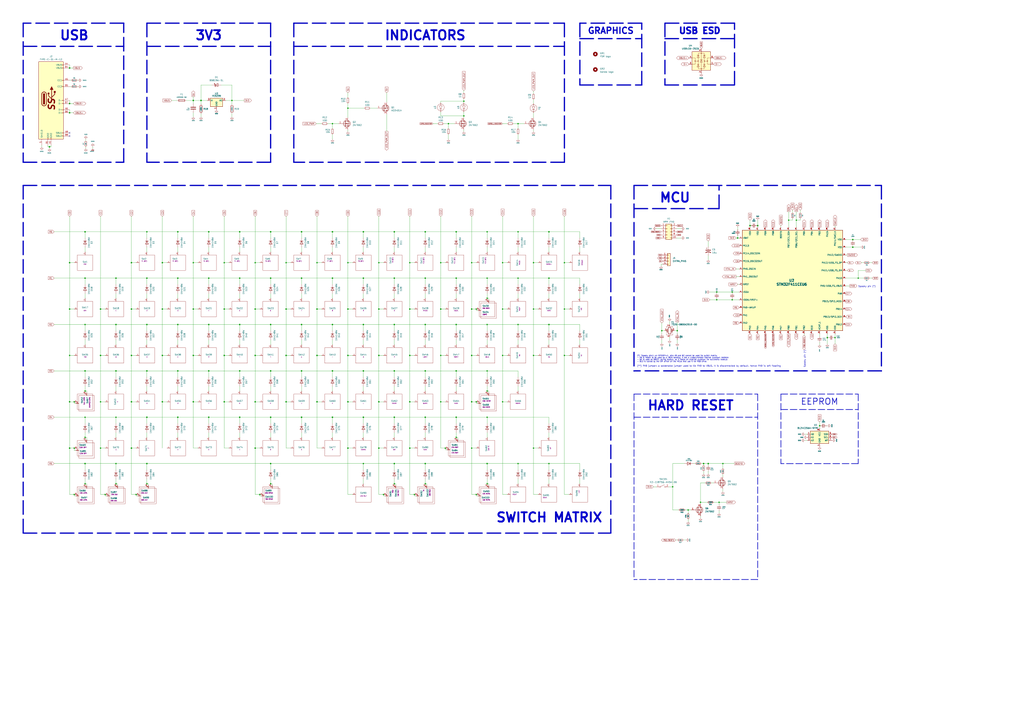
<source format=kicad_sch>
(kicad_sch (version 20250114) (generator "eeschema") (generator_version "9.0")
  (paper "A1")
  (title_block (title "Athena PCB schematic") (date "2023-04-26") (rev "V3.1.0") (company "Acheron Project") (comment 1 "Designed by Gondolindrim"))
  (text "3V3" (at 171.45 29.21 0) (effects (font (size 7.62 7.62) (thickness 1.524) (bold yes))))
  (text "(**) PA9 jumper: a solderable jumper used to tie PA9 to VBUS. It is disconnected by default, hence PA9 is left floating" (at 523.24 301.625 0) (effects (font (size 1.27 1.27)) (justify left bottom)))
  (text "USB" (at 60.96 29.21 0) (effects (font (size 7.62 7.62) (thickness 1.524) (bold yes))))
  (text "Spooky pin (*)" (at 661.67 287.655 90) (effects (font (size 1.27 1.27)) (justify right bottom)))
  (text "EEPROM" (at 673.1 330.2 0) (effects (font (size 5.08 5.08) (thickness 0.508) (bold yes))))
  (text "HARD RESET" (at 603.25 337.82 0) (effects (font (size 7.62 7.62) (thickness 1.524) (bold yes)) (justify right bottom)))
  (text "(*) \"Spooky pins\": on STM32F4x1, pins A9 and B2 cannot be used for switch matrix:\n- A9 is meant to be used as a VBUS sensing. It has a undocumented internal pulldown resistor;\n- B2 is used as BOOT1 during bootup, so it needs an external pulldown for successful bootup;\n- B13 is locked by the SPI driver on the MCUs that use it for RGB drive;\n" (at 523.24 297.815 0) (effects (font (size 1 1)) (justify left bottom)))
  (text "GRAPHICS" (at 501.65 25.4 0) (effects (font (size 5.08 5.08) (thickness 1.016) (bold yes))))
  (text "MCU" (at 554.355 162.56 0) (effects (font (size 7.62 7.62) (thickness 1.524) (bold yes))))
  (text "USB ESD" (at 574.675 25.4 0) (effects (font (size 5.08 5.08) (thickness 1.524) (bold yes))))
  (text "Spooky pin (*)" (at 704.85 236.22 0) (effects (font (size 1.27 1.27)) (justify left bottom)))
  (text "SWITCH MATRIX" (at 495.3 425.45 0) (effects (font (size 7.62 7.62) (thickness 1.524) (bold yes)) (justify right)))
  (text "INDICATORS" (at 349.25 29.21 0) (effects (font (size 7.62 7.62) (thickness 1.524) (bold yes))))
  (junction (at 298.45 266.7) (diameter 1.016))
  (junction (at 196.85 304.8) (diameter 1.016))
  (junction (at 700.405 196.85) (diameter 1.016))
  (junction (at 323.85 397.51) (diameter 0.9144))
  (junction (at 311.15 368.3) (diameter 1.016))
  (junction (at 107.95 368.3) (diameter 1.016))
  (junction (at 222.25 397.51) (diameter 0.9144))
  (junction (at 209.55 330.2) (diameter 1.016))
  (junction (at 69.85 304.8) (diameter 1.016))
  (junction (at 588.645 246.38))
  (junction (at 647.7 180.975) (diameter 0.9144))
  (junction (at 222.25 228.6) (diameter 1.016))
  (junction (at 400.05 266.7))
  (junction (at 158.75 330.2) (diameter 1.016))
  (junction (at 273.05 266.7) (diameter 1.016))
  (junction (at 577.85 381) (diameter 1.016))
  (junction (at 615.95 185.42) (diameter 1.016))
  (junction (at 196.85 342.9) (diameter 1.016))
  (junction (at 450.85 266.7) (diameter 1.016))
  (junction (at 374.65 342.9) (diameter 1.016))
  (junction (at 311.15 330.2) (diameter 1.016))
  (junction (at 95.25 266.7) (diameter 1.016))
  (junction (at 171.45 190.5) (diameter 1.016))
  (junction (at 133.35 292.1) (diameter 1.016))
  (junction (at 311.15 215.9) (diameter 0.9144))
  (junction (at 349.25 381) (diameter 1.016))
  (junction (at 209.55 292.1) (diameter 1.016))
  (junction (at 412.75 292.1))
  (junction (at 196.85 228.6) (diameter 1.016))
  (junction (at 107.95 254) (diameter 1.016))
  (junction (at 323.85 342.9) (diameter 1.016))
  (junction (at 234.95 292.1) (diameter 1.016))
  (junction (at 340.36 406.4))
  (junction (at 133.35 215.9) (diameter 1.016))
  (junction (at 374.65 266.7) (diameter 1.016))
  (junction (at 120.65 266.7) (diameter 1.016))
  (junction (at 285.75 88.9))
  (junction (at 425.45 381))
  (junction (at 412.75 330.2))
  (junction (at 438.15 254))
  (junction (at 57.15 215.9) (diameter 1.016))
  (junction (at 387.35 215.9) (diameter 0.9144))
  (junction (at 222.25 304.8) (diameter 1.016))
  (junction (at 107.95 330.2) (diameter 1.016))
  (junction (at 605.79 195.58) (diameter 1.016))
  (junction (at 361.95 330.2) (diameter 0.9144))
  (junction (at 400.05 321.31) (diameter 0.9144))
  (junction (at 400.05 304.8))
  (junction (at 222.25 190.5) (diameter 1.016))
  (junction (at 387.35 368.3))
  (junction (at 120.65 397.51) (diameter 0.9144))
  (junction (at 69.85 228.6) (diameter 1.016))
  (junction (at 120.65 381) (diameter 1.016))
  (junction (at 450.85 381))
  (junction (at 438.15 215.9))
  (junction (at 349.25 304.8) (diameter 1.016))
  (junction (at 349.25 342.9) (diameter 1.016))
  (junction (at 463.55 292.1))
  (junction (at 361.95 215.9) (diameter 0.9144))
  (junction (at 57.15 254) (diameter 1.016))
  (junction (at 158.75 292.1) (diameter 1.016))
  (junction (at 57.15 92.71) (diameter 1.016))
  (junction (at 285.75 330.2) (diameter 1.016))
  (junction (at 556.26 271.78) (diameter 0.9144))
  (junction (at 700.405 203.2) (diameter 1.016))
  (junction (at 368.3 101.6))
  (junction (at 601.345 246.38))
  (junction (at 82.55 368.3))
  (junction (at 184.15 330.2) (diameter 1.016))
  (junction (at 120.65 190.5) (diameter 0.9144))
  (junction (at 552.45 400.05))
  (junction (at 336.55 254) (diameter 1.016))
  (junction (at 374.65 304.8) (diameter 1.016))
  (junction (at 361.95 292.1) (diameter 0.9144))
  (junction (at 146.05 304.8) (diameter 1.016))
  (junction (at 260.35 292.1) (diameter 1.016))
  (junction (at 120.65 228.6) (diameter 1.016))
  (junction (at 95.25 304.8) (diameter 1.016))
  (junction (at 438.15 292.1))
  (junction (at 590.55 412.75))
  (junction (at 57.15 292.1))
  (junction (at 146.05 342.9) (diameter 1.016))
  (junction (at 273.05 101.6))
  (junction (at 95.25 342.9))
  (junction (at 234.95 215.9) (diameter 0.9144))
  (junction (at 247.65 266.7) (diameter 1.016))
  (junction (at 273.05 228.6) (diameter 1.016))
  (junction (at 381 83.185))
  (junction (at 209.55 368.3) (diameter 1.016))
  (junction (at 184.15 254) (diameter 1.016))
  (junction (at 400.05 228.6))
  (junction (at 260.35 215.9) (diameter 0.9144))
  (junction (at 323.85 266.7) (diameter 1.016))
  (junction (at 95.25 397.51) (diameter 0.9144))
  (junction (at 336.55 215.9) (diameter 0.9144))
  (junction (at 60.96 368.3) (diameter 0.9144))
  (junction (at 95.25 381))
  (junction (at 450.85 228.6) (diameter 1.016))
  (junction (at 349.25 397.51))
  (junction (at 209.55 215.9) (diameter 0.9144))
  (junction (at 146.05 228.6) (diameter 1.016))
  (junction (at 438.15 368.3))
  (junction (at 260.35 254) (diameter 1.016))
  (junction (at 601.345 240.03))
  (junction (at 146.05 190.5) (diameter 1.016))
  (junction (at 133.35 330.2) (diameter 1.016))
  (junction (at 463.55 215.9))
  (junction (at 685.8 277.495))
  (junction (at 314.96 406.4) (diameter 0.9144))
  (junction (at 273.05 342.9) (diameter 1.016))
  (junction (at 349.25 228.6) (diameter 1.016))
  (junction (at 654.05 180.975) (diameter 0.9144))
  (junction (at 260.35 330.2) (diameter 1.016))
  (junction (at 86.36 406.4) (diameter 0.9144))
  (junction (at 391.16 254) (diameter 0.9144))
  (junction (at 209.55 254) (diameter 1.016))
  (junction (at 575.31 412.75))
  (junction (at 158.75 254) (diameter 1.016))
  (junction (at 704.85 228.6))
  (junction (at 57.15 330.2) (diameter 1.016))
  (junction (at 463.55 254))
  (junction (at 298.45 342.9) (diameter 1.016))
  (junction (at 285.75 292.1) (diameter 1.016))
  (junction (at 57.15 85.09) (diameter 1.016))
  (junction (at 184.15 215.9) (diameter 0.9144))
  (junction (at 57.15 368.3) (diameter 1.016))
  (junction (at 391.16 330.2) (diameter 0.9144))
  (junction (at 196.85 266.7) (diameter 1.016))
  (junction (at 171.45 266.7) (diameter 1.016))
  (junction (at 425.45 228.6))
  (junction (at 387.35 330.2) (diameter 1.016))
  (junction (at 165.1 82.55) (diameter 1.016))
  (junction (at 400.05 397.51) (diameter 0.9144))
  (junction (at 412.75 215.9))
  (junction (at 374.65 228.6) (diameter 1.016))
  (junction (at 184.15 292.1) (diameter 1.016))
  (junction (at 273.05 190.5) (diameter 1.016))
  (junction (at 247.65 190.5) (diameter 1.016))
  (junction (at 336.55 330.2) (diameter 1.016))
  (junction (at 190.5 82.55))
  (junction (at 158.75 82.55) (diameter 1.016))
  (junction (at 311.15 254) (diameter 1.016))
  (junction (at 222.25 381) (diameter 1.016))
  (junction (at 323.85 304.8) (diameter 1.016))
  (junction (at 273.05 304.8) (diameter 1.016))
  (junction (at 171.45 228.6) (diameter 1.016))
  (junction (at 593.725 381))
  (junction (at 425.45 101.6))
  (junction (at 171.45 304.8) (diameter 1.016))
  (junction (at 60.96 406.4) (diameter 0.9144))
  (junction (at 247.65 342.9) (diameter 1.016))
  (junction (at 298.45 304.8) (diameter 1.016))
  (junction (at 247.65 304.8) (diameter 1.016))
  (junction (at 222.25 342.9) (diameter 1.016))
  (junction (at 679.45 277.495) (diameter 1.016))
  (junction (at 158.75 215.9) (diameter 0.9144))
  (junction (at 111.76 406.4) (diameter 0.9144))
  (junction (at 361.95 254) (diameter 1.016))
  (junction (at 673.1 349.885) (diameter 0.9144))
  (junction (at 120.65 304.8) (diameter 1.016))
  (junction (at 400.05 190.5))
  (junction (at 285.75 368.3) (diameter 1.016))
  (junction (at 69.85 266.7))
  (junction (at 234.95 254) (diameter 1.016))
  (junction (at 285.75 254) (diameter 1.016))
  (junction (at 57.15 55.88) (diameter 1.016))
  (junction (at 400.05 342.9))
  (junction (at 107.95 292.1) (diameter 1.016))
  (junction (at 82.55 292.1) (diameter 1.016))
  (junction (at 69.85 190.5) (diameter 1.016))
  (junction (at 581.66 381) (diameter 1.016))
  (junction (at 247.65 228.6) (diameter 1.016))
  (junction (at 588.645 240.03))
  (junction (at 213.36 406.4) (diameter 0.9144))
  (junction (at 285.75 215.9) (diameter 0.9144))
  (junction (at 323.85 228.6) (diameter 1.016))
  (junction (at 171.45 342.9) (diameter 1.016))
  (junction (at 82.55 330.2))
  (junction (at 69.85 381) (diameter 1.016))
  (junction (at 412.75 254))
  (junction (at 349.25 190.5) (diameter 1.016))
  (junction (at 391.16 406.4) (diameter 0.9144))
  (junction (at 311.15 292.1) (diameter 1.016))
  (junction (at 196.85 190.5) (diameter 1.016))
  (junction (at 336.55 368.3) (diameter 1.016))
  (junction (at 365.76 368.3) (diameter 0.9144))
  (junction (at 40.64 120.65) (diameter 1.016))
  (junction (at 400.05 245.11) (diameter 0.9144))
  (junction (at 622.3 185.42) (diameter 1.016))
  (junction (at 60.96 330.2) (diameter 0.9144))
  (junction (at 374.65 359.41) (diameter 0.9144))
  (junction (at 349.25 266.7) (diameter 1.016))
  (junction (at 425.45 266.7))
  (junction (at 425.45 190.5))
  (junction (at 298.45 190.5) (diameter 1.016))
  (junction (at 95.25 228.6) (diameter 1.016))
  (junction (at 381 95.25))
  (junction (at 400.05 381) (diameter 1.016))
  (junction (at 543.56 271.78) (diameter 0.9144))
  (junction (at 69.85 342.9))
  (junction (at 69.85 397.51) (diameter 0.9144))
  (junction (at 565.15 419.1))
  (junction (at 107.95 215.9) (diameter 1.016))
  (junction (at 323.85 190.5) (diameter 1.016))
  (junction (at 146.05 266.7) (diameter 1.016))
  (junction (at 387.35 292.1) (diameter 1.016))
  (junction (at 234.95 330.2) (diameter 1.016))
  (junction (at 336.55 292.1) (diameter 1.016))
  (junction (at 323.85 381) (diameter 1.016))
  (junction (at 222.25 266.7) (diameter 1.016))
  (junction (at 450.85 190.5) (diameter 1.016))
  (junction (at 120.65 342.9) (diameter 1.016))
  (junction (at 69.85 359.41) (diameter 0.9144))
  (junction (at 133.35 254) (diameter 1.016))
  (junction (at 82.55 254) (diameter 1.016))
  (junction (at 374.65 190.5) (diameter 1.016))
  (junction (at 298.45 228.6) (diameter 1.016))
  (junction (at 69.85 321.31))
  (junction (at 298.45 381))
  (junction (at 387.35 254) (diameter 1.016))
  (no_connect (at 57.15 111.76))
  (no_connect (at 57.15 109.22))
  (wire (pts (xy 401.32 397.51) (xy 400.05 397.51)))
  (wire (pts (xy 401.32 398.78) (xy 401.32 397.51)))
  (wire (pts (xy 69.85 342.9) (xy 69.85 347.98)))
  (wire (pts (xy 120.65 190.5) (xy 120.65 195.58)))
  (wire (pts (xy 234.95 177.8) (xy 234.95 215.9)))
  (wire (pts (xy 234.95 215.9) (xy 234.95 254)))
  (wire (pts (xy 120.65 241.3) (xy 120.65 245.11)))
  (wire (pts (xy 146.05 203.2) (xy 146.05 207.01)))
  (polyline (pts (xy 641.35 336.55) (xy 704.85 336.55)) (stroke (width 0.508) (type dash)))
  (wire (pts (xy 311.15 330.2) (xy 311.15 292.1)))
  (wire (pts (xy 69.85 393.7) (xy 69.85 397.51)))
  (wire (pts (xy 581.66 381) (xy 581.66 382.27)))
  (wire (pts (xy 133.35 254) (xy 137.16 254)))
  (wire (pts (xy 590.55 421.64) (xy 590.55 419.735)))
  (polyline (pts (xy 476.25 19.05) (xy 476.25 69.85)) (stroke (width 1.016) (type dash)))
  (polyline (pts (xy 19.05 19.05) (xy 19.05 133.35)) (stroke (width 1.016) (type dash)))
  (wire (pts (xy 196.85 190.5) (xy 196.85 195.58)))
  (wire (pts (xy 273.05 355.6) (xy 273.05 359.41)))
  (wire (pts (xy 107.95 330.2) (xy 107.95 292.1)))
  (wire (pts (xy 581.66 210.185) (xy 581.66 213.36)))
  (wire (pts (xy 209.55 215.9) (xy 213.36 215.9)))
  (wire (pts (xy 450.85 228.6) (xy 476.25 228.6)))
  (wire (pts (xy 222.25 342.9) (xy 222.25 347.98)))
  (wire (pts (xy 273.05 266.7) (xy 273.05 271.78)))
  (polyline (pts (xy 520.7 171.45) (xy 590.55 171.45)) (stroke (width 1.016) (type dash)))
  (wire (pts (xy 400.05 279.4) (xy 400.05 283.21)))
  (wire (pts (xy 349.25 241.3) (xy 349.25 245.11)))
  (wire (pts (xy 601.345 245.745) (xy 601.345 246.38)))
  (wire (pts (xy 158.75 92.71) (xy 158.75 95.885)))
  (wire (pts (xy 190.5 82.55) (xy 200.66 82.55)))
  (wire (pts (xy 158.75 215.9) (xy 162.56 215.9)))
  (wire (pts (xy 298.45 304.8) (xy 273.05 304.8)))
  (wire (pts (xy 165.1 82.55) (xy 158.75 82.55)))
  (wire (pts (xy 400.05 203.2) (xy 400.05 207.01)))
  (wire (pts (xy 234.95 292.1) (xy 234.95 254)))
  (wire (pts (xy 374.65 228.6) (xy 374.65 233.68)))
  (wire (pts (xy 425.45 304.8) (xy 425.45 309.88)))
  (wire (pts (xy 298.45 228.6) (xy 298.45 233.68)))
  (wire (pts (xy 374.65 342.9) (xy 400.05 342.9)))
  (wire (pts (xy 222.25 279.4) (xy 222.25 283.21)))
  (wire (pts (xy 716.28 228.6) (xy 714.375 228.6)))
  (wire (pts (xy 234.95 292.1) (xy 238.76 292.1)))
  (wire (pts (xy 412.75 215.9) (xy 416.56 215.9)))
  (wire (pts (xy 120.65 317.5) (xy 120.65 321.31)))
  (wire (pts (xy 604.52 227.33) (xy 607.06 227.33)))
  (wire (pts (xy 185.42 82.55) (xy 190.5 82.55)))
  (wire (pts (xy 323.85 241.3) (xy 323.85 245.11)))
  (wire (pts (xy 146.05 266.7) (xy 120.65 266.7)))
  (wire (pts (xy 311.15 177.8) (xy 311.15 215.9)))
  (wire (pts (xy 311.15 215.9) (xy 311.15 254)))
  (wire (pts (xy 391.16 255.27) (xy 391.16 254)))
  (wire (pts (xy 392.43 255.27) (xy 391.16 255.27)))
  (wire (pts (xy 260.35 330.2) (xy 264.16 330.2)))
  (wire (pts (xy 694.69 228.6) (xy 704.85 228.6)))
  (wire (pts (xy 234.95 330.2) (xy 234.95 292.1)))
  (wire (pts (xy 400.05 342.9) (xy 400.05 347.98)))
  (wire (pts (xy 57.15 406.4) (xy 60.96 406.4)))
  (wire (pts (xy 107.95 254) (xy 111.76 254)))
  (wire (pts (xy 673.1 349.885) (xy 673.735 349.885)))
  (wire (pts (xy 425.45 381) (xy 450.85 381)))
  (wire (pts (xy 575.31 412.75) (xy 575.31 414.02)))
  (wire (pts (xy 400.05 228.6) (xy 425.45 228.6)))
  (wire (pts (xy 285.75 406.4) (xy 289.56 406.4)))
  (wire (pts (xy 657.225 172.72) (xy 657.225 174.625)))
  (wire (pts (xy 679.45 277.495) (xy 679.45 282.575)))
  (wire (pts (xy 298.45 381) (xy 298.45 386.08)))
  (wire (pts (xy 69.85 279.4) (xy 69.85 283.21)))
  (wire (pts (xy 298.45 279.4) (xy 298.45 283.21)))
  (wire (pts (xy 298.45 342.9) (xy 273.05 342.9)))
  (wire (pts (xy 349.25 279.4) (xy 349.25 283.21)))
  (wire (pts (xy 700.405 196.85) (xy 700.405 197.485)))
  (wire (pts (xy 285.75 254) (xy 289.56 254)))
  (wire (pts (xy 336.55 368.3) (xy 340.36 368.3)))
  (wire (pts (xy 165.1 69.85) (xy 165.1 82.55)))
  (wire (pts (xy 549.275 400.05) (xy 552.45 400.05)))
  (polyline (pts (xy 546.1 69.85) (xy 603.25 69.85)) (stroke (width 1.016) (type dash)))
  (wire (pts (xy 171.45 190.5) (xy 146.05 190.5)))
  (wire (pts (xy 556.26 281.94) (xy 556.26 279.4)))
  (wire (pts (xy 317.5 76.2) (xy 317.5 83.82)))
  (wire (pts (xy 650.875 179.705) (xy 650.875 180.975)))
  (wire (pts (xy 120.65 304.8) (xy 95.25 304.8)))
  (wire (pts (xy 412.75 101.6) (xy 416.56 101.6)))
  (wire (pts (xy 285.75 106.68) (xy 285.75 107.95)))
  (wire (pts (xy 438.15 292.1) (xy 441.96 292.1)))
  (wire (pts (xy 57.15 177.8) (xy 57.15 215.9)))
  (wire (pts (xy 273.05 304.8) (xy 247.65 304.8)))
  (wire (pts (xy 450.85 355.6) (xy 450.85 359.41)))
  (wire (pts (xy 694.69 196.85) (xy 700.405 196.85)))
  (wire (pts (xy 647.7 173.99) (xy 647.7 180.975)))
  (wire (pts (xy 539.115 187.96) (xy 542.925 187.96)))
  (wire (pts (xy 361.95 177.8) (xy 361.95 215.9)))
  (wire (pts (xy 361.95 215.9) (xy 361.95 254)))
  (wire (pts (xy 336.55 254) (xy 336.55 292.1)))
  (wire (pts (xy 298.45 190.5) (xy 298.45 195.58)))
  (wire (pts (xy 349.25 393.7) (xy 349.25 397.51)))
  (wire (pts (xy 685.8 185.42) (xy 685.8 186.69)))
  (wire (pts (xy 171.45 304.8) (xy 146.05 304.8)))
  (polyline (pts (xy 622.3 323.85) (xy 622.3 476.25)) (stroke (width 0.508) (type dash)))
  (wire (pts (xy 565.15 421.64) (xy 565.15 419.1)))
  (wire (pts (xy 196.85 342.9) (xy 222.25 342.9)))
  (wire (pts (xy 657.225 179.705) (xy 657.225 180.975)))
  (wire (pts (xy 60.96 407.67) (xy 60.96 406.4)))
  (wire (pts (xy 62.23 407.67) (xy 60.96 407.67)))
  (wire (pts (xy 184.15 368.3) (xy 187.96 368.3)))
  (polyline (pts (xy 520.7 152.4) (xy 520.7 304.8)) (stroke (width 1.016) (type dash)))
  (wire (pts (xy 196.85 304.8) (xy 171.45 304.8)))
  (wire (pts (xy 476.25 279.4) (xy 476.25 283.21)))
  (wire (pts (xy 601.345 240.03) (xy 607.06 240.03)))
  (wire (pts (xy 69.85 342.9) (xy 95.25 342.9)))
  (wire (pts (xy 336.55 330.2) (xy 336.55 292.1)))
  (wire (pts (xy 400.05 304.8) (xy 400.05 309.88)))
  (wire (pts (xy 165.1 95.885) (xy 165.1 93.345)))
  (wire (pts (xy 374.65 355.6) (xy 374.65 359.41)))
  (wire (pts (xy 247.65 228.6) (xy 222.25 228.6)))
  (wire (pts (xy 120.65 355.6) (xy 120.65 359.41)))
  (wire (pts (xy 387.35 368.3) (xy 387.35 406.4)))
  (wire (pts (xy 349.25 381) (xy 323.85 381)))
  (wire (pts (xy 311.15 292.1) (xy 314.96 292.1)))
  (wire (pts (xy 438.15 254) (xy 438.15 292.1)))
  (wire (pts (xy 95.25 266.7) (xy 120.65 266.7)))
  (wire (pts (xy 196.85 355.6) (xy 196.85 359.41)))
  (wire (pts (xy 69.85 241.3) (xy 69.85 245.11)))
  (wire (pts (xy 95.25 241.3) (xy 95.25 245.11)))
  (wire (pts (xy 209.55 406.4) (xy 213.36 406.4)))
  (wire (pts (xy 349.25 342.9) (xy 349.25 347.98)))
  (wire (pts (xy 438.15 81.915) (xy 438.15 85.09)))
  (wire (pts (xy 120.65 279.4) (xy 120.65 283.21)))
  (wire (pts (xy 44.45 266.7) (xy 69.85 266.7)))
  (wire (pts (xy 565.15 419.1) (xy 562.61 419.1)))
  (wire (pts (xy 601.345 246.38) (xy 607.06 246.38)))
  (wire (pts (xy 69.85 317.5) (xy 69.85 321.31)))
  (wire (pts (xy 298.45 317.5) (xy 298.45 321.31)))
  (wire (pts (xy 323.85 317.5) (xy 323.85 321.31)))
  (wire (pts (xy 184.15 254) (xy 187.96 254)))
  (wire (pts (xy 273.05 241.3) (xy 273.05 245.11)))
  (wire (pts (xy 247.65 190.5) (xy 273.05 190.5)))
  (wire (pts (xy 374.65 317.5) (xy 374.65 321.31)))
  (wire (pts (xy 69.85 304.8) (xy 95.25 304.8)))
  (wire (pts (xy 588.645 246.38) (xy 601.345 246.38)))
  (wire (pts (xy 661.035 361.95) (xy 662.94 361.95)))
  (wire (pts (xy 476.25 203.2) (xy 476.25 207.01)))
  (wire (pts (xy 549.91 279.4) (xy 549.91 276.86)))
  (wire (pts (xy 184.15 330.2) (xy 187.96 330.2)))
  (wire (pts (xy 381 81.28) (xy 381 83.185)))
  (wire (pts (xy 381 83.185) (xy 381 84.455)))
  (wire (pts (xy 323.85 228.6) (xy 349.25 228.6)))
  (wire (pts (xy 685.8 277.495) (xy 685.8 282.575)))
  (wire (pts (xy 190.5 95.885) (xy 190.5 93.345)))
  (polyline (pts (xy 463.55 19.05) (xy 463.55 133.35)) (stroke (width 1.016) (type dash)))
  (wire (pts (xy 657.225 180.975) (xy 654.05 180.975)))
  (wire (pts (xy 273.05 317.5) (xy 273.05 321.31)))
  (wire (pts (xy 82.55 254) (xy 86.36 254)))
  (wire (pts (xy 336.55 177.8) (xy 336.55 215.9)))
  (wire (pts (xy 336.55 215.9) (xy 336.55 254)))
  (wire (pts (xy 323.85 228.6) (xy 298.45 228.6)))
  (wire (pts (xy 86.36 407.67) (xy 86.36 406.4)))
  (wire (pts (xy 87.63 407.67) (xy 86.36 407.67)))
  (wire (pts (xy 153.035 82.55) (xy 158.75 82.55)))
  (wire (pts (xy 120.65 304.8) (xy 120.65 309.88)))
  (wire (pts (xy 196.85 228.6) (xy 171.45 228.6)))
  (polyline (pts (xy 19.05 38.1) (xy 101.6 38.1)) (stroke (width 1.016) (type dash)))
  (wire (pts (xy 57.15 215.9) (xy 60.96 215.9)))
  (wire (pts (xy 259.715 101.6) (xy 264.16 101.6)))
  (wire (pts (xy 82.55 292.1) (xy 86.36 292.1)))
  (wire (pts (xy 622.3 185.42) (xy 622.3 186.69)))
  (wire (pts (xy 716.28 215.9) (xy 714.375 215.9)))
  (wire (pts (xy 401.32 245.11) (xy 400.05 245.11)))
  (wire (pts (xy 401.32 246.38) (xy 401.32 245.11)))
  (wire (pts (xy 374.65 342.9) (xy 374.65 347.98)))
  (polyline (pts (xy 19.05 152.4) (xy 19.05 438.15)) (stroke (width 1.016) (type dash)))
  (wire (pts (xy 336.55 215.9) (xy 340.36 215.9)))
  (wire (pts (xy 298.45 203.2) (xy 298.45 207.01)))
  (wire (pts (xy 709.295 215.9) (xy 707.39 215.9)))
  (wire (pts (xy 364.49 101.6) (xy 368.3 101.6)))
  (wire (pts (xy 317.5 93.98) (xy 317.5 107.95)))
  (wire (pts (xy 247.65 190.5) (xy 222.25 190.5)))
  (wire (pts (xy 273.05 190.5) (xy 273.05 195.58)))
  (wire (pts (xy 184.15 330.2) (xy 184.15 368.3)))
  (wire (pts (xy 133.35 330.2) (xy 133.35 368.3)))
  (wire (pts (xy 476.25 190.5) (xy 476.25 195.58)))
  (wire (pts (xy 298.45 381) (xy 323.85 381)))
  (wire (pts (xy 476.25 393.7) (xy 476.25 397.51)))
  (wire (pts (xy 400.05 355.6) (xy 400.05 359.41)))
  (wire (pts (xy 69.85 355.6) (xy 69.85 359.41)))
  (wire (pts (xy 604.52 195.58) (xy 605.79 195.58)))
  (wire (pts (xy 650.875 180.975) (xy 647.7 180.975)))
  (wire (pts (xy 95.25 228.6) (xy 69.85 228.6)))
  (wire (pts (xy 285.75 330.2) (xy 289.56 330.2)))
  (wire (pts (xy 438.15 254) (xy 441.96 254)))
  (wire (pts (xy 412.75 254) (xy 412.75 292.1)))
  (wire (pts (xy 158.75 368.3) (xy 162.56 368.3)))
  (wire (pts (xy 76.2 120.65) (xy 76.2 121.92)))
  (wire (pts (xy 438.15 177.8) (xy 438.15 215.9)))
  (wire (pts (xy 285.75 330.2) (xy 285.75 292.1)))
  (wire (pts (xy 260.35 292.1) (xy 260.35 254)))
  (polyline (pts (xy 520.7 323.85) (xy 622.3 323.85)) (stroke (width 0.508) (type dash)))
  (polyline (pts (xy 19.05 438.15) (xy 501.65 438.15)) (stroke (width 1.016) (type dash)))
  (wire (pts (xy 273.05 342.9) (xy 247.65 342.9)))
  (wire (pts (xy 57.15 368.3) (xy 60.96 368.3)))
  (wire (pts (xy 285.75 85.09) (xy 285.75 88.9)))
  (wire (pts (xy 450.85 228.6) (xy 450.85 233.68)))
  (wire (pts (xy 374.65 228.6) (xy 400.05 228.6)))
  (wire (pts (xy 209.55 254) (xy 213.36 254)))
  (wire (pts (xy 60.96 331.47) (xy 60.96 330.2)))
  (wire (pts (xy 62.23 331.47) (xy 60.96 331.47)))
  (wire (pts (xy 361.95 215.9) (xy 365.76 215.9)))
  (wire (pts (xy 543.56 281.94) (xy 543.56 279.4)))
  (wire (pts (xy 70.485 114.3) (xy 70.485 115.57)))
  (wire (pts (xy 450.85 241.3) (xy 450.85 245.11)))
  (wire (pts (xy 581.66 198.12) (xy 581.66 202.565)))
  (wire (pts (xy 438.15 215.9) (xy 441.96 215.9)))
  (wire (pts (xy 704.85 222.25) (xy 704.85 228.6)))
  (wire (pts (xy 247.65 266.7) (xy 247.65 271.78)))
  (wire (pts (xy 694.69 222.25) (xy 695.96 222.25)))
  (wire (pts (xy 82.55 330.2) (xy 86.36 330.2)))
  (wire (pts (xy 349.25 355.6) (xy 349.25 359.41)))
  (wire (pts (xy 450.85 381) (xy 476.25 381)))
  (polyline (pts (xy 501.65 152.4) (xy 501.65 438.15)) (stroke (width 1.016) (type dash)))
  (wire (pts (xy 391.16 331.47) (xy 391.16 330.2)))
  (wire (pts (xy 392.43 331.47) (xy 391.16 331.47)))
  (polyline (pts (xy 641.35 323.85) (xy 704.85 323.85)) (stroke (width 0.508) (type dash)))
  (wire (pts (xy 165.1 82.55) (xy 170.18 82.55)))
  (wire (pts (xy 273.05 266.7) (xy 247.65 266.7)))
  (wire (pts (xy 69.85 381) (xy 69.85 386.08)))
  (wire (pts (xy 556.26 443.865) (xy 554.99 443.865)))
  (wire (pts (xy 82.55 177.8) (xy 82.55 254)))
  (wire (pts (xy 298.45 355.6) (xy 298.45 359.41)))
  (wire (pts (xy 588.645 240.03) (xy 601.345 240.03)))
  (wire (pts (xy 586.105 412.75) (xy 590.55 412.75)))
  (wire (pts (xy 222.25 203.2) (xy 222.25 207.01)))
  (wire (pts (xy 171.45 266.7) (xy 146.05 266.7)))
  (wire (pts (xy 57.15 368.3) (xy 57.15 330.2)))
  (wire (pts (xy 374.65 266.7) (xy 374.65 271.78)))
  (wire (pts (xy 622.3 180.975) (xy 622.3 185.42)))
  (wire (pts (xy 425.45 381) (xy 425.45 386.08)))
  (wire (pts (xy 425.45 110.49) (xy 425.45 114.3)))
  (wire (pts (xy 146.05 342.9) (xy 171.45 342.9)))
  (wire (pts (xy 593.725 403.86) (xy 593.725 401.955)))
  (wire (pts (xy 222.25 381) (xy 298.45 381)))
  (wire (pts (xy 542.925 217.17) (xy 544.195 217.17)))
  (wire (pts (xy 361.95 92.075) (xy 361.95 95.25)))
  (wire (pts (xy 44.45 304.8) (xy 69.85 304.8)))
  (wire (pts (xy 552.45 381) (xy 561.975 381)))
  (wire (pts (xy 400.05 381) (xy 400.05 386.08)))
  (wire (pts (xy 412.75 330.2) (xy 416.56 330.2)))
  (wire (pts (xy 361.95 330.2) (xy 365.76 330.2)))
  (wire (pts (xy 285.75 292.1) (xy 289.56 292.1)))
  (wire (pts (xy 349.25 190.5) (xy 349.25 195.58)))
  (wire (pts (xy 213.36 407.67) (xy 213.36 406.4)))
  (wire (pts (xy 214.63 407.67) (xy 213.36 407.67)))
  (wire (pts (xy 311.15 215.9) (xy 314.96 215.9)))
  (wire (pts (xy 412.75 292.1) (xy 412.75 330.2)))
  (wire (pts (xy 82.55 368.3) (xy 86.36 368.3)))
  (wire (pts (xy 285.75 368.3) (xy 285.75 406.4)))
  (wire (pts (xy 95.25 279.4) (xy 95.25 283.21)))
  (wire (pts (xy 57.15 90.17) (xy 57.15 92.71)))
  (wire (pts (xy 450.85 393.7) (xy 450.85 397.51)))
  (wire (pts (xy 694.69 215.9) (xy 695.96 215.9)))
  (polyline (pts (xy 520.7 323.85) (xy 520.7 476.25)) (stroke (width 0.508) (type dash)))
  (wire (pts (xy 425.45 228.6) (xy 425.45 233.68)))
  (wire (pts (xy 184.15 215.9) (xy 187.96 215.9)))
  (wire (pts (xy 44.45 342.9) (xy 69.85 342.9)))
  (wire (pts (xy 543.56 265.43) (xy 543.56 271.78)))
  (wire (pts (xy 387.35 368.3) (xy 391.16 368.3)))
  (wire (pts (xy 311.15 406.4) (xy 314.96 406.4)))
  (wire (pts (xy 158.75 330.2) (xy 158.75 292.1)))
  (wire (pts (xy 60.325 55.88) (xy 57.15 55.88)))
  (wire (pts (xy 57.15 71.12) (xy 58.42 71.12)))
  (wire (pts (xy 323.85 342.9) (xy 349.25 342.9)))
  (wire (pts (xy 285.75 215.9) (xy 289.56 215.9)))
  (wire (pts (xy 107.95 406.4) (xy 111.76 406.4)))
  (wire (pts (xy 381 95.25) (xy 361.95 95.25)))
  (wire (pts (xy 44.45 381) (xy 69.85 381)))
  (wire (pts (xy 171.45 203.2) (xy 171.45 207.01)))
  (wire (pts (xy 569.595 381) (xy 570.865 381)))
  (wire (pts (xy 171.45 304.8) (xy 171.45 309.88)))
  (wire (pts (xy 559.435 187.96) (xy 555.625 187.96)))
  (wire (pts (xy 44.45 228.6) (xy 69.85 228.6)))
  (wire (pts (xy 536.575 400.05) (xy 539.115 400.05)))
  (wire (pts (xy 209.55 368.3) (xy 213.36 368.3)))
  (wire (pts (xy 349.25 190.5) (xy 323.85 190.5)))
  (wire (pts (xy 137.16 215.9) (xy 133.35 215.9)))
  (wire (pts (xy 95.25 381) (xy 95.25 386.08)))
  (polyline (pts (xy 241.3 19.05) (xy 463.55 19.05)) (stroke (width 1.016) (type dash)))
  (wire (pts (xy 273.05 228.6) (xy 273.05 233.68)))
  (wire (pts (xy 222.25 266.7) (xy 222.25 271.78)))
  (wire (pts (xy 304.165 88.9) (xy 309.88 88.9)))
  (wire (pts (xy 69.85 381) (xy 95.25 381)))
  (wire (pts (xy 247.65 228.6) (xy 247.65 233.68)))
  (wire (pts (xy 222.25 228.6) (xy 222.25 233.68)))
  (wire (pts (xy 438.15 92.71) (xy 438.15 96.52)))
  (wire (pts (xy 367.03 369.57) (xy 365.76 369.57)))
  (wire (pts (xy 57.15 292.1) (xy 60.96 292.1)))
  (wire (pts (xy 181.61 69.85) (xy 190.5 69.85)))
  (wire (pts (xy 387.35 406.4) (xy 391.16 406.4)))
  (wire (pts (xy 361.95 254) (xy 361.95 292.1)))
  (wire (pts (xy 438.15 74.93) (xy 438.15 76.835)))
  (wire (pts (xy 165.1 85.725) (xy 165.1 82.55)))
  (wire (pts (xy 95.25 381) (xy 120.65 381)))
  (wire (pts (xy 285.75 88.9) (xy 285.75 96.52)))
  (polyline (pts (xy 603.25 69.85) (xy 603.25 19.05)) (stroke (width 1.016) (type dash)))
  (wire (pts (xy 95.25 355.6) (xy 95.25 359.41)))
  (wire (pts (xy 314.96 407.67) (xy 314.96 406.4)))
  (wire (pts (xy 316.23 407.67) (xy 314.96 407.67)))
  (wire (pts (xy 146.05 190.5) (xy 146.05 195.58)))
  (wire (pts (xy 349.25 304.8) (xy 349.25 309.88)))
  (wire (pts (xy 336.55 292.1) (xy 340.36 292.1)))
  (wire (pts (xy 381 74.295) (xy 381 76.2)))
  (wire (pts (xy 158.75 177.8) (xy 158.75 215.9)))
  (wire (pts (xy 158.75 215.9) (xy 158.75 254)))
  (wire (pts (xy 349.25 304.8) (xy 374.65 304.8)))
  (wire (pts (xy 374.65 304.8) (xy 400.05 304.8)))
  (wire (pts (xy 146.05 279.4) (xy 146.05 283.21)))
  (wire (pts (xy 661.035 356.87) (xy 662.94 356.87)))
  (wire (pts (xy 69.85 304.8) (xy 69.85 309.88)))
  (wire (pts (xy 450.85 381) (xy 450.85 386.08)))
  (wire (pts (xy 311.15 330.2) (xy 314.96 330.2)))
  (wire (pts (xy 82.55 330.2) (xy 82.55 292.1)))
  (polyline (pts (xy 241.3 38.1) (xy 463.55 38.1)) (stroke (width 1.016) (type dash)))
  (wire (pts (xy 557.53 419.1) (xy 552.45 419.1)))
  (wire (pts (xy 298.45 342.9) (xy 298.45 347.98)))
  (wire (pts (xy 349.25 381) (xy 349.25 386.08)))
  (wire (pts (xy 654.05 173.99) (xy 654.05 180.975)))
  (wire (pts (xy 438.15 406.4) (xy 441.96 406.4)))
  (wire (pts (xy 704.85 228.6) (xy 709.295 228.6)))
  (wire (pts (xy 425.45 101.6) (xy 425.45 105.41)))
  (wire (pts (xy 590.55 414.655) (xy 590.55 412.75)))
  (polyline (pts (xy 101.6 19.05) (xy 19.05 19.05)) (stroke (width 1.016) (type dash)))
  (polyline (pts (xy 590.55 171.45) (xy 590.55 152.4)) (stroke (width 1.016) (type dash)))
  (wire (pts (xy 412.75 406.4) (xy 416.56 406.4)))
  (wire (pts (xy 604.52 220.98) (xy 607.06 220.98)))
  (wire (pts (xy 222.25 355.6) (xy 222.25 359.41)))
  (wire (pts (xy 641.35 185.42) (xy 641.35 186.69)))
  (wire (pts (xy 425.45 101.6) (xy 430.53 101.6)))
  (wire (pts (xy 311.15 368.3) (xy 314.96 368.3)))
  (wire (pts (xy 70.485 120.65) (xy 70.485 121.92)))
  (wire (pts (xy 146.05 228.6) (xy 146.05 233.68)))
  (wire (pts (xy 69.85 203.2) (xy 69.85 207.01)))
  (wire (pts (xy 361.95 330.2) (xy 361.95 292.1)))
  (wire (pts (xy 374.65 342.9) (xy 349.25 342.9)))
  (wire (pts (xy 184.15 292.1) (xy 184.15 254)))
  (wire (pts (xy 387.35 330.2) (xy 391.16 330.2)))
  (wire (pts (xy 349.25 266.7) (xy 323.85 266.7)))
  (wire (pts (xy 336.55 368.3) (xy 336.55 406.4)))
  (wire (pts (xy 209.55 368.3) (xy 209.55 330.2)))
  (wire (pts (xy 323.85 279.4) (xy 323.85 283.21)))
  (wire (pts (xy 374.65 203.2) (xy 374.65 207.01)))
  (wire (pts (xy 222.25 266.7) (xy 196.85 266.7)))
  (wire (pts (xy 222.25 393.7) (xy 222.25 397.51)))
  (wire (pts (xy 120.65 203.2) (xy 120.65 207.01)))
  (wire (pts (xy 133.35 177.8) (xy 133.35 215.9)))
  (wire (pts (xy 133.35 215.9) (xy 133.35 254)))
  (wire (pts (xy 711.2 222.25) (xy 704.85 222.25)))
  (wire (pts (xy 336.55 330.2) (xy 340.36 330.2)))
  (wire (pts (xy 349.25 266.7) (xy 349.25 271.78)))
  (wire (pts (xy 400.05 342.9) (xy 450.85 342.9)))
  (wire (pts (xy 323.85 266.7) (xy 323.85 271.78)))
  (wire (pts (xy 678.815 349.885) (xy 679.45 349.885)))
  (wire (pts (xy 365.76 368.3) (xy 365.76 369.57)))
  (wire (pts (xy 605.79 186.69) (xy 605.79 188.595)))
  (wire (pts (xy 196.85 190.5) (xy 222.25 190.5)))
  (wire (pts (xy 401.32 321.31) (xy 400.05 321.31)))
  (wire (pts (xy 401.32 322.58) (xy 401.32 321.31)))
  (wire (pts (xy 146.05 342.9) (xy 146.05 347.98)))
  (wire (pts (xy 298.45 266.7) (xy 298.45 271.78)))
  (wire (pts (xy 234.95 368.3) (xy 238.76 368.3)))
  (wire (pts (xy 71.12 321.31) (xy 69.85 321.31)))
  (wire (pts (xy 71.12 322.58) (xy 71.12 321.31)))
  (wire (pts (xy 361.95 83.185) (xy 361.95 84.455)))
  (wire (pts (xy 381 83.185) (xy 361.95 83.185)))
  (wire (pts (xy 311.15 292.1) (xy 311.15 254)))
  (wire (pts (xy 209.55 330.2) (xy 213.36 330.2)))
  (wire (pts (xy 374.65 190.5) (xy 374.65 195.58)))
  (wire (pts (xy 260.35 330.2) (xy 260.35 368.3)))
  (wire (pts (xy 400.05 381) (xy 425.45 381)))
  (wire (pts (xy 575.945 381) (xy 577.85 381)))
  (wire (pts (xy 605.79 195.58) (xy 607.06 195.58)))
  (wire (pts (xy 146.05 342.9) (xy 120.65 342.9)))
  (wire (pts (xy 323.85 203.2) (xy 323.85 207.01)))
  (wire (pts (xy 679.45 274.32) (xy 679.45 277.495)))
  (wire (pts (xy 650.875 172.72) (xy 650.875 174.625)))
  (wire (pts (xy 400.05 304.8) (xy 425.45 304.8)))
  (wire (pts (xy 559.435 195.58) (xy 555.625 195.58)))
  (wire (pts (xy 425.45 203.2) (xy 425.45 207.01)))
  (wire (pts (xy 158.75 330.2) (xy 158.75 368.3)))
  (wire (pts (xy 41.91 120.65) (xy 41.91 119.38)))
  (wire (pts (xy 590.55 412.75) (xy 596.9 412.75)))
  (wire (pts (xy 95.25 304.8) (xy 95.25 309.88)))
  (wire (pts (xy 57.15 330.2) (xy 60.96 330.2)))
  (wire (pts (xy 387.35 215.9) (xy 387.35 254)))
  (wire (pts (xy 400.05 317.5) (xy 400.05 321.31)))
  (wire (pts (xy 387.35 177.8) (xy 387.35 215.9)))
  (wire (pts (xy 82.55 406.4) (xy 86.36 406.4)))
  (wire (pts (xy 298.45 393.7) (xy 298.45 397.51)))
  (wire (pts (xy 581.66 381) (xy 593.725 381)))
  (wire (pts (xy 146.05 355.6) (xy 146.05 359.41)))
  (wire (pts (xy 615.95 185.42) (xy 616.585 185.42)))
  (wire (pts (xy 171.45 190.5) (xy 171.45 195.58)))
  (wire (pts (xy 209.55 292.1) (xy 209.55 254)))
  (wire (pts (xy 381 106.68) (xy 381 107.95)))
  (wire (pts (xy 171.45 355.6) (xy 171.45 359.41)))
  (polyline (pts (xy 622.3 476.25) (xy 520.7 476.25)) (stroke (width 0.508) (type dash)))
  (wire (pts (xy 581.66 381) (xy 577.85 381)))
  (wire (pts (xy 374.65 279.4) (xy 374.65 283.21)))
  (wire (pts (xy 425.45 190.5) (xy 450.85 190.5)))
  (wire (pts (xy 222.25 397.51) (xy 223.52 397.51)))
  (wire (pts (xy 223.52 397.51) (xy 223.52 398.78)))
  (wire (pts (xy 593.725 381) (xy 603.25 381)))
  (wire (pts (xy 425.45 266.7) (xy 425.45 271.78)))
  (wire (pts (xy 196.85 266.7) (xy 171.45 266.7)))
  (wire (pts (xy 60.96 368.3) (xy 60.96 370.205)))
  (wire (pts (xy 60.96 370.205) (xy 62.23 370.205)))
  (wire (pts (xy 336.55 254) (xy 340.36 254)))
  (wire (pts (xy 171.45 266.7) (xy 171.45 271.78)))
  (wire (pts (xy 647.7 180.975) (xy 647.7 186.69)))
  (polyline (pts (xy 704.85 323.85) (xy 704.85 381)) (stroke (width 0.508) (type dash)))
  (wire (pts (xy 234.95 330.2) (xy 234.95 368.3)))
  (wire (pts (xy 209.55 330.2) (xy 209.55 292.1)))
  (wire (pts (xy 368.3 101.6) (xy 368.3 105.41)))
  (wire (pts (xy 184.15 330.2) (xy 184.15 292.1)))
  (wire (pts (xy 581.66 387.35) (xy 581.66 389.255)))
  (polyline (pts (xy 120.65 19.05) (xy 222.25 19.05)) (stroke (width 1.016) (type dash)))
  (wire (pts (xy 349.25 317.5) (xy 349.25 321.31)))
  (wire (pts (xy 107.95 368.3) (xy 111.76 368.3)))
  (wire (pts (xy 561.34 443.865) (xy 563.245 443.865)))
  (wire (pts (xy 107.95 292.1) (xy 111.76 292.1)))
  (wire (pts (xy 412.75 215.9) (xy 412.75 254)))
  (wire (pts (xy 400.05 266.7) (xy 400.05 271.78)))
  (wire (pts (xy 196.85 228.6) (xy 196.85 233.68)))
  (wire (pts (xy 349.25 381) (xy 400.05 381)))
  (wire (pts (xy 209.55 292.1) (xy 213.36 292.1)))
  (wire (pts (xy 171.45 342.9) (xy 171.45 347.98)))
  (wire (pts (xy 273.05 342.9) (xy 273.05 347.98)))
  (wire (pts (xy 463.55 254) (xy 463.55 292.1)))
  (wire (pts (xy 323.85 304.8) (xy 323.85 309.88)))
  (wire (pts (xy 588.645 245.745) (xy 588.645 246.38)))
  (wire (pts (xy 57.15 82.55) (xy 57.15 85.09)))
  (wire (pts (xy 323.85 190.5) (xy 323.85 195.58)))
  (wire (pts (xy 158.75 330.2) (xy 162.56 330.2)))
  (wire (pts (xy 273.05 101.6) (xy 273.05 105.41)))
  (wire (pts (xy 450.85 279.4) (xy 450.85 283.21)))
  (wire (pts (xy 575.31 424.18) (xy 575.31 425.45)))
  (wire (pts (xy 190.5 82.55) (xy 190.5 85.725)))
  (wire (pts (xy 285.75 368.3) (xy 289.56 368.3)))
  (wire (pts (xy 95.25 397.51) (xy 96.52 397.51)))
  (wire (pts (xy 96.52 398.78) (xy 96.52 397.51)))
  (wire (pts (xy 374.65 359.41) (xy 375.92 359.41)))
  (wire (pts (xy 133.35 330.2) (xy 137.16 330.2)))
  (wire (pts (xy 71.12 397.51) (xy 69.85 397.51)))
  (wire (pts (xy 71.12 398.78) (xy 71.12 397.51)))
  (wire (pts (xy 323.85 342.9) (xy 323.85 347.98)))
  (wire (pts (xy 171.45 241.3) (xy 171.45 245.11)))
  (wire (pts (xy 374.65 228.6) (xy 349.25 228.6)))
  (wire (pts (xy 247.65 279.4) (xy 247.65 283.21)))
  (wire (pts (xy 438.15 292.1) (xy 438.15 368.3)))
  (wire (pts (xy 120.65 393.7) (xy 120.65 397.51)))
  (wire (pts (xy 107.95 330.2) (xy 111.76 330.2)))
  (polyline (pts (xy 222.25 133.35) (xy 120.65 133.35)) (stroke (width 1.016) (type dash)))
  (wire (pts (xy 269.24 101.6) (xy 273.05 101.6)))
  (polyline (pts (xy 241.3 19.05) (xy 241.3 133.35)) (stroke (width 1.016) (type dash)))
  (wire (pts (xy 57.15 66.04) (xy 58.42 66.04)))
  (wire (pts (xy 463.55 215.9) (xy 463.55 254)))
  (wire (pts (xy 450.85 190.5) (xy 450.85 195.58)))
  (wire (pts (xy 190.5 69.85) (xy 190.5 82.55)))
  (wire (pts (xy 588.645 240.03) (xy 588.645 240.665)))
  (wire (pts (xy 196.85 203.2) (xy 196.85 207.01)))
  (wire (pts (xy 285.75 292.1) (xy 285.75 254)))
  (wire (pts (xy 700.405 203.2) (xy 706.755 203.2)))
  (wire (pts (xy 222.25 304.8) (xy 222.25 309.88)))
  (polyline (pts (xy 463.55 133.35) (xy 241.3 133.35)) (stroke (width 1.016) (type dash)))
  (wire (pts (xy 621.665 185.42) (xy 622.3 185.42)))
  (wire (pts (xy 685.8 274.32) (xy 685.8 277.495)))
  (wire (pts (xy 171.45 190.5) (xy 196.85 190.5)))
  (wire (pts (xy 425.45 228.6) (xy 450.85 228.6)))
  (wire (pts (xy 438.15 368.3) (xy 441.96 368.3)))
  (wire (pts (xy 463.55 215.9) (xy 467.36 215.9)))
  (wire (pts (xy 450.85 190.5) (xy 476.25 190.5)))
  (wire (pts (xy 260.35 215.9) (xy 264.16 215.9)))
  (wire (pts (xy 39.37 119.38) (xy 39.37 120.65)))
  (wire (pts (xy 247.65 203.2) (xy 247.65 207.01)))
  (wire (pts (xy 57.15 53.34) (xy 57.15 55.88)))
  (wire (pts (xy 133.35 330.2) (xy 133.35 292.1)))
  (wire (pts (xy 247.65 304.8) (xy 247.65 309.88)))
  (wire (pts (xy 247.65 266.7) (xy 222.25 266.7)))
  (wire (pts (xy 349.25 203.2) (xy 349.25 207.01)))
  (wire (pts (xy 340.36 407.67) (xy 340.36 406.4)))
  (wire (pts (xy 341.63 407.67) (xy 340.36 407.67)))
  (wire (pts (xy 311.15 254) (xy 314.96 254)))
  (wire (pts (xy 247.65 317.5) (xy 247.65 321.31)))
  (wire (pts (xy 95.25 228.6) (xy 95.25 233.68)))
  (wire (pts (xy 543.56 274.32) (xy 543.56 271.78)))
  (wire (pts (xy 381 92.075) (xy 381 95.25)))
  (wire (pts (xy 82.55 292.1) (xy 82.55 254)))
  (polyline (pts (xy 723.9 152.4) (xy 723.9 304.8)) (stroke (width 1.016) (type dash)))
  (wire (pts (xy 349.25 304.8) (xy 323.85 304.8)))
  (wire (pts (xy 222.25 304.8) (xy 196.85 304.8)))
  (wire (pts (xy 323.85 381) (xy 323.85 386.08)))
  (wire (pts (xy 222.25 304.8) (xy 247.65 304.8)))
  (wire (pts (xy 63.5 66.04) (xy 64.135 66.04)))
  (wire (pts (xy 412.75 330.2) (xy 412.75 406.4)))
  (wire (pts (xy 336.55 368.3) (xy 336.55 330.2)))
  (wire (pts (xy 44.45 190.5) (xy 69.85 190.5)))
  (wire (pts (xy 209.55 368.3) (xy 209.55 406.4)))
  (wire (pts (xy 323.85 304.8) (xy 298.45 304.8)))
  (wire (pts (xy 673.1 274.32) (xy 673.1 276.225)))
  (wire (pts (xy 605.79 233.68) (xy 607.06 233.68)))
  (wire (pts (xy 323.85 355.6) (xy 323.85 359.41)))
  (wire (pts (xy 273.05 279.4) (xy 273.05 283.21)))
  (wire (pts (xy 69.85 266.7) (xy 95.25 266.7)))
  (wire (pts (xy 575.31 396.875) (xy 579.12 396.875)))
  (wire (pts (xy 196.85 304.8) (xy 196.85 309.88)))
  (wire (pts (xy 400.05 228.6) (xy 400.05 233.68)))
  (wire (pts (xy 593.725 381) (xy 593.725 384.81)))
  (wire (pts (xy 374.65 190.5) (xy 349.25 190.5)))
  (wire (pts (xy 654.05 180.975) (xy 654.05 186.69)))
  (wire (pts (xy 685.165 277.495) (xy 685.8 277.495)))
  (wire (pts (xy 133.35 292.1) (xy 133.35 254)))
  (wire (pts (xy 673.1 349.885) (xy 673.1 351.79)))
  (wire (pts (xy 700.405 202.565) (xy 700.405 203.2)))
  (wire (pts (xy 298.45 241.3) (xy 298.45 245.11)))
  (wire (pts (xy 120.65 228.6) (xy 120.65 233.68)))
  (wire (pts (xy 209.55 177.8) (xy 209.55 215.9)))
  (wire (pts (xy 209.55 215.9) (xy 209.55 254)))
  (wire (pts (xy 387.35 254) (xy 391.16 254)))
  (wire (pts (xy 158.75 82.55) (xy 158.75 85.09)))
  (wire (pts (xy 247.65 241.3) (xy 247.65 245.11)))
  (wire (pts (xy 400.05 266.7) (xy 425.45 266.7)))
  (wire (pts (xy 158.75 254) (xy 162.56 254)))
  (wire (pts (xy 234.95 330.2) (xy 238.76 330.2)))
  (wire (pts (xy 247.65 342.9) (xy 222.25 342.9)))
  (wire (pts (xy 375.92 359.41) (xy 375.92 360.68)))
  (wire (pts (xy 387.35 368.3) (xy 387.35 330.2)))
  (wire (pts (xy 476.25 381) (xy 476.25 386.08)))
  (wire (pts (xy 323.85 190.5) (xy 298.45 190.5)))
  (wire (pts (xy 543.56 271.78) (xy 546.1 271.78)))
  (wire (pts (xy 361.95 292.1) (xy 365.76 292.1)))
  (wire (pts (xy 260.35 177.8) (xy 260.35 215.9)))
  (wire (pts (xy 260.35 215.9) (xy 260.35 254)))
  (wire (pts (xy 412.75 177.8) (xy 412.75 215.9)))
  (polyline (pts (xy 704.85 381) (xy 641.35 381)) (stroke (width 0.508) (type dash)))
  (wire (pts (xy 171.45 228.6) (xy 171.45 233.68)))
  (wire (pts (xy 247.65 190.5) (xy 247.65 195.58)))
  (wire (pts (xy 222.25 228.6) (xy 196.85 228.6)))
  (polyline (pts (xy 527.05 19.05) (xy 476.25 19.05)) (stroke (width 1.016) (type dash)))
  (wire (pts (xy 158.75 292.1) (xy 158.75 254)))
  (wire (pts (xy 476.25 228.6) (xy 476.25 233.68)))
  (wire (pts (xy 425.45 393.7) (xy 425.45 397.51)))
  (wire (pts (xy 273.05 110.49) (xy 273.05 114.3)))
  (wire (pts (xy 285.75 177.8) (xy 285.75 215.9)))
  (wire (pts (xy 285.75 215.9) (xy 285.75 254)))
  (wire (pts (xy 412.75 292.1) (xy 416.56 292.1)))
  (wire (pts (xy 146.05 228.6) (xy 120.65 228.6)))
  (wire (pts (xy 323.85 342.9) (xy 298.45 342.9)))
  (wire (pts (xy 196.85 342.9) (xy 196.85 347.98)))
  (wire (pts (xy 311.15 368.3) (xy 311.15 330.2)))
  (wire (pts (xy 450.85 203.2) (xy 450.85 207.01)))
  (wire (pts (xy 158.75 79.375) (xy 158.75 82.55)))
  (wire (pts (xy 673.1 346.71) (xy 673.1 349.885)))
  (wire (pts (xy 111.76 407.67) (xy 111.76 406.4)))
  (wire (pts (xy 113.03 407.67) (xy 111.76 407.67)))
  (wire (pts (xy 593.725 389.89) (xy 593.725 391.795)))
  (wire (pts (xy 425.45 190.5) (xy 400.05 190.5)))
  (wire (pts (xy 438.15 215.9) (xy 438.15 254)))
  (wire (pts (xy 234.95 254) (xy 238.76 254)))
  (wire (pts (xy 694.69 234.95) (xy 697.865 234.95)))
  (wire (pts (xy 673.1 281.305) (xy 673.1 283.21)))
  (wire (pts (xy 298.45 228.6) (xy 273.05 228.6)))
  (wire (pts (xy 438.15 106.68) (xy 438.15 107.95)))
  (wire (pts (xy 260.35 292.1) (xy 264.16 292.1)))
  (wire (pts (xy 412.75 254) (xy 416.56 254)))
  (wire (pts (xy 260.35 368.3) (xy 264.16 368.3)))
  (wire (pts (xy 368.3 101.6) (xy 373.38 101.6)))
  (wire (pts (xy 95.25 393.7) (xy 95.25 397.51)))
  (wire (pts (xy 184.15 177.8) (xy 184.15 215.9)))
  (wire (pts (xy 184.15 215.9) (xy 184.15 254)))
  (wire (pts (xy 679.45 277.495) (xy 680.085 277.495)))
  (wire (pts (xy 57.15 254) (xy 57.15 215.9)))
  (wire (pts (xy 355.6 101.6) (xy 359.41 101.6)))
  (wire (pts (xy 107.95 368.3) (xy 107.95 330.2)))
  (wire (pts (xy 71.12 359.41) (xy 69.85 359.41)))
  (wire (pts (xy 71.12 361.315) (xy 71.12 359.41)))
  (wire (pts (xy 158.75 292.1) (xy 162.56 292.1)))
  (wire (pts (xy 121.92 397.51) (xy 120.65 397.51)))
  (wire (pts (xy 121.92 398.78) (xy 121.92 397.51)))
  (wire (pts (xy 425.45 241.3) (xy 425.45 245.11)))
  (wire (pts (xy 421.64 101.6) (xy 425.45 101.6)))
  (wire (pts (xy 107.95 292.1) (xy 107.95 254)))
  (wire (pts (xy 361.95 368.3) (xy 361.95 330.2)))
  (wire (pts (xy 171.45 228.6) (xy 146.05 228.6)))
  (wire (pts (xy 146.05 190.5) (xy 120.65 190.5)))
  (wire (pts (xy 556.26 264.795) (xy 556.26 271.78)))
  (wire (pts (xy 273.05 228.6) (xy 247.65 228.6)))
  (wire (pts (xy 184.15 292.1) (xy 187.96 292.1)))
  (wire (pts (xy 82.55 368.3) (xy 82.55 406.4)))
  (wire (pts (xy 542.925 218.44) (xy 542.925 217.17)))
  (wire (pts (xy 582.93 240.03) (xy 588.645 240.03)))
  (polyline (pts (xy 723.9 304.8) (xy 520.7 304.8)) (stroke (width 1.016) (type dash)))
  (polyline (pts (xy 527.05 69.85) (xy 527.05 19.05)) (stroke (width 1.016) (type dash)))
  (wire (pts (xy 222.25 381) (xy 222.25 386.08)))
  (wire (pts (xy 694.69 209.55) (xy 695.96 209.55)))
  (wire (pts (xy 694.69 203.2) (xy 700.405 203.2)))
  (wire (pts (xy 260.35 254) (xy 264.16 254)))
  (wire (pts (xy 615.95 185.42) (xy 615.95 186.69)))
  (polyline (pts (xy 520.7 342.9) (xy 622.3 342.9)) (stroke (width 0.508) (type dash)))
  (wire (pts (xy 450.85 266.7) (xy 450.85 271.78)))
  (wire (pts (xy 323.85 393.7) (xy 323.85 397.51)))
  (wire (pts (xy 660.4 274.32) (xy 660.4 275.59)))
  (wire (pts (xy 120.65 381) (xy 120.65 386.08)))
  (wire (pts (xy 57.15 254) (xy 60.96 254)))
  (wire (pts (xy 425.45 317.5) (xy 425.45 321.31)))
  (wire (pts (xy 450.85 266.7) (xy 476.25 266.7)))
  (wire (pts (xy 133.35 292.1) (xy 137.16 292.1)))
  (polyline (pts (xy 19.05 133.35) (xy 101.6 133.35)) (stroke (width 1.016) (type dash)))
  (wire (pts (xy 323.85 397.51) (xy 325.12 397.51)))
  (wire (pts (xy 325.12 398.78) (xy 325.12 397.51)))
  (wire (pts (xy 577.85 387.35) (xy 577.85 389.255)))
  (wire (pts (xy 40.64 120.65) (xy 41.91 120.65)))
  (wire (pts (xy 57.15 85.09) (xy 60.325 85.09)))
  (wire (pts (xy 615.95 180.975) (xy 615.95 185.42)))
  (wire (pts (xy 69.85 190.5) (xy 69.85 195.58)))
  (wire (pts (xy 146.05 304.8) (xy 146.05 309.88)))
  (wire (pts (xy 387.35 292.1) (xy 387.35 254)))
  (wire (pts (xy 425.45 279.4) (xy 425.45 283.21)))
  (wire (pts (xy 298.45 266.7) (xy 273.05 266.7)))
  (wire (pts (xy 57.15 92.71) (xy 60.325 92.71)))
  (wire (pts (xy 222.25 190.5) (xy 222.25 195.58)))
  (wire (pts (xy 273.05 203.2) (xy 273.05 207.01)))
  (wire (pts (xy 400.05 190.5) (xy 400.05 195.58)))
  (wire (pts (xy 368.3 110.49) (xy 368.3 114.3)))
  (wire (pts (xy 476.25 241.3) (xy 476.25 245.11)))
  (wire (pts (xy 107.95 215.9) (xy 111.76 215.9)))
  (wire (pts (xy 323.85 228.6) (xy 323.85 233.68)))
  (wire (pts (xy 57.15 292.1) (xy 57.15 330.2)))
  (wire (pts (xy 584.2 396.875) (xy 586.105 396.875)))
  (wire (pts (xy 463.55 254) (xy 467.36 254)))
  (wire (pts (xy 57.15 368.3) (xy 57.15 406.4)))
  (wire (pts (xy 173.99 69.85) (xy 165.1 69.85)))
  (wire (pts (xy 146.05 241.3) (xy 146.05 245.11)))
  (wire (pts (xy 120.65 342.9) (xy 120.65 347.98)))
  (polyline (pts (xy 476.25 69.85) (xy 527.05 69.85)) (stroke (width 1.016) (type dash)))
  (wire (pts (xy 349.25 228.6) (xy 349.25 233.68)))
  (wire (pts (xy 552.45 381) (xy 552.45 400.05)))
  (wire (pts (xy 40.64 120.65) (xy 40.64 121.92)))
  (wire (pts (xy 34.29 119.38) (xy 34.29 120.65)))
  (wire (pts (xy 285.75 368.3) (xy 285.75 330.2)))
  (wire (pts (xy 601.345 240.03) (xy 601.345 240.665)))
  (wire (pts (xy 549.91 264.16) (xy 549.91 266.7)))
  (wire (pts (xy 171.45 342.9) (xy 196.85 342.9)))
  (polyline (pts (xy 603.25 19.05) (xy 546.1 19.05)) (stroke (width 1.016) (type dash)))
  (wire (pts (xy 107.95 254) (xy 107.95 215.9)))
  (wire (pts (xy 57.15 254) (xy 57.15 292.1)))
  (wire (pts (xy 387.35 292.1) (xy 387.35 330.2)))
  (wire (pts (xy 69.85 190.5) (xy 120.65 190.5)))
  (wire (pts (xy 565.15 428.625) (xy 565.15 426.72)))
  (polyline (pts (xy 120.65 19.05) (xy 120.65 133.35)) (stroke (width 1.016) (type dash)))
  (wire (pts (xy 171.45 317.5) (xy 171.45 321.31)))
  (wire (pts (xy 285.75 76.2) (xy 285.75 80.01)))
  (wire (pts (xy 400.05 241.3) (xy 400.05 245.11)))
  (wire (pts (xy 463.55 292.1) (xy 467.36 292.1)))
  (wire (pts (xy 260.35 292.1) (xy 260.35 330.2)))
  (wire (pts (xy 107.95 177.8) (xy 107.95 215.9)))
  (wire (pts (xy 582.93 246.38) (xy 588.645 246.38)))
  (wire (pts (xy 605.79 193.675) (xy 605.79 195.58)))
  (wire (pts (xy 463.55 406.4) (xy 467.36 406.4)))
  (wire (pts (xy 196.85 317.5) (xy 196.85 321.31)))
  (wire (pts (xy 552.45 400.05) (xy 552.45 419.1)))
  (wire (pts (xy 247.65 342.9) (xy 247.65 347.98)))
  (wire (pts (xy 374.65 266.7) (xy 349.25 266.7)))
  (wire (pts (xy 575.31 412.75) (xy 581.025 412.75)))
  (wire (pts (xy 120.65 266.7) (xy 120.65 271.78)))
  (wire (pts (xy 425.45 266.7) (xy 450.85 266.7)))
  (polyline (pts (xy 101.6 133.35) (xy 101.6 19.05)) (stroke (width 1.016) (type dash)))
  (wire (pts (xy 196.85 241.3) (xy 196.85 245.11)))
  (polyline (pts (xy 546.1 19.05) (xy 546.1 69.85)) (stroke (width 1.016) (type dash)))
  (wire (pts (xy 222.25 317.5) (xy 222.25 321.31)))
  (wire (pts (xy 69.85 228.6) (xy 69.85 233.68)))
  (wire (pts (xy 374.65 304.8) (xy 374.65 309.88)))
  (wire (pts (xy 285.75 88.9) (xy 299.085 88.9)))
  (wire (pts (xy 95.25 266.7) (xy 95.25 271.78)))
  (wire (pts (xy 298.45 304.8) (xy 298.45 309.88)))
  (wire (pts (xy 400.05 266.7) (xy 374.65 266.7)))
  (wire (pts (xy 577.85 381) (xy 577.85 382.27)))
  (wire (pts (xy 700.405 196.85) (xy 706.755 196.85)))
  (wire (pts (xy 381 95.25) (xy 381 96.52)))
  (wire (pts (xy 69.85 266.7) (xy 69.85 271.78)))
  (wire (pts (xy 95.25 342.9) (xy 120.65 342.9)))
  (wire (pts (xy 273.05 190.5) (xy 298.45 190.5)))
  (wire (pts (xy 146.05 304.8) (xy 120.65 304.8)))
  (wire (pts (xy 247.65 355.6) (xy 247.65 359.41)))
  (polyline (pts (xy 546.1 31.75) (xy 603.25 31.75)) (stroke (width 1.016) (type dash)))
  (wire (pts (xy 556.26 274.32) (xy 556.26 271.78)))
  (wire (pts (xy 556.26 271.78) (xy 553.72 271.78)))
  (wire (pts (xy 82.55 368.3) (xy 82.55 330.2)))
  (wire (pts (xy 273.05 304.8) (xy 273.05 309.88)))
  (wire (pts (xy 391.16 407.67) (xy 391.16 406.4)))
  (wire (pts (xy 392.43 407.67) (xy 391.16 407.67)))
  (wire (pts (xy 400.05 190.5) (xy 374.65 190.5)))
  (wire (pts (xy 171.45 279.4) (xy 171.45 283.21)))
  (wire (pts (xy 39.37 120.65) (xy 40.64 120.65)))
  (wire (pts (xy 438.15 368.3) (xy 438.15 406.4)))
  (wire (pts (xy 450.85 342.9) (xy 450.85 347.98)))
  (wire (pts (xy 140.97 82.55) (xy 145.415 82.55)))
  (wire (pts (xy 575.31 412.75) (xy 575.31 396.875)))
  (polyline (pts (xy 520.7 152.4) (xy 723.9 152.4)) (stroke (width 1.016) (type dash)))
  (wire (pts (xy 374.65 241.3) (xy 374.65 245.11)))
  (wire (pts (xy 120.65 381) (xy 222.25 381)))
  (wire (pts (xy 350.52 397.51) (xy 349.25 397.51)))
  (wire (pts (xy 350.52 398.78) (xy 350.52 397.51)))
  (wire (pts (xy 95.25 317.5) (xy 95.25 321.31)))
  (wire (pts (xy 336.55 406.4) (xy 340.36 406.4)))
  (polyline (pts (xy 222.25 19.05) (xy 222.25 133.35)) (stroke (width 1.016) (type dash)))
  (wire (pts (xy 146.05 266.7) (xy 146.05 271.78)))
  (wire (pts (xy 120.65 228.6) (xy 95.25 228.6)))
  (wire (pts (xy 463.55 292.1) (xy 463.55 406.4)))
  (wire (pts (xy 387.35 292.1) (xy 391.16 292.1)))
  (wire (pts (xy 196.85 266.7) (xy 196.85 271.78)))
  (wire (pts (xy 63.5 71.12) (xy 64.135 71.12)))
  (wire (pts (xy 234.95 215.9) (xy 238.76 215.9)))
  (wire (pts (xy 476.25 266.7) (xy 476.25 271.78)))
  (wire (pts (xy 107.95 368.3) (xy 107.95 406.4)))
  (polyline (pts (xy 641.35 323.85) (xy 641.35 381)) (stroke (width 0.508) (type dash)))
  (wire (pts (xy 222.25 241.3) (xy 222.25 245.11)))
  (wire (pts (xy 387.35 215.9) (xy 391.16 215.9)))
  (wire (pts (xy 273.05 101.6) (xy 278.13 101.6)))
  (wire (pts (xy 361.95 254) (xy 365.76 254)))
  (wire (pts (xy 400.05 393.7) (xy 400.05 397.51)))
  (polyline (pts (xy 19.05 152.4) (xy 501.65 152.4)) (stroke (width 1.016) (type dash)))
  (wire (pts (xy 196.85 279.4) (xy 196.85 283.21)))
  (wire (pts (xy 361.95 368.3) (xy 365.76 368.3)))
  (wire (pts (xy 425.45 190.5) (xy 425.45 195.58)))
  (polyline (pts (xy 120.65 38.1) (xy 222.25 38.1)) (stroke (width 1.016) (type dash)))
  (wire (pts (xy 95.25 342.9) (xy 95.25 347.98)))
  (wire (pts (xy 311.15 368.3) (xy 311.15 406.4)))
  (wire (pts (xy 565.15 419.1) (xy 567.69 419.1)))
  (wire (pts (xy 146.05 317.5) (xy 146.05 321.31)))
  (polyline (pts (xy 476.25 31.75) (xy 527.05 31.75)) (stroke (width 1.016) (type dash)))
  (wire (pts (xy 463.55 177.8) (xy 463.55 215.9)))
  (wire (pts (xy 323.85 266.7) (xy 298.45 266.7)))
  (global_label "C13" (shape input) (at 387.35 177.8 90) (property "Intersheetrefs" "${INTERSHEET_REFS}" (effects (hide yes))))
  (global_label "LED_PWM_OUT" (shape input) (at 381 74.295 90) (property "Intersheetrefs" "${INTERSHEET_REFS}" (effects (hide yes))))
  (global_label "VBUS" (shape input) (at 140.97 82.55 180) (property "Intersheetrefs" "${INTERSHEET_REFS}" (effects (hide yes))))
  (global_label "PB2{slash}BOOT1" (shape input) (at 542.925 190.5 180) (effects (font (size 0.762 0.762))) (property "Intersheetrefs" "${INTERSHEET_REFS}" (effects (hide yes))))
  (global_label "BOOT0" (shape input) (at 555.625 190.5 0) (effects (font (size 0.762 0.762))) (property "Intersheetrefs" "${INTERSHEET_REFS}" (effects (hide yes))))
  (global_label "R5" (shape input) (at 607.06 252.73 180) (property "Intersheetrefs" "${INTERSHEET_REFS}" (effects (hide yes))))
  (global_label "XTAL_IN" (shape input) (at 604.52 220.98 180) (property "Intersheetrefs" "${INTERSHEET_REFS}" (effects (hide yes))))
  (global_label "3V3" (shape input) (at 615.95 180.975 90) (property "Intersheetrefs" "${INTERSHEET_REFS}" (effects (hide yes))))
  (global_label "NRST" (shape input) (at 542.925 195.58 180) (effects (font (size 0.762 0.762))) (property "Intersheetrefs" "${INTERSHEET_REFS}" (effects (hide yes))))
  (global_label "R2" (shape input) (at 44.45 266.7 180) (property "Intersheetrefs" "${INTERSHEET_REFS}" (effects (hide yes))))
  (global_label "DBUS+" (shape bidirectional) (at 565.785 47.625 180) (property "Intersheetrefs" "${INTERSHEET_REFS}" (effects (hide yes))))
  (global_label "5V" (shape input) (at 317.5 76.2 90) (property "Intersheetrefs" "${INTERSHEET_REFS}" (effects (hide yes))))
  (global_label "SWDIO" (shape output) (at 695.96 209.55 0) (property "Intersheetrefs" "${INTERSHEET_REFS}" (effects (hide yes))))
  (global_label "SCROLL_INDICATOR" (shape output) (at 628.65 274.32 270) (effects (font (size 0.762 0.762))) (property "Intersheetrefs" "${INTERSHEET_REFS}" (effects (hide yes))))
  (global_label "C0" (shape output) (at 607.06 259.08 180) (property "Intersheetrefs" "${INTERSHEET_REFS}" (effects (hide yes))))
  (global_label "C7" (shape output) (at 694.69 241.3 0) (property "Intersheetrefs" "${INTERSHEET_REFS}" (effects (hide yes))))
  (global_label "C4" (shape output) (at 694.69 254 0) (property "Intersheetrefs" "${INTERSHEET_REFS}" (effects (hide yes))))
  (global_label "D+" (shape bidirectional) (at 707.39 215.9 180) (effects (font (size 1.016 1.016))) (property "Intersheetrefs" "${INTERSHEET_REFS}" (effects (hide yes))))
  (global_label "NRST" (shape input) (at 605.79 233.68 180) (property "Intersheetrefs" "${INTERSHEET_REFS}" (effects (hide yes))))
  (global_label "D-" (shape bidirectional) (at 695.96 222.25 0) (effects (font (size 1.016 1.016))) (property "Intersheetrefs" "${INTERSHEET_REFS}" (effects (hide yes))))
  (global_label "C5" (shape output) (at 711.2 222.25 0) (property "Intersheetrefs" "${INTERSHEET_REFS}" (effects (hide yes))))
  (global_label "SWDIO" (shape input) (at 542.925 185.42 180) (effects (font (size 0.762 0.762))) (property "Intersheetrefs" "${INTERSHEET_REFS}" (effects (hide yes))))
  (global_label "VBUS" (shape input) (at 575.945 40.005 90) (effects (font (size 1.016 1.016))) (property "Intersheetrefs" "${INTERSHEET_REFS}" (effects (hide yes))))
  (global_label "C11" (shape input) (at 336.55 177.8 90) (property "Intersheetrefs" "${INTERSHEET_REFS}" (effects (hide yes))))
  (global_label "DBUS+" (shape bidirectional) (at 60.325 92.71 0) (property "Intersheetrefs" "${INTERSHEET_REFS}" (effects (hide yes))))
  (global_label "3V3" (shape input) (at 581.66 198.12 90) (property "Intersheetrefs" "${INTERSHEET_REFS}" (effects (hide yes))))
  (global_label "C2" (shape output) (at 666.75 274.32 270) (property "Intersheetrefs" "${INTERSHEET_REFS}" (effects (hide yes))))
  (global_label "C1" (shape output) (at 654.05 274.32 270) (property "Intersheetrefs" "${INTERSHEET_REFS}" (effects (hide yes))))
  (global_label "R1" (shape input) (at 44.45 228.6 180) (property "Intersheetrefs" "${INTERSHEET_REFS}" (effects (hide yes))))
  (global_label "3V3" (shape input) (at 657.225 172.72 90) (property "Intersheetrefs" "${INTERSHEET_REFS}" (effects (hide yes))))
  (global_label "NRST" (shape output) (at 596.9 412.75 0) (property "Intersheetrefs" "${INTERSHEET_REFS}" (effects (hide yes))))
  (global_label "XTAL_OUT" (shape input) (at 543.56 265.43 90) (property "Intersheetrefs" "${INTERSHEET_REFS}" (effects (hide yes))))
  (global_label "C9" (shape input) (at 285.75 177.8 90) (property "Intersheetrefs" "${INTERSHEET_REFS}" (effects (hide yes))))
  (global_label "C13" (shape output) (at 635 186.69 90) (property "Intersheetrefs" "${INTERSHEET_REFS}" (effects (hide yes))))
  (global_label "R5" (shape input) (at 44.45 381 180) (property "Intersheetrefs" "${INTERSHEET_REFS}" (effects (hide yes))))
  (global_label "R0" (shape input) (at 44.45 190.5 180) (property "Intersheetrefs" "${INTERSHEET_REFS}" (effects (hide yes))))
  (global_label "3V3" (shape input) (at 542.925 193.04 180) (effects (font (size 0.762 0.762))) (property "Intersheetrefs" "${INTERSHEET_REFS}" (effects (hide yes))))
  (global_label "3V3" (shape input) (at 673.1 346.71 90) (property "Intersheetrefs" "${INTERSHEET_REFS}" (effects (hide yes))))
  (global_label "C6" (shape output) (at 607.06 214.63 180) (property "Intersheetrefs" "${INTERSHEET_REFS}" (effects (hide yes))))
  (global_label "C2" (shape input) (at 107.95 177.8 90) (property "Intersheetrefs" "${INTERSHEET_REFS}" (effects (hide yes))))
  (global_label "3V3" (shape input) (at 555.625 193.04 0) (effects (font (size 0.762 0.762))) (property "Intersheetrefs" "${INTERSHEET_REFS}" (effects (hide yes))))
  (global_label "C16" (shape output) (at 673.1 186.69 90) (property "Intersheetrefs" "${INTERSHEET_REFS}" (effects (hide yes))))
  (global_label "C14" (shape output) (at 660.4 186.69 90) (property "Intersheetrefs" "${INTERSHEET_REFS}" (effects (hide yes))))
  (global_label "C11" (shape output) (at 628.65 186.69 90) (property "Intersheetrefs" "${INTERSHEET_REFS}" (effects (hide yes))))
  (global_label "C16" (shape input) (at 463.55 177.8 90) (property "Intersheetrefs" "${INTERSHEET_REFS}" (effects (hide yes))))
  (global_label "PB2{slash}BOOT1" (shape bidirectional) (at 554.99 443.865 180) (effects (font (size 1.016 1.016))) (property "Intersheetrefs" "${INTERSHEET_REFS}" (effects (hide yes))))
  (global_label "BOOT0" (shape input) (at 641.35 185.42 90) (property "Intersheetrefs" "${INTERSHEET_REFS}" (effects (hide yes))))
  (global_label "CAPS_INDICATOR" (shape input) (at 355.6 101.6 180) (effects (font (size 0.762 0.762))) (property "Intersheetrefs" "${INTERSHEET_REFS}" (effects (hide yes))))
  (global_label "SDA" (shape output) (at 647.7 173.99 90) (property "Intersheetrefs" "${INTERSHEET_REFS}" (effects (hide yes))))
  (global_label "SCROLL_INDICATOR" (shape input) (at 412.75 101.6 180) (effects (font (size 0.762 0.762))) (property "Intersheetrefs" "${INTERSHEET_REFS}" (effects (hide yes))))
  (global_label "3V3" (shape input) (at 650.875 172.72 90) (property "Intersheetrefs" "${INTERSHEET_REFS}" (effects (hide yes))))
  (global_label "C10" (shape input) (at 311.15 177.8 90) (property "Intersheetrefs" "${INTERSHEET_REFS}" (effects (hide yes))))
  (global_label "CAPS_INDICATOR" (shape output) (at 635 274.32 270) (effects (font (size 0.762 0.762))) (property "Intersheetrefs" "${INTERSHEET_REFS}" (effects (hide yes))))
  (global_label "C12" (shape output) (at 679.45 186.69 90) (property "Intersheetrefs" "${INTERSHEET_REFS}" (effects (hide yes))))
  (global_label "C1" (shape input) (at 82.55 177.8 90) (property "Intersheetrefs" "${INTERSHEET_REFS}" (effects (hide yes))))
  (global_label "C12" (shape input) (at 361.95 177.8 90) (property "Intersheetrefs" "${INTERSHEET_REFS}" (effects (hide yes))))
  (global_label "C4" (shape input) (at 158.75 177.8 90) (property "Intersheetrefs" "${INTERSHEET_REFS}" (effects (hide yes))))
  (global_label "D+" (shape bidirectional) (at 565.785 52.705 180) (property "Intersheetrefs" "${INTERSHEET_REFS}" (effects (hide yes))))
  (global_label "LED_PWM_OUT" (shape output) (at 317.5 107.95 270) (property "Intersheetrefs" "${INTERSHEET_REFS}" (effects (hide yes))))
  (global_label "DBUS-" (shape bidirectional) (at 60.325 85.09 0) (property "Intersheetrefs" "${INTERSHEET_REFS}" (effects (hide yes))))
  (global_label "3V3" (shape input) (at 604.52 195.58 180) (property "Intersheetrefs" "${INTERSHEET_REFS}" (effects (hide yes))))
  (global_label "C15" (shape output) (at 666.75 186.69 90) (property "Intersheetrefs" "${INTERSHEET_REFS}" (effects (hide yes))))
  (global_label "D+" (shape bidirectional) (at 695.96 215.9 0) (effects (font (size 1.016 1.016))) (property "Intersheetrefs" "${INTERSHEET_REFS}" (effects (hide yes))))
  (global_label "R4" (shape input) (at 44.45 342.9 180) (property "Intersheetrefs" "${INTERSHEET_REFS}" (effects (hide yes))))
  (global_label "C14" (shape input) (at 412.75 177.8 90) (property "Intersheetrefs" "${INTERSHEET_REFS}" (effects (hide yes))))
  (global_label "PA9" (shape output) (at 697.865 234.95 0) (property "Intersheetrefs" "${INTERSHEET_REFS}" (effects (hide yes))))
  (global_label "C3" (shape output) (at 694.69 266.7 0) (property "Intersheetrefs" "${INTERSHEET_REFS}" (effects (hide yes))))
  (global_label "5V" (shape input) (at 544.195 214.63 180) (effects (font (size 0.762 0.762))) (property "Intersheetrefs" "${INTERSHEET_REFS}" (effects (hide yes))))
  (global_label "R0" (shape input) (at 607.06 265.43 180) (property "Intersheetrefs" "${INTERSHEET_REFS}" (effects (hide yes))))
  (global_label "3V3" (shape input) (at 582.93 246.38 180) (property "Intersheetrefs" "${INTERSHEET_REFS}" (effects (hide yes))))
  (global_label "C9" (shape output) (at 607.06 208.28 180) (property "Intersheetrefs" "${INTERSHEET_REFS}" (effects (hide yes))))
  (global_label "C0" (shape input) (at 57.15 177.8 90) (property "Intersheetrefs" "${INTERSHEET_REFS}" (effects (hide yes))))
  (global_label "D-" (shape bidirectional) (at 586.105 52.705 0) (property "Intersheetrefs" "${INTERSHEET_REFS}" (effects (hide yes))))
  (global_label "DBUS-" (shape bidirectional) (at 586.105 47.625 0) (property "Intersheetrefs" "${INTERSHEET_REFS}" (effects (hide yes))))
  (global_label "VBUS" (shape output) (at 60.325 55.88 0) (property "Intersheetrefs" "${INTERSHEET_REFS}" (effects (hide yes))))
  (global_label "PA9" (shape bidirectional) (at 544.195 212.09 180) (effects (font (size 0.762 0.762))) (property "Intersheetrefs" "${INTERSHEET_REFS}" (effects (hide yes))))
  (global_label "SWCLK" (shape output) (at 685.8 185.42 90) (property "Intersheetrefs" "${INTERSHEET_REFS}" (effects (hide yes))))
  (global_label "SDA" (shape bidirectional) (at 683.26 356.87 0) (effects (font (size 0.762 0.762))) (property "Intersheetrefs" "${INTERSHEET_REFS}" (effects (hide yes))))
  (global_label "3V3" (shape input) (at 685.8 282.575 270) (property "Intersheetrefs" "${INTERSHEET_REFS}" (effects (hide yes))))
  (global_label "3V3" (shape input) (at 716.28 215.9 0) (effects (font (size 1.016 1.016))) (property "Intersheetrefs" "${INTERSHEET_REFS}" (effects (hide yes))))
  (global_label "SWCLK" (shape input) (at 555.625 185.42 0) (effects (font (size 0.762 0.762))) (property "Intersheetrefs" "${INTERSHEET_REFS}" (effects (hide yes))))
  (global_label "XTAL_IN" (shape output) (at 556.26 264.795 90) (property "Intersheetrefs" "${INTERSHEET_REFS}" (effects (hide yes))))
  (global_label "C7" (shape input) (at 234.95 177.8 90) (property "Intersheetrefs" "${INTERSHEET_REFS}" (effects (hide yes))))
  (global_label "3V3" (shape output) (at 200.66 82.55 0) (property "Intersheetrefs" "${INTERSHEET_REFS}" (effects (hide yes))))
  (global_label "SCL" (shape bidirectional) (at 683.26 359.41 0) (effects (font (size 0.762 0.762))) (property "Intersheetrefs" "${INTERSHEET_REFS}" (effects (hide yes))))
  (global_label "R3" (shape input) (at 44.45 304.8 180) (property "Intersheetrefs" "${INTERSHEET_REFS}" (effects (hide yes))))
  (global_label "5V" (shape input) (at 285.75 76.2 90) (property "Intersheetrefs" "${INTERSHEET_REFS}" (effects (hide yes))))
  (global_label "3V3" (shape input) (at 544.195 209.55 180) (effects (font (size 0.762 0.762))) (property "Intersheetrefs" "${INTERSHEET_REFS}" (effects (hide yes))))
  (global_label "C10" (shape output) (at 607.06 201.93 180) (property "Intersheetrefs" "${INTERSHEET_REFS}" (effects (hide yes))))
  (global_label "R3" (shape input) (at 641.35 274.32 270) (property "Intersheetrefs" "${INTERSHEET_REFS}" (effects (hide yes))))
  (global_label "C8" (shape input) (at 260.35 177.8 90) (property "Intersheetrefs" "${INTERSHEET_REFS}" (effects (hide yes))))
  (global_label "LED_PWM_OUT" (shape input) (at 438.15 74.93 90) (property "Intersheetrefs" "${INTERSHEET_REFS}" (effects (hide yes))))
  (global_label "3V3" (shape input) (at 716.28 228.6 0) (effects (font (size 1.016 1.016))) (property "Intersheetrefs" "${INTERSHEET_REFS}" (effects (hide yes))))
  (global_label "C15" (shape input) (at 438.15 177.8 90) (property "Intersheetrefs" "${INTERSHEET_REFS}" (effects (hide yes))))
  (global_label "BOOT0" (shape output) (at 603.25 381 0) (property "Intersheetrefs" "${INTERSHEET_REFS}" (effects (hide yes))))
  (global_label "C6" (shape input) (at 209.55 177.8 90) (property "Intersheetrefs" "${INTERSHEET_REFS}" (effects (hide yes))))
  (global_label "PB2{slash}BOOT1" (shape bidirectional) (at 660.4 275.59 270) (effects (font (size 1.016 1.016))) (property "Intersheetrefs" "${INTERSHEET_REFS}" (effects (hide yes))))
  (global_label "3V3" (shape input) (at 536.575 400.05 180) (property "Intersheetrefs" "${INTERSHEET_REFS}" (effects (hide yes))))
  (global_label "C5" (shape input) (at 184.15 177.8 90) (property "Intersheetrefs" "${INTERSHEET_REFS}" (effects (hide yes))))
  (global_label "C8" (shape output) (at 694.69 247.65 0) (property "Intersheetrefs" "${INTERSHEET_REFS}" (effects (hide yes))))
  (global_label "LED_PWM" (shape input) (at 259.715 101.6 180) (property "Intersheetrefs" "${INTERSHEET_REFS}" (effects (hide yes))))
  (global_label "5V" (shape output) (at 158.75 79.375 90) (property "Intersheetrefs" "${INTERSHEET_REFS}" (effects (hide yes))))
  (global_label "XTAL_OUT" (shape output) (at 604.52 227.33 180) (property "Intersheetrefs" "${INTERSHEET_REFS}" (effects (hide yes))))
  (global_label "3V3" (shape input) (at 706.755 196.85 0) (property "Intersheetrefs" "${INTERSHEET_REFS}" (effects (hide yes))))
  (global_label "R4" (shape input) (at 694.69 260.35 0) (property "Intersheetrefs" "${INTERSHEET_REFS}" (effects (hide yes))))
  (global_label "SCL" (shape output) (at 654.05 173.99 90) (property "Intersheetrefs" "${INTERSHEET_REFS}" (effects (hide yes))))
  (global_label "R1" (shape input) (at 615.95 274.32 270) (property "Intersheetrefs" "${INTERSHEET_REFS}" (effects (hide yes))))
  (global_label "R2" (shape input) (at 622.3 274.32 270) (property "Intersheetrefs" "${INTERSHEET_REFS}" (effects (hide yes))))
  (global_label "C3" (shape input) (at 133.35 177.8 90) (property "Intersheetrefs" "${INTERSHEET_REFS}" (effects (hide yes))))
  (global_label "LED_PWM" (shape output) (at 647.7 274.32 270) (property "Intersheetrefs" "${INTERSHEET_REFS}" (effects (hide yes))))
  (symbol (lib_id "acheronSymbols:USB_C_16_pin") (at 41.91 82.55 0) (unit 1)
    (property "Reference" "J2" (at 41.91 46.355 0))
    (property "Value" "TYPE-C-31-M-12" (at 41.91 48.895 0))
    (property "Footprint" "acheron_Connectors:TYPE-C-31-M-12" (effects (hide yes)))
    (property "Datasheet" "https://www.usb.org/sites/default/files/documents/usb_type-c.zip" (effects (hide yes)))
    (property "Manufacturer" "Korean Hroparts" (effects (hide yes)))
    (property "Manufacturer Part Number" "TYPE-C-31-M-12" (effects (hide yes)))
    (property "Package" "8.94x7.3mm" (effects (hide yes)))
    (property "Vendor Part Number" "LCSC C165948" (effects (hide yes)))
    (property "Specification" "16-pin USB 2.0 type C connector" (effects (hide yes)))
  )
  (symbol (lib_id "acheronSymbols:Mechanical_Switch") (at 425.45 254 90) (mirror x) (unit 1)
    (property "Reference" "SW31" (at 424.815 254 0))
    (property "Value" "MX Switch" (effects (hide yes)))
    (property "Footprint" "acheron_MX_SolderMask:MX100" (effects (hide yes)))
    (property "Keycode" "PGUP" (at 426.72 254 0) (effects (font (size 0.762 0.762))))
    (property "Specification" "MX-style mechanical keyboard switch" (effects (hide yes)))
  )
  (symbol (lib_id "acheronSymbols:Mechanical_Switch") (at 400.05 254 0) (unit 1)
    (property "Reference" "SW30" (at 396.24 251.46 0) (effects (justify left)))
    (property "Value" "MX Switch" (effects (hide yes)))
    (property "Footprint" "acheron_MX_SolderMask:MX200" (effects (hide yes)))
    (property "Keycode" "200 BSPC" (at 396.24 253.365 0) (effects (font (size 0.762 0.762)) (justify left)))
    (property "Specification" "MX-style mechanical keyboard switch" (effects (hide yes)))
  )
  (symbol (lib_id "acheron_Symbols:STM32F411-48") (at 650.24 231.14 0) (unit 1)
    (property "Reference" "U2" (at 650.24 230.505 0) (effects (font (size 2.0066 2.0066) (bold yes))))
    (property "Value" "STM32F411CEU6" (at 650.24 233.68 0) (effects (font (size 2.0066 2.0066) (bold yes))))
    (property "Footprint" "acheron_Components:STM_UFQFPN-48_LQFP-48-1EP_7x7mm_P0.5mm_HandSoldering_ThermalReliefs" (effects (hide yes)))
    (property "Manufacturer" "STMicroelectronics" (effects (hide yes)))
    (property "Manufacturer Part Number" "STM32F411CEU6" (effects (hide yes)))
    (property "Package" "UFQFPN-48" (effects (hide yes)))
    (property "Specification" "ARM Cortex-M4 512KB flash microcontroller" (effects (hide yes)))
    (property "Vendor Part Number" "LCSC C60420" (effects (hide yes)))
    (pin "26" (alternate "PB13/SPI2_SCK"))
    (pin "28" (alternate "PB15/SPI2_MOSI"))
    (pin "30" (alternate "PA9/USB_FS_VBUS"))
    (pin "32" (alternate "PA11/USB_FS_DM"))
    (pin "33" (alternate "PA12/USB_FS_DP"))
    (pin "34" (alternate "PA12/SWDIO"))
    (pin "37" (alternate "PA14/SWCLK"))
    (pin "42" (alternate "PB6/I2C1_SCL"))
    (pin "43" (alternate "PB7/I2C1_SDA"))
  )
  (symbol (lib_id "Device:D") (at 323.85 275.59 270) (unit 1)
    (property "Reference" "D45" (at 329.3302 275.59 0))
    (property "Value" "1N4148W" (at 327.0315 275.59 0))
    (property "Footprint" "acheron_Components:D_SOD-123" (effects (hide yes)))
    (property "Package" "SOD-123" (effects (hide yes)))
    (property "Specification" "Small-signal switching diodes" (effects (hide yes)))
    (property "Manufacturer" "Semtech" (effects (hide yes)))
    (property "Manufacturer Part Number" "1N4148W" (effects (hide yes)))
    (property "Vendor Part Number" "LCSC C81598" (effects (hide yes)))
  )
  (symbol (lib_id "Device:D_Schottky") (at 177.8 69.85 0) (unit 1)
    (property "Reference" "D1" (at 177.8 63.5 0))
    (property "Value" "B5819W-SL" (at 177.8 66.04 0))
    (property "Footprint" "acheron_Components:D_SOD-123" (effects (hide yes)))
    (property "Package" "SOD-123" (effects (hide yes)))
    (property "Manufacturer" "Changjiang Electronics Tech" (effects (hide yes)))
    (property "Manufacturer Part Number" "B5819W-SL" (effects (hide yes)))
    (property "Specification" "1A SOD-123 Schottky Barrier Diodes" (effects (hide yes)))
    (property "Vendor Part Number" "LCSC C8598" (effects (hide yes)))
  )
  (symbol (lib_id "Connector_Generic:Conn_02x05_Odd_Even") (at 548.005 190.5 0) (unit 1) (in_bom no)
    (property "Reference" "X1" (at 549.275 179.705 0))
    (property "Value" "ARM JTAG" (at 549.275 182.245 0))
    (property "Footprint" "acheron_Connectors:PinHeader_2x5_P2.54mm_Vertical_Staggered" (effects (hide yes)))
    (property "Specification" "2.54mm pitch 2x4 through hole pin header, staggered" (effects (hide yes)))
  )
  (symbol (lib_id "Device:D") (at 374.65 275.59 270) (unit 1)
    (property "Reference" "D47" (at 380.1302 275.59 0))
    (property "Value" "1N4148W" (at 377.8315 275.59 0))
    (property "Footprint" "acheron_Components:D_SOD-123" (effects (hide yes)))
    (property "Package" "SOD-123" (effects (hide yes)))
    (property "Specification" "Small-signal switching diodes" (effects (hide yes)))
    (property "Manufacturer" "Semtech" (effects (hide yes)))
    (property "Manufacturer Part Number" "1N4148W" (effects (hide yes)))
    (property "Vendor Part Number" "LCSC C81598" (effects (hide yes)))
  )
  (symbol (lib_id "Device:Fuse") (at 149.225 82.55 90) (unit 1)
    (property "Reference" "F1" (at 149.225 77.5778 90))
    (property "Value" "nSMD100-16V" (at 149.225 79.883 90) (effects (font (size 0.762 0.762))))
    (property "Footprint" "Fuse:Fuse_1206_3216Metric" (effects (hide yes)))
    (property "Package" "F1206" (effects (hide yes)))
    (property "Manufacturer" "TECHFUSE" (effects (hide yes)))
    (property "Manufacturer Part Number" "nSMD100-16V" (effects (hide yes)))
    (property "Specification" "1A hold, 1.8A trip PTC resettable fuse" (effects (hide yes)))
    (property "Vendor Part Number" "LCSC C70082" (effects (hide yes)))
  )
  (symbol (lib_id "acheronSymbols:Mechanical_Switch") (at 196.85 292.1 0) (unit 1)
    (property "Reference" "SW40" (at 196.85 291.465 0))
    (property "Value" "MX Switch" (effects (hide yes)))
    (property "Footprint" "acheron_MX_SolderMask:MX100" (effects (hide yes)))
    (property "Keycode" "T" (at 196.85 293.37 0) (effects (font (size 0.762 0.762))))
    (property "Specification" "MX-style mechanical keyboard switch" (effects (hide yes)))
  )
  (symbol (lib_id "acheronSymbols:Mechanical_Switch") (at 425.45 330.2 0) (unit 1)
    (property "Reference" "SW66" (at 425.45 329.565 0))
    (property "Value" "MX Switch" (effects (hide yes)))
    (property "Footprint" "acheron_MX_SolderMask:MX100" (effects (hide yes)))
    (property "Keycode" "RBSPC" (at 425.45 331.47 0) (effects (font (size 0.762 0.762))))
    (property "Specification" "MX-style mechanical keyboard switch" (effects (hide yes)))
  )
  (symbol (lib_id "acheronSymbols:Mechanical_Switch") (at 69.85 406.4 90) (mirror x) (unit 1)
    (property "Reference" "SW86" (at 70.485 403.225 90) (effects (justify left)))
    (property "Value" "MX Switch" (effects (hide yes)))
    (property "Footprint" "acheron_MX_SolderMask:MX125" (effects (hide yes)))
    (property "Keycode" "125 LCTRL" (at 71.755 405.13 90) (effects (font (size 0.762 0.762)) (justify left)))
    (property "Specification" "MX-style mechanical keyboard switch" (effects (hide yes)))
  )
  (symbol (lib_id "acheronSymbols:Mechanical_Switch") (at 95.25 254 0) (unit 1)
    (property "Reference" "SW18" (at 95.25 253.365 0))
    (property "Value" "MX Switch" (effects (hide yes)))
    (property "Footprint" "acheron_MX_SolderMask:MX100" (effects (hide yes)))
    (property "Keycode" "1" (at 95.25 255.27 0) (effects (font (size 0.762 0.762))))
    (property "Specification" "MX-style mechanical keyboard switch" (effects (hide yes)))
  )
  (symbol (lib_id "acheronSymbols:Mechanical_Switch") (at 400.05 292.1 0) (unit 1)
    (property "Reference" "SW48" (at 400.05 291.465 0))
    (property "Value" "MX Switch" (effects (hide yes)))
    (property "Footprint" "acheron_MX_SolderMask:MX150" (effects (hide yes)))
    (property "Keycode" "BSLS" (at 400.05 293.37 0) (effects (font (size 0.762 0.762))))
    (property "Specification" "MX-style mechanical keyboard switch" (effects (hide yes)))
  )
  (symbol (lib_id "Device:D") (at 171.45 237.49 270) (unit 1)
    (property "Reference" "D22" (at 176.9302 237.49 0))
    (property "Value" "1N4148W" (at 174.6315 237.49 0))
    (property "Footprint" "acheron_Components:D_SOD-123" (effects (hide yes)))
    (property "Package" "SOD-123" (effects (hide yes)))
    (property "Specification" "Small-signal switching diodes" (effects (hide yes)))
    (property "Manufacturer" "Semtech" (effects (hide yes)))
    (property "Manufacturer Part Number" "1N4148W" (effects (hide yes)))
    (property "Vendor Part Number" "LCSC C81598" (effects (hide yes)))
  )
  (symbol (lib_id "Device:CP1") (at 581.66 206.375 0) (unit 1)
    (property "Reference" "C5" (at 584.835 205.1049 0) (effects (justify left)))
    (property "Value" "10u" (at 584.835 207.6449 0) (effects (justify left)))
    (property "Footprint" "acheron_Components:CP_EIA-3216-10_Kemet-I_Pad1.58x1.35mm_HandSolder" (effects (hide yes)))
    (property "Description" "Tantallum capacitor 10V or more" (effects (hide yes)))
    (property "Package" "CASE A (3216)" (effects (hide yes)))
    (property "Manufacturer Part Number" "TAJA106K016RNJ" (effects (hide yes)))
    (property "Specification" "10uF 16V ±10% CASE-A-3216 Tantalum Capacitors" (effects (hide yes)))
    (property "Vendor Part Number" "LCSC C7171" (effects (hide yes)))
  )
  (symbol (lib_id "Device:D") (at 171.45 313.69 270) (unit 1)
    (property "Reference" "D56" (at 176.9302 313.69 0))
    (property "Value" "1N4148W" (at 174.6315 313.69 0))
    (property "Footprint" "acheron_Components:D_SOD-123" (effects (hide yes)))
    (property "Package" "SOD-123" (effects (hide yes)))
    (property "Specification" "Small-signal switching diodes" (effects (hide yes)))
    (property "Manufacturer" "Semtech" (effects (hide yes)))
    (property "Manufacturer Part Number" "1N4148W" (effects (hide yes)))
    (property "Vendor Part Number" "LCSC C81598" (effects (hide yes)))
  )
  (symbol (lib_id "power:GND") (at 706.755 203.2 90) (unit 1)
    (property "Reference" "#PWR012" (effects (hide yes)))
    (property "Value" "GND" (at 709.93 203.2 0) (effects (font (size 0.762 0.762))))
  )
  (symbol (lib_id "acheronSymbols:Mechanical_Switch") (at 146.05 368.3 0) (unit 1)
    (property "Reference" "SW72" (at 146.05 367.665 0))
    (property "Value" "MX Switch" (effects (hide yes)))
    (property "Footprint" "acheron_MX_SolderMask:MX100" (effects (hide yes)))
    (property "Keycode" "X" (at 146.05 369.57 0) (effects (font (size 0.762 0.762))))
    (property "Specification" "MX-style mechanical keyboard switch" (effects (hide yes)))
  )
  (symbol (lib_id "acheronSymbols:Mechanical_Switch") (at 171.45 292.1 0) (unit 1)
    (property "Reference" "SW39" (at 171.45 291.465 0))
    (property "Value" "MX Switch" (effects (hide yes)))
    (property "Footprint" "acheron_MX_SolderMask:MX100" (effects (hide yes)))
    (property "Keycode" "R" (at 171.45 293.37 0) (effects (font (size 0.762 0.762))))
    (property "Specification" "MX-style mechanical keyboard switch" (effects (hide yes)))
  )
  (symbol (lib_id "Device:D") (at 425.45 313.69 270) (unit 1)
    (property "Reference" "D66" (at 430.9302 313.69 0))
    (property "Value" "1N4148W" (at 428.6315 313.69 0))
    (property "Footprint" "acheron_Components:D_SOD-123" (effects (hide yes)))
    (property "Package" "SOD-123" (effects (hide yes)))
    (property "Specification" "Small-signal switching diodes" (effects (hide yes)))
    (property "Manufacturer" "Semtech" (effects (hide yes)))
    (property "Manufacturer Part Number" "1N4148W" (effects (hide yes)))
    (property "Vendor Part Number" "LCSC C81598" (effects (hide yes)))
  )
  (symbol (lib_id "Connector_Generic:Conn_01x04") (at 549.275 212.09 0) (unit 1) (in_bom no)
    (property "Reference" "J1" (at 552.45 212.0899 0) (effects (justify left)))
    (property "Value" "EXTRA_PINS" (at 552.45 214.6299 0) (effects (justify left)))
    (property "Footprint" "acheron_Connectors:PinHeader_1x4_P2.54mm_Vertical" (effects (hide yes)))
    (property "Description" "Generic connector, single row, 01x04, script generated (kicad-library-utils/schlib/autogen/connector/)" (effects (hide yes)))
  )
  (symbol (lib_id "acheronSymbols:Mechanical_Switch") (at 349.25 368.3 0) (unit 1)
    (property "Reference" "SW80" (at 349.25 367.665 0))
    (property "Value" "MX Switch" (effects (hide yes)))
    (property "Footprint" "acheron_MX_SolderMask:MX100" (effects (hide yes)))
    (property "Keycode" "SLSH" (at 349.25 369.57 0) (effects (font (size 0.762 0.762))))
    (property "Specification" "MX-style mechanical keyboard switch" (effects (hide yes)))
  )
  (symbol (lib_id "Device:D") (at 298.45 237.49 270) (unit 1)
    (property "Reference" "D27" (at 303.9302 237.49 0))
    (property "Value" "1N4148W" (at 301.6315 237.49 0))
    (property "Footprint" "acheron_Components:D_SOD-123" (effects (hide yes)))
    (property "Package" "SOD-123" (effects (hide yes)))
    (property "Specification" "Small-signal switching diodes" (effects (hide yes)))
    (property "Manufacturer" "Semtech" (effects (hide yes)))
    (property "Manufacturer Part Number" "1N4148W" (effects (hide yes)))
    (property "Vendor Part Number" "LCSC C81598" (effects (hide yes)))
  )
  (symbol (lib_id "Device:R_Small") (at 711.835 228.6 270) (unit 1)
    (property "Reference" "R4" (at 711.835 230.505 90) (effects (font (size 0.7874 0.7874))))
    (property "Value" "51K" (at 711.835 228.6 90) (effects (font (size 0.7874 0.7874))))
    (property "Footprint" "Resistor_SMD:R_0402_1005Metric" (effects (hide yes)))
    (property "Package" "R0402" (effects (hide yes)))
    (property "Manufacturer" "Uniroyal" (effects (hide yes)))
    (property "Manufacturer Part Number" "0402WGF1003TCE" (effects (hide yes)))
    (property "Vendor Part Number" "LCSC C25741" (effects (hide yes)))
    (property "Specification" "±1% 1/16W Thick Film Resistors 50V 0402" (effects (hide yes)))
  )
  (symbol (lib_id "Device:R_Small") (at 593.725 387.35 180) (unit 1)
    (property "Reference" "R22" (at 591.82 387.35 90) (effects (font (size 0.762 0.762))))
    (property "Value" "10k" (at 593.725 387.35 90) (effects (font (size 0.762 0.762))))
    (property "Footprint" "Resistor_SMD:R_0402_1005Metric" (effects (hide yes)))
    (property "Package" "R0402" (effects (hide yes)))
    (property "Manufacturer" "Uniroyal" (effects (hide yes)))
    (property "Manufacturer Part Number" "0402WGF1002TCE" (effects (hide yes)))
    (property "Vendor Part Number" "LCSC C25744" (effects (hide yes)))
    (property "Specification" "±1% 1/16W Thick Film Resistors 50V 0402" (effects (hide yes)))
  )
  (symbol (lib_id "Mechanical:MountingHole") (at 488.95 44.45 0) (unit 1) (in_bom no)
    (property "Reference" "GR1" (at 492.76 43.8149 0) (effects (justify left)))
    (property "Value" "FSR logo" (at 492.76 46.355 0) (effects (justify left)))
    (property "Footprint" "hope-lib:FSR_logo" (effects (hide yes)))
  )
  (symbol (lib_id "Device:D") (at 196.85 313.69 270) (unit 1)
    (property "Reference" "D57" (at 202.3302 313.69 0))
    (property "Value" "1N4148W" (at 200.0315 313.69 0))
    (property "Footprint" "acheron_Components:D_SOD-123" (effects (hide yes)))
    (property "Package" "SOD-123" (effects (hide yes)))
    (property "Specification" "Small-signal switching diodes" (effects (hide yes)))
    (property "Manufacturer" "Semtech" (effects (hide yes)))
    (property "Manufacturer Part Number" "1N4148W" (effects (hide yes)))
    (property "Vendor Part Number" "LCSC C81598" (effects (hide yes)))
  )
  (symbol (lib_id "acheronSymbols:Mechanical_Switch") (at 450.85 368.3 0) (unit 1)
    (property "Reference" "SW83" (at 450.215 368.3 90))
    (property "Value" "MX Switch" (effects (hide yes)))
    (property "Footprint" "acheron_MX_SolderMask:MX100" (effects (hide yes)))
    (property "Keycode" "UP" (at 452.12 368.3 90) (effects (font (size 0.762 0.762))))
    (property "Specification" "MX-style mechanical keyboard switch" (effects (hide yes)))
  )
  (symbol (lib_id "acheronSymbols:Mechanical_Switch") (at 120.65 292.1 0) (unit 1)
    (property "Reference" "SW37" (at 120.65 291.465 0))
    (property "Value" "MX Switch" (effects (hide yes)))
    (property "Footprint" "acheron_MX_SolderMask:MX100" (effects (hide yes)))
    (property "Keycode" "W" (at 120.65 293.37 0) (effects (font (size 0.762 0.762))))
    (property "Specification" "MX-style mechanical keyboard switch" (effects (hide yes)))
  )
  (symbol (lib_id "Device:R_Small") (at 650.875 177.165 0) (unit 1)
    (property "Reference" "R1" (at 652.78 177.1649 90) (effects (font (size 0.762 0.762))))
    (property "Value" "4.7k" (at 650.875 177.1649 90) (effects (font (size 0.762 0.762))))
    (property "Footprint" "Resistor_SMD:R_0402_1005Metric" (effects (hide yes)))
    (property "Package" "R0402" (effects (hide yes)))
    (property "Manufacturer" "Uniroyal" (effects (hide yes)))
    (property "Manufacturer Part Number" "0402WGF4701TCE" (effects (hide yes)))
    (property "Specification" "±1% 1/16W Thick Film Resistors 50V 0402" (effects (hide yes)))
    (property "Vendor Part Number" "LCSC C25900" (effects (hide yes)))
  )
  (symbol (lib_id "Device:D") (at 349.25 351.79 270) (unit 1)
    (property "Reference" "D78" (at 354.7302 351.79 0))
    (property "Value" "1N4148W" (at 352.4315 351.79 0))
    (property "Footprint" "acheron_Components:D_SOD-123" (effects (hide yes)))
    (property "Package" "SOD-123" (effects (hide yes)))
    (property "Specification" "Small-signal switching diodes" (effects (hide yes)))
    (property "Manufacturer" "Semtech" (effects (hide yes)))
    (property "Manufacturer Part Number" "1N4148W" (effects (hide yes)))
    (property "Vendor Part Number" "LCSC C81598" (effects (hide yes)))
  )
  (symbol (lib_id "Device:D") (at 400.05 389.89 270) (unit 1)
    (property "Reference" "D89" (at 405.5302 389.89 0))
    (property "Value" "1N4148W" (at 403.2315 389.89 0))
    (property "Footprint" "acheron_Components:D_SOD-123" (effects (hide yes)))
    (property "Package" "SOD-123" (effects (hide yes)))
    (property "Specification" "Small-signal switching diodes" (effects (hide yes)))
    (property "Manufacturer" "Semtech" (effects (hide yes)))
    (property "Manufacturer Part Number" "1N4148W" (effects (hide yes)))
    (property "Vendor Part Number" "LCSC C81598" (effects (hide yes)))
  )
  (symbol (lib_id "Transistor_FET:2N7002") (at 283.21 101.6 0) (unit 1)
    (property "Reference" "Q2" (at 289.56 100.3299 0) (effects (justify left)))
    (property "Value" "2N7002" (at 289.56 102.8699 0) (effects (justify left)))
    (property "Footprint" "acheron_Components:SOT-23" (effects (hide yes)))
    (property "Datasheet" "https://www.onsemi.com/pub/Collateral/NDS7002A-D.PDF" (effects (hide yes)))
    (property "Manufacturer" "Changjiang Electronics Tech" (effects (hide yes)))
    (property "Manufacturer Part Number" "2N7002" (effects (hide yes)))
    (property "Package" "SOT-23" (effects (hide yes)))
    (property "Specification" "N-channel signal MOSFET transistor" (effects (hide yes)))
    (property "Vendor Part Number" "LCSC C8545" (effects (hide yes)))
  )
  (symbol (lib_id "acheronSymbols:Mechanical_Switch") (at 323.85 292.1 0) (unit 1)
    (property "Reference" "SW45" (at 323.85 291.465 0))
    (property "Value" "MX Switch" (effects (hide yes)))
    (property "Footprint" "acheron_MX_SolderMask:MX100" (effects (hide yes)))
    (property "Keycode" "P" (at 323.85 293.37 0) (effects (font (size 0.762 0.762))))
    (property "Specification" "MX-style mechanical keyboard switch" (effects (hide yes)))
  )
  (symbol (lib_id "Device:D") (at 400.05 237.49 270) (unit 1)
    (property "Reference" "D31" (at 405.5302 237.49 0))
    (property "Value" "1N4148W" (at 403.2315 237.49 0))
    (property "Footprint" "acheron_Components:D_SOD-123" (effects (hide yes)))
    (property "Package" "SOD-123" (effects (hide yes)))
    (property "Specification" "Small-signal switching diodes" (effects (hide yes)))
    (property "Manufacturer" "Semtech" (effects (hide yes)))
    (property "Manufacturer Part Number" "1N4148W" (effects (hide yes)))
    (property "Vendor Part Number" "LCSC C81598" (effects (hide yes)))
  )
  (symbol (lib_id "acheronSymbols:Mechanical_Switch") (at 400.05 406.4 0) (unit 1)
    (property "Reference" "SW93" (at 399.415 403.86 0))
    (property "Value" "MX Switch" (effects (hide yes)))
    (property "Footprint" "acheron_MX_SolderMask:MX125" (effects (hide yes)))
    (property "Keycode" "125 RCTRL" (at 399.415 405.765 0) (effects (font (size 0.762 0.762))))
    (property "Specification" "MX-style mechanical keyboard switch" (effects (hide yes)))
  )
  (symbol (lib_id "Device:D") (at 298.45 313.69 270) (unit 1)
    (property "Reference" "D61" (at 303.9302 313.69 0))
    (property "Value" "1N4148W" (at 301.6315 313.69 0))
    (property "Footprint" "acheron_Components:D_SOD-123" (effects (hide yes)))
    (property "Package" "SOD-123" (effects (hide yes)))
    (property "Specification" "Small-signal switching diodes" (effects (hide yes)))
    (property "Manufacturer" "Semtech" (effects (hide yes)))
    (property "Manufacturer Part Number" "1N4148W" (effects (hide yes)))
    (property "Vendor Part Number" "LCSC C81598" (effects (hide yes)))
  )
  (symbol (lib_id "acheronSymbols:Mechanical_Switch") (at 298.45 254 0) (unit 1)
    (property "Reference" "SW26" (at 298.45 253.365 0))
    (property "Value" "MX Switch" (effects (hide yes)))
    (property "Footprint" "acheron_MX_SolderMask:MX100" (effects (hide yes)))
    (property "Keycode" "9" (at 298.45 255.27 0) (effects (font (size 0.762 0.762))))
    (property "Specification" "MX-style mechanical keyboard switch" (effects (hide yes)))
  )
  (symbol (lib_id "acheronSymbols:Mechanical_Switch") (at 120.65 330.2 0) (unit 1)
    (property "Reference" "SW54" (at 120.65 329.565 0))
    (property "Value" "MX Switch" (effects (hide yes)))
    (property "Footprint" "acheron_MX_SolderMask:MX100" (effects (hide yes)))
    (property "Keycode" "S" (at 120.65 331.47 0) (effects (font (size 0.762 0.762))))
    (property "Specification" "MX-style mechanical keyboard switch" (effects (hide yes)))
  )
  (symbol (lib_id "Device:R_Small") (at 368.3 107.95 0) (mirror x) (unit 1)
    (property "Reference" "R16" (at 366.395 106.6799 0) (effects (justify right)))
    (property "Value" "10k" (at 366.395 108.5849 0) (effects (justify right)))
    (property "Footprint" "Resistor_SMD:R_0402_1005Metric" (effects (hide yes)))
    (property "Package" "R0402" (effects (hide yes)))
    (property "Manufacturer" "Uniroyal" (effects (hide yes)))
    (property "Manufacturer Part Number" "0402WGF1002TCE" (effects (hide yes)))
    (property "Vendor Part Number" "LCSC C25744" (effects (hide yes)))
    (property "Specification" "±1% 1/16W Thick Film Resistors 50V 0402" (effects (hide yes)))
  )
  (symbol (lib_id "acheronSymbols:Mechanical_Switch") (at 298.45 292.1 0) (unit 1)
    (property "Reference" "SW44" (at 298.45 291.465 0))
    (property "Value" "MX Switch" (effects (hide yes)))
    (property "Footprint" "acheron_MX_SolderMask:MX100" (effects (hide yes)))
    (property "Keycode" "O" (at 298.45 293.37 0) (effects (font (size 0.762 0.762))))
    (property "Specification" "MX-style mechanical keyboard switch" (effects (hide yes)))
  )
  (symbol (lib_id "Device:D") (at 69.85 275.59 270) (unit 1)
    (property "Reference" "D35" (at 75.3302 275.59 0))
    (property "Value" "1N4148W" (at 73.0315 275.59 0))
    (property "Footprint" "acheron_Components:D_SOD-123" (effects (hide yes)))
    (property "Package" "SOD-123" (effects (hide yes)))
    (property "Specification" "Small-signal switching diodes" (effects (hide yes)))
    (property "Manufacturer" "Semtech" (effects (hide yes)))
    (property "Manufacturer Part Number" "1N4148W" (effects (hide yes)))
    (property "Vendor Part Number" "LCSC C81598" (effects (hide yes)))
  )
  (symbol (lib_id "power:GND") (at 673.1 283.21 0) (unit 1)
    (property "Reference" "#PWR021" (effects (hide yes)))
    (property "Value" "GND" (at 673.1 287.9852 90) (effects (font (size 0.635 0.635))))
  )
  (symbol (lib_id "power:GND") (at 158.75 95.885 0) (unit 1)
    (property "Reference" "#PWR037" (effects (hide yes)))
    (property "Value" "GND" (at 158.75 99.06 0) (effects (font (size 0.762 0.762))))
  )
  (symbol (lib_id "power:GND") (at 368.3 114.3 0) (unit 1)
    (property "Reference" "#PWR034" (effects (hide yes)))
    (property "Value" "GND" (at 368.3 117.475 0) (effects (font (size 0.762 0.762))))
  )
  (symbol (lib_id "Device:D") (at 298.45 199.39 270) (unit 1)
    (property "Reference" "D10" (at 303.9302 199.39 0))
    (property "Value" "1N4148W" (at 301.6315 199.39 0))
    (property "Footprint" "acheron_Components:D_SOD-123" (effects (hide yes)))
    (property "Package" "SOD-123" (effects (hide yes)))
    (property "Specification" "Small-signal switching diodes" (effects (hide yes)))
    (property "Manufacturer" "Semtech" (effects (hide yes)))
    (property "Manufacturer Part Number" "1N4148W" (effects (hide yes)))
    (property "Vendor Part Number" "LCSC C81598" (effects (hide yes)))
  )
  (symbol (lib_id "Device:R") (at 190.5 89.535 0) (mirror x) (unit 1)
    (property "Reference" "R19" (at 192.405 89.535 0) (effects (justify left)))
    (property "Value" "100k" (at 190.5 89.535 90) (effects (font (size 1.016 1.016))))
    (property "Footprint" "Resistor_SMD:R_0805_2012Metric" (effects (hide yes)))
    (property "Package" "R0805" (effects (hide yes)))
    (property "Manufacturer" "Uniroyal" (effects (hide yes)))
    (property "Manufacturer Part Number" "0805W8F1003T5E" (effects (hide yes)))
    (property "Vendor Part Number" "LCSC C149504" (effects (hide yes)))
    (property "Specification" "±1% 125mW Thick Film R0805 Resistors " (effects (hide yes)))
  )
  (symbol (lib_id "power:GND") (at 679.45 349.885 90) (unit 1)
    (property "Reference" "#PWR01" (effects (hide yes)))
    (property "Value" "GND" (at 683.26 349.885 0) (effects (font (size 0.762 0.762))))
  )
  (symbol (lib_id "Device:D") (at 298.45 351.79 270) (unit 1)
    (property "Reference" "D76" (at 303.9302 351.79 0))
    (property "Value" "1N4148W" (at 301.6315 351.79 0))
    (property "Footprint" "acheron_Components:D_SOD-123" (effects (hide yes)))
    (property "Package" "SOD-123" (effects (hide yes)))
    (property "Specification" "Small-signal switching diodes" (effects (hide yes)))
    (property "Manufacturer" "Semtech" (effects (hide yes)))
    (property "Manufacturer Part Number" "1N4148W" (effects (hide yes)))
    (property "Vendor Part Number" "LCSC C81598" (effects (hide yes)))
  )
  (symbol (lib_id "acheronSymbols:Mechanical_Switch") (at 95.25 292.1 0) (unit 1)
    (property "Reference" "SW36" (at 95.25 291.465 0))
    (property "Value" "MX Switch" (effects (hide yes)))
    (property "Footprint" "acheron_MX_SolderMask:MX100" (effects (hide yes)))
    (property "Keycode" "Q" (at 95.25 293.37 0) (effects (font (size 0.762 0.762))))
    (property "Specification" "MX-style mechanical keyboard switch" (effects (hide yes)))
  )
  (symbol (lib_id "Device:D") (at 565.785 381 180) (unit 1)
    (property "Reference" "D93" (at 565.785 377.19 0) (effects (font (size 0.762 0.762))))
    (property "Value" "1N4148W" (at 565.785 378.46 0) (effects (font (size 0.762 0.762))))
    (property "Footprint" "acheron_Components:D_SOD-123" (effects (hide yes)))
    (property "Package" "SOD-123" (effects (hide yes)))
    (property "Specification" "Small-signal switching diodes" (effects (hide yes)))
    (property "Manufacturer" "Semtech" (effects (hide yes)))
    (property "Manufacturer Part Number" "1N4148W" (effects (hide yes)))
    (property "Vendor Part Number" "LCSC C81598" (effects (hide yes)))
  )
  (symbol (lib_id "Device:Crystal_GND24") (at 549.91 271.78 0) (unit 1)
    (property "Reference" "Y1" (at 551.18 264.7949 0) (effects (justify left)))
    (property "Value" "7325-0800A2010-00" (at 551.18 266.6999 0) (effects (justify left)))
    (property "Footprint" "acheron_Components:Crystal_SMD_3225-4Pin_3.2x2.5mm" (effects (hide yes)))
    (property "Description" "8MHz 3225-4P oscillator crystal" (effects (hide yes)))
    (property "Manufacturer" "XTY" (effects (hide yes)))
    (property "Vendor Part Number" "LCSC C389817" (effects (hide yes)))
    (property "Package" "Y_3225_4P" (effects (hide yes)))
    (property "Manufacturer Part Number" "7325-0800A2010-00" (effects (hide yes)))
    (property "Specification" "8MHz SMD3225-4P Crystal" (effects (hide yes)))
  )
  (symbol (lib_id "Device:D") (at 120.65 389.89 270) (unit 1)
    (property "Reference" "D84" (at 126.1302 389.89 0))
    (property "Value" "1N4148W" (at 123.8315 389.89 0))
    (property "Footprint" "acheron_Components:D_SOD-123" (effects (hide yes)))
    (property "Package" "SOD-123" (effects (hide yes)))
    (property "Specification" "Small-signal switching diodes" (effects (hide yes)))
    (property "Manufacturer" "Semtech" (effects (hide yes)))
    (property "Manufacturer Part Number" "1N4148W" (effects (hide yes)))
    (property "Vendor Part Number" "LCSC C81598" (effects (hide yes)))
  )
  (symbol (lib_id "Device:D") (at 120.65 351.79 270) (unit 1)
    (property "Reference" "D69" (at 126.1302 351.79 0))
    (property "Value" "1N4148W" (at 123.8315 351.79 0))
    (property "Footprint" "acheron_Components:D_SOD-123" (effects (hide yes)))
    (property "Package" "SOD-123" (effects (hide yes)))
    (property "Specification" "Small-signal switching diodes" (effects (hide yes)))
    (property "Manufacturer" "Semtech" (effects (hide yes)))
    (property "Manufacturer Part Number" "1N4148W" (effects (hide yes)))
    (property "Vendor Part Number" "LCSC C81598" (effects (hide yes)))
  )
  (symbol (lib_id "Device:R") (at 165.1 89.535 0) (unit 1)
    (property "Reference" "R18" (at 167.005 89.535 0) (effects (justify left)))
    (property "Value" "100k" (at 165.1 89.535 90) (effects (font (size 1.016 1.016))))
    (property "Footprint" "Resistor_SMD:R_0805_2012Metric" (effects (hide yes)))
    (property "Package" "R0805" (effects (hide yes)))
    (property "Manufacturer" "Uniroyal" (effects (hide yes)))
    (property "Manufacturer Part Number" "0805W8F1003T5E" (effects (hide yes)))
    (property "Vendor Part Number" "LCSC C149504" (effects (hide yes)))
    (property "Specification" "±1% 125mW Thick Film R0805 Resistors " (effects (hide yes)))
  )
  (symbol (lib_id "acheronSymbols:Mechanical_Switch") (at 273.05 330.2 0) (unit 1)
    (property "Reference" "SW60" (at 273.05 329.565 0))
    (property "Value" "MX Switch" (effects (hide yes)))
    (property "Footprint" "acheron_MX_SolderMask:MX100" (effects (hide yes)))
    (property "Keycode" "K" (at 273.05 331.47 0) (effects (font (size 0.762 0.762))))
    (property "Specification" "MX-style mechanical keyboard switch" (effects (hide yes)))
  )
  (symbol (lib_id "Device:R_Small") (at 573.405 381 270) (mirror x) (unit 1)
    (property "Reference" "R20" (at 573.405 379.095 90) (effects (font (size 0.762 0.762))))
    (property "Value" "330k" (at 573.405 381 90) (effects (font (size 0.762 0.762))))
    (property "Footprint" "Resistor_SMD:R_0402_1005Metric" (effects (hide yes)))
    (property "Package" "R0402" (effects (hide yes)))
    (property "Manufacturer" "Uniroyal" (effects (hide yes)))
    (property "Manufacturer Part Number" "0402WGF3303TCE" (effects (hide yes)))
    (property "Vendor Part Number" "LCSC C25778" (effects (hide yes)))
    (property "Specification" "±1% 1/16W Thick Film Resistors 50V 0402" (effects (hide yes)))
  )
  (symbol (lib_id "Device:D") (at 146.05 237.49 270) (unit 1)
    (property "Reference" "D21" (at 151.5302 237.49 0))
    (property "Value" "1N4148W" (at 149.2315 237.49 0))
    (property "Footprint" "acheron_Components:D_SOD-123" (effects (hide yes)))
    (property "Package" "SOD-123" (effects (hide yes)))
    (property "Specification" "Small-signal switching diodes" (effects (hide yes)))
    (property "Manufacturer" "Semtech" (effects (hide yes)))
    (property "Manufacturer Part Number" "1N4148W" (effects (hide yes)))
    (property "Vendor Part Number" "LCSC C81598" (effects (hide yes)))
  )
  (symbol (lib_id "Device:D") (at 476.25 199.39 270) (unit 1)
    (property "Reference" "D17" (at 481.7302 199.39 0))
    (property "Value" "1N4148W" (at 479.4315 199.39 0))
    (property "Footprint" "acheron_Components:D_SOD-123" (effects (hide yes)))
    (property "Package" "SOD-123" (effects (hide yes)))
    (property "Specification" "Small-signal switching diodes" (effects (hide yes)))
    (property "Manufacturer" "Semtech" (effects (hide yes)))
    (property "Manufacturer Part Number" "1N4148W" (effects (hide yes)))
    (property "Vendor Part Number" "LCSC C81598" (effects (hide yes)))
  )
  (symbol (lib_id "Device:D") (at 247.65 199.39 270) (unit 1)
    (property "Reference" "D8" (at 253.1302 199.39 0))
    (property "Value" "1N4148W" (at 250.8315 199.39 0))
    (property "Footprint" "acheron_Components:D_SOD-123" (effects (hide yes)))
    (property "Package" "SOD-123" (effects (hide yes)))
    (property "Specification" "Small-signal switching diodes" (effects (hide yes)))
    (property "Manufacturer" "Semtech" (effects (hide yes)))
    (property "Manufacturer Part Number" "1N4148W" (effects (hide yes)))
    (property "Vendor Part Number" "LCSC C81598" (effects (hide yes)))
  )
  (symbol (lib_id "Device:D") (at 298.45 389.89 270) (unit 1)
    (property "Reference" "D86" (at 303.9302 389.89 0))
    (property "Value" "1N4148W" (at 301.6315 389.89 0))
    (property "Footprint" "acheron_Components:D_SOD-123" (effects (hide yes)))
    (property "Package" "SOD-123" (effects (hide yes)))
    (property "Specification" "Small-signal switching diodes" (effects (hide yes)))
    (property "Manufacturer" "Semtech" (effects (hide yes)))
    (property "Manufacturer Part Number" "1N4148W" (effects (hide yes)))
    (property "Vendor Part Number" "LCSC C81598" (effects (hide yes)))
  )
  (symbol (lib_id "power:GND") (at 661.035 361.95 270) (unit 1)
    (property "Reference" "#PWR04" (effects (hide yes)))
    (property "Value" "GND" (at 656.59 361.95 90) (effects (font (size 0.762 0.762))))
  )
  (symbol (lib_id "power:GND1") (at 76.2 120.65 180) (unit 1)
    (property "Reference" "#PWR026" (effects (hide yes)))
    (property "Value" "GND1" (at 76.2 116.205 0) (effects (font (size 0.762 0.762))))
  )
  (symbol (lib_id "Device:C_Small") (at 590.55 417.195 0) (mirror y) (unit 1)
    (property "Reference" "C14" (at 593.09 417.83 0) (effects (font (size 0.762 0.762)) (justify right)))
    (property "Value" "100n" (at 593.09 416.56 0) (effects (font (size 0.762 0.762)) (justify right)))
    (property "Footprint" "Capacitor_SMD:C_0402_1005Metric" (effects (hide yes)))
    (property "Package" "C0402" (effects (hide yes)))
    (property "Specification" "50V 100nF X7R ±10% 0402  MLCC" (effects (hide yes)))
    (property "Manufacturer" "Samsung" (effects (hide yes)))
    (property "Manufacturer Part Number" "CL05B104KB54PNC" (effects (hide yes)))
    (property "Vendor Part Number" "LCSC C307331" (effects (hide yes)))
  )
  (symbol (lib_id "power:GND") (at 177.8 90.17 0) (unit 1)
    (property "Reference" "#PWR036" (effects (hide yes)))
    (property "Value" "GND" (at 177.8 93.345 0) (effects (font (size 0.762 0.762))))
  )
  (symbol (lib_id "Device:D") (at 247.65 313.69 270) (unit 1)
    (property "Reference" "D59" (at 253.1302 313.69 0))
    (property "Value" "1N4148W" (at 250.8315 313.69 0))
    (property "Footprint" "acheron_Components:D_SOD-123" (effects (hide yes)))
    (property "Package" "SOD-123" (effects (hide yes)))
    (property "Specification" "Small-signal switching diodes" (effects (hide yes)))
    (property "Manufacturer" "Semtech" (effects (hide yes)))
    (property "Manufacturer Part Number" "1N4148W" (effects (hide yes)))
    (property "Vendor Part Number" "LCSC C81598" (effects (hide yes)))
  )
  (symbol (lib_id "power:GND") (at 575.31 425.45 0) (unit 1)
    (property "Reference" "#PWR044" (effects (hide yes)))
    (property "Value" "GND" (at 575.31 428.625 0) (effects (font (size 0.762 0.762))))
  )
  (symbol (lib_id "Device:D") (at 450.85 351.79 270) (unit 1)
    (property "Reference" "D81" (at 456.3302 351.79 0))
    (property "Value" "1N4148W" (at 454.0315 351.79 0))
    (property "Footprint" "acheron_Components:D_SOD-123" (effects (hide yes)))
    (property "Package" "SOD-123" (effects (hide yes)))
    (property "Specification" "Small-signal switching diodes" (effects (hide yes)))
    (property "Manufacturer" "Semtech" (effects (hide yes)))
    (property "Manufacturer Part Number" "1N4148W" (effects (hide yes)))
    (property "Vendor Part Number" "LCSC C81598" (effects (hide yes)))
  )
  (symbol (lib_id "acheronSymbols:Mechanical_Switch") (at 374.65 254 0) (unit 1)
    (property "Reference" "SW29" (at 374.65 253.365 0))
    (property "Value" "MX Switch" (effects (hide yes)))
    (property "Footprint" "acheron_MX_SolderMask:MX100" (effects (hide yes)))
    (property "Keycode" "EQUAL" (at 374.65 255.27 0) (effects (font (size 0.762 0.762))))
    (property "Specification" "MX-style mechanical keyboard switch" (effects (hide yes)))
  )
  (symbol (lib_id "power:GND") (at 381 107.95 0) (unit 1)
    (property "Reference" "#PWR031" (effects (hide yes)))
    (property "Value" "GND" (at 381 111.125 0) (effects (font (size 0.762 0.762))))
  )
  (symbol (lib_id "Device:D") (at 349.25 199.39 270) (unit 1)
    (property "Reference" "D12" (at 354.7302 199.39 0))
    (property "Value" "1N4148W" (at 352.4315 199.39 0))
    (property "Footprint" "acheron_Components:D_SOD-123" (effects (hide yes)))
    (property "Package" "SOD-123" (effects (hide yes)))
    (property "Specification" "Small-signal switching diodes" (effects (hide yes)))
    (property "Manufacturer" "Semtech" (effects (hide yes)))
    (property "Manufacturer Part Number" "1N4148W" (effects (hide yes)))
    (property "Vendor Part Number" "LCSC C81598" (effects (hide yes)))
  )
  (symbol (lib_id "acheronSymbols:Mechanical_Switch") (at 401.32 331.47 0) (unit 1)
    (property "Reference" "SW68" (at 396.24 332.74 0) (effects (justify left)))
    (property "Value" "MX Switch" (effects (hide yes)))
    (property "Footprint" "acheron_MX_SolderMask:MX_ISOEnter" (effects (hide yes)))
    (property "Keycode" "ISO ENTER" (at 396.24 334.645 0) (effects (font (size 0.762 0.762)) (justify left)))
    (property "Specification" "MX-style mechanical keyboard switch" (effects (hide yes)))
  )
  (symbol (lib_id "Device:D") (at 222.25 199.39 270) (unit 1)
    (property "Reference" "D7" (at 227.7302 199.39 0))
    (property "Value" "1N4148W" (at 225.4315 199.39 0))
    (property "Footprint" "acheron_Components:D_SOD-123" (effects (hide yes)))
    (property "Package" "SOD-123" (effects (hide yes)))
    (property "Specification" "Small-signal switching diodes" (effects (hide yes)))
    (property "Manufacturer" "Semtech" (effects (hide yes)))
    (property "Manufacturer Part Number" "1N4148W" (effects (hide yes)))
    (property "Vendor Part Number" "LCSC C81598" (effects (hide yes)))
  )
  (symbol (lib_id "acheronSymbols:Mechanical_Switch") (at 323.85 330.2 0) (unit 1)
    (property "Reference" "SW62" (at 323.85 329.565 0))
    (property "Value" "MX Switch" (effects (hide yes)))
    (property "Footprint" "acheron_MX_SolderMask:MX100" (effects (hide yes)))
    (property "Keycode" "COLON" (at 323.85 331.47 0) (effects (font (size 0.762 0.762))))
    (property "Specification" "MX-style mechanical keyboard switch" (effects (hide yes)))
  )
  (symbol (lib_id "acheronSymbols:Mechanical_Switch") (at 349.25 406.4 0) (unit 1)
    (property "Reference" "SW92" (at 346.075 408.305 90) (effects (justify left)))
    (property "Value" "MX Switch" (effects (hide yes)))
    (property "Footprint" "acheron_MX_SolderMask:MX125" (effects (hide yes)))
    (property "Keycode" "FN" (at 347.98 403.86 90) (effects (font (size 0.762 0.762)) (justify left)))
    (property "Specification" "MX-style mechanical keyboard switch" (effects (hide yes)))
  )
  (symbol (lib_id "Device:D") (at 349.25 389.89 270) (unit 1)
    (property "Reference" "D88" (at 354.7302 389.89 0))
    (property "Value" "1N4148W" (at 352.4315 389.89 0))
    (property "Footprint" "acheron_Components:D_SOD-123" (effects (hide yes)))
    (property "Package" "SOD-123" (effects (hide yes)))
    (property "Specification" "Small-signal switching diodes" (effects (hide yes)))
    (property "Manufacturer" "Semtech" (effects (hide yes)))
    (property "Manufacturer Part Number" "1N4148W" (effects (hide yes)))
    (property "Vendor Part Number" "LCSC C81598" (effects (hide yes)))
  )
  (symbol (lib_id "acheronSymbols:Mechanical_Switch") (at 425.45 292.1 90) (mirror x) (unit 1)
    (property "Reference" "SW49" (at 424.815 292.1 0))
    (property "Value" "MX Switch" (effects (hide yes)))
    (property "Footprint" "acheron_MX_SolderMask:MX100" (effects (hide yes)))
    (property "Keycode" "N6" (at 426.72 292.1 0) (effects (font (size 0.762 0.762))))
    (property "Specification" "MX-style mechanical keyboard switch" (effects (hide yes)))
  )
  (symbol (lib_id "acheronSymbols:Mechanical_Switch") (at 476.25 254 0) (unit 1)
    (property "Reference" "SW33" (at 475.615 254 90))
    (property "Value" "MX Switch" (effects (hide yes)))
    (property "Footprint" "acheron_MX_SolderMask:MX100" (effects (hide yes)))
    (property "Keycode" "INS" (at 477.52 254 90) (effects (font (size 0.762 0.762))))
    (property "Specification" "MX-style mechanical keyboard switch" (effects (hide yes)))
  )
  (symbol (lib_id "acheronSymbols:Mechanical_Switch") (at 273.05 254 0) (unit 1)
    (property "Reference" "SW25" (at 273.05 253.365 0))
    (property "Value" "MX Switch" (effects (hide yes)))
    (property "Footprint" "acheron_MX_SolderMask:MX100" (effects (hide yes)))
    (property "Keycode" "8" (at 273.05 255.27 0) (effects (font (size 0.762 0.762))))
    (property "Specification" "MX-style mechanical keyboard switch" (effects (hide yes)))
  )
  (symbol (lib_id "acheronSymbols:Mechanical_Switch") (at 349.25 330.2 0) (unit 1)
    (property "Reference" "SW63" (at 349.25 329.565 0))
    (property "Value" "MX Switch" (effects (hide yes)))
    (property "Footprint" "acheron_MX_SolderMask:MX100" (effects (hide yes)))
    (property "Keycode" "QUOTE" (at 349.25 331.47 0) (effects (font (size 0.762 0.762))))
    (property "Specification" "MX-style mechanical keyboard switch" (effects (hide yes)))
  )
  (symbol (lib_id "Device:R_Small") (at 301.625 88.9 90) (unit 1)
    (property "Reference" "R11" (at 301.625 83.82 90))
    (property "Value" "100" (at 301.625 86.36 90))
    (property "Footprint" "Resistor_SMD:R_0402_1005Metric" (effects (hide yes)))
    (property "Package" "R0402" (effects (hide yes)))
    (property "Manufacturer" "Uniroyal" (effects (hide yes)))
    (property "Manufacturer Part Number" "0402WGF1000TCE" (effects (hide yes)))
    (property "Vendor Part Number" "LCSC C25076" (effects (hide yes)))
    (property "Specification" "±1% 1/16W Thick Film Resistors 50V 0402" (effects (hide yes)))
  )
  (symbol (lib_id "power:GND1") (at 64.135 66.04 90) (unit 1)
    (property "Reference" "#PWR022" (effects (hide yes)))
    (property "Value" "GND1" (at 67.945 66.04 90) (effects (font (size 0.762 0.762)) (justify right)))
  )
  (symbol (lib_id "acheronSymbols:Mechanical_Switch") (at 323.85 368.3 0) (unit 1)
    (property "Reference" "SW79" (at 323.85 367.665 0))
    (property "Value" "MX Switch" (effects (hide yes)))
    (property "Footprint" "acheron_MX_SolderMask:MX100" (effects (hide yes)))
    (property "Keycode" "DOT" (at 323.85 369.57 0) (effects (font (size 0.762 0.762))))
    (property "Specification" "MX-style mechanical keyboard switch" (effects (hide yes)))
  )
  (symbol (lib_id "acheronSymbols:Mechanical_Switch") (at 325.12 407.67 0) (unit 1)
    (property "Reference" "SW101" (at 325.12 408.305 90) (effects (justify left)))
    (property "Value" "MX Switch" (effects (hide yes)))
    (property "Footprint" "acheron_MX_SolderMask:MX150" (effects (hide yes)))
    (property "Keycode" "150 RALT" (at 327.025 405.13 90) (effects (font (size 0.762 0.762))))
    (property "Specification" "MX-style mechanical keyboard switch" (effects (hide yes)))
  )
  (symbol (lib_id "acheronSymbols:Mechanical_Switch") (at 298.45 215.9 0) (unit 1)
    (property "Reference" "SW9" (at 294.005 212.725 0) (effects (justify left)))
    (property "Value" "MX Switch" (effects (hide yes)))
    (property "Footprint" "acheron_MX_SolderMask:MX100" (effects (hide yes)))
    (property "Keycode" "F8 (87)" (at 294.005 214.63 0) (effects (font (size 0.762 0.762)) (justify left)))
    (property "Specification" "MX-style mechanical keyboard switch" (effects (hide yes)))
  )
  (symbol (lib_id "acheronSymbols:Mechanical_Switch") (at 171.45 330.2 0) (unit 1)
    (property "Reference" "SW56" (at 171.45 329.565 0))
    (property "Value" "MX Switch" (effects (hide yes)))
    (property "Footprint" "acheron_MX_SolderMask:MX100" (effects (hide yes)))
    (property "Keycode" "F" (at 171.45 331.47 0) (effects (font (size 0.762 0.762))))
    (property "Specification" "MX-style mechanical keyboard switch" (effects (hide yes)))
  )
  (symbol (lib_id "power:GND") (at 556.26 281.94 0) (unit 1)
    (property "Reference" "#PWR019" (effects (hide yes)))
    (property "Value" "GND" (at 556.387 285.1912 90) (effects (font (size 0.635 0.635)) (justify right)))
  )
  (symbol (lib_id "power:GND") (at 661.035 356.87 270) (unit 1)
    (property "Reference" "#PWR02" (effects (hide yes)))
    (property "Value" "GND" (at 656.59 356.87 90) (effects (font (size 0.762 0.762))))
  )
  (symbol (lib_id "power:GND") (at 190.5 95.885 0) (unit 1)
    (property "Reference" "#PWR039" (effects (hide yes)))
    (property "Value" "GND" (at 190.5 99.06 0) (effects (font (size 0.762 0.762))))
  )
  (symbol (lib_id "acheronSymbols:Mechanical_Switch") (at 273.05 368.3 0) (unit 1)
    (property "Reference" "SW77" (at 273.05 367.665 0))
    (property "Value" "MX Switch" (effects (hide yes)))
    (property "Footprint" "acheron_MX_SolderMask:MX100" (effects (hide yes)))
    (property "Keycode" "M" (at 273.05 369.57 0) (effects (font (size 0.762 0.762))))
    (property "Specification" "MX-style mechanical keyboard switch" (effects (hide yes)))
  )
  (symbol (lib_id "acheronSymbols:Mechanical_Switch") (at 196.85 254 0) (unit 1)
    (property "Reference" "SW22" (at 196.85 253.365 0))
    (property "Value" "MX Switch" (effects (hide yes)))
    (property "Footprint" "acheron_MX_SolderMask:MX100" (effects (hide yes)))
    (property "Keycode" "5" (at 196.85 255.27 0) (effects (font (size 0.762 0.762))))
    (property "Specification" "MX-style mechanical keyboard switch" (effects (hide yes)))
  )
  (symbol (lib_id "power:GND") (at 565.15 428.625 0) (unit 1)
    (property "Reference" "#PWR045" (effects (hide yes)))
    (property "Value" "GND" (at 565.15 431.8 0) (effects (font (size 0.762 0.762))))
  )
  (symbol (lib_id "power:GND") (at 543.56 281.94 0) (unit 1)
    (property "Reference" "#PWR018" (effects (hide yes)))
    (property "Value" "GND" (at 543.687 285.1912 90) (effects (font (size 0.635 0.635)) (justify right)))
  )
  (symbol (lib_id "acheronSymbols:Mechanical_Switch") (at 95.25 330.2 90) (mirror x) (unit 1)
    (property "Reference" "SW53" (at 94.615 330.2 0))
    (property "Value" "MX Switch" (effects (hide yes)))
    (property "Footprint" "acheron_MX_SolderMask:MX100" (effects (hide yes)))
    (property "Keycode" "A" (at 96.52 330.2 0) (effects (font (size 0.762 0.762))))
    (property "Specification" "MX-style mechanical keyboard switch" (effects (hide yes)))
  )
  (symbol (lib_id "acheronSymbols:Mechanical_Switch") (at 401.32 255.27 0) (unit 1)
    (property "Reference" "SW34" (at 396.24 256.54 0) (effects (justify left)))
    (property "Value" "MX Switch" (effects (hide yes)))
    (property "Footprint" "acheron_MX_SolderMask:MX100" (effects (hide yes)))
    (property "Keycode" "LBSPC" (at 396.24 258.445 0) (effects (font (size 0.762 0.762)) (justify left)))
    (property "Specification" "MX-style mechanical keyboard switch" (effects (hide yes)))
  )
  (symbol (lib_id "acheronSymbols:Mechanical_Switch") (at 400.05 215.9 90) (mirror x) (unit 1)
    (property "Reference" "SW13" (at 396.875 211.455 0) (effects (justify left)))
    (property "Value" "MX Switch" (effects (hide yes)))
    (property "Footprint" "acheron_MX_SolderMask:MX100" (effects (hide yes)))
    (property "Keycode" "F12 (87)" (at 398.78 211.455 0) (effects (font (size 0.762 0.762)) (justify left)))
    (property "Specification" "MX-style mechanical keyboard switch" (effects (hide yes)))
  )
  (symbol (lib_id "Device:D") (at 95.25 237.49 270) (unit 1)
    (property "Reference" "D19" (at 100.7302 237.49 0))
    (property "Value" "1N4148W" (at 98.4315 237.49 0))
    (property "Footprint" "acheron_Components:D_SOD-123" (effects (hide yes)))
    (property "Package" "SOD-123" (effects (hide yes)))
    (property "Specification" "Small-signal switching diodes" (effects (hide yes)))
    (property "Manufacturer" "Semtech" (effects (hide yes)))
    (property "Manufacturer Part Number" "1N4148W" (effects (hide yes)))
    (property "Vendor Part Number" "LCSC C81598" (effects (hide yes)))
  )
  (symbol (lib_id "acheronSymbols:Mechanical_Switch") (at 69.85 292.1 90) (mirror x) (unit 1)
    (property "Reference" "SW35" (at 69.85 291.465 90))
    (property "Value" "MX Switch" (effects (hide yes)))
    (property "Footprint" "acheron_MX_SolderMask:MX150" (effects (hide yes)))
    (property "Keycode" "TAB" (at 69.85 293.37 90) (effects (font (size 0.762 0.762))))
    (property "Specification" "MX-style mechanical keyboard switch" (effects (hide yes)))
  )
  (symbol (lib_id "acheronSymbols:Mechanical_Switch") (at 71.12 370.205 0) (unit 1)
    (property "Reference" "SW85" (at 65.405 370.84 0) (effects (justify left)))
    (property "Value" "MX Switch" (effects (hide yes)))
    (property "Footprint" "acheron_MX_SolderMask:MX125" (effects (hide yes)))
    (property "Keycode" "1.25 LSFT" (at 65.405 372.745 0) (effects (font (size 0.762 0.762)) (justify left)))
    (property "Specification" "MX-style mechanical keyboard switch" (effects (hide yes)))
  )
  (symbol (lib_id "Transistor_FET:AO3401A") (at 314.96 88.9 0) (mirror x) (unit 1)
    (property "Reference" "Q1" (at 321.31 88.2649 0) (effects (justify left)))
    (property "Value" "AO3401A" (at 321.31 90.8049 0) (effects (justify left)))
    (property "Footprint" "acheron_Components:SOT-23" (effects (hide yes)))
    (property "Datasheet" "http://www.aosmd.com/pdfs/datasheet/AO3401A.pdf" (effects (hide yes)))
    (property "Package" "SOT-23" (effects (hide yes)))
    (property "Manufacturer" "AO3401A" (effects (hide yes)))
    (property "Manufacturer Part Number" "Alpha & Omega Semicon" (effects (hide yes)))
    (property "Vendor Part Number" "LCSC C15127" (effects (hide yes)))
    (property "Specification" "P-channel power MOSFET transistor" (effects (hide yes)))
  )
  (symbol (lib_id "Device:D") (at 476.25 275.59 270) (unit 1)
    (property "Reference" "D51" (at 481.7302 275.59 0))
    (property "Value" "1N4148W" (at 479.4315 275.59 0))
    (property "Footprint" "acheron_Components:D_SOD-123" (effects (hide yes)))
    (property "Package" "SOD-123" (effects (hide yes)))
    (property "Specification" "Small-signal switching diodes" (effects (hide yes)))
    (property "Manufacturer" "Semtech" (effects (hide yes)))
    (property "Manufacturer Part Number" "1N4148W" (effects (hide yes)))
    (property "Vendor Part Number" "LCSC C81598" (effects (hide yes)))
  )
  (symbol (lib_id "acheron_Symbols:LED") (at 438.15 88.9 270) (unit 1) (in_bom no)
    (property "Reference" "LED3" (at 441.96 88.2649 90) (effects (font (size 0.508 0.508)) (justify left)))
    (property "Value" "LED" (at 441.96 89.5349 90) (effects (font (size 0.508 0.508)) (justify left)))
    (property "Footprint" "acheron_Components:LED_THT_2.54mm" (effects (hide yes)))
  )
  (symbol (lib_id "acheronSymbols:Mechanical_Switch") (at 71.12 331.47 90) (mirror x) (unit 1)
    (property "Reference" "SW67" (at 71.755 326.39 0) (effects (justify left)))
    (property "Value" "MX Switch" (effects (hide yes)))
    (property "Footprint" "acheron_MX_SolderMask:MX125" (effects (hide yes)))
    (property "Keycode" "STEPPED CAPS" (at 73.66 326.39 0) (effects (font (size 0.762 0.762)) (justify left)))
    (property "Specification" "MX-style mechanical keyboard switch" (effects (hide yes)))
  )
  (symbol (lib_id "power:GND") (at 539.115 187.96 270) (unit 1)
    (property "Reference" "#PWR09" (effects (hide yes)))
    (property "Value" "GND" (at 534.035 187.96 90) (effects (font (size 0.762 0.762))))
  )
  (symbol (lib_id "Device:C_Small") (at 700.405 200.025 180) (unit 1)
    (property "Reference" "C4" (at 700.405 193.04 0) (effects (font (size 0.762 0.762))))
    (property "Value" "100n" (at 700.405 194.31 0) (effects (font (size 0.762 0.762))))
    (property "Footprint" "Capacitor_SMD:C_0402_1005Metric" (effects (hide yes)))
    (property "Package" "C0402" (effects (hide yes)))
    (property "Specification" "50V 100nF X7R ±10% 0402  MLCC" (effects (hide yes)))
    (property "Manufacturer" "Samsung" (effects (hide yes)))
    (property "Vendor Part Number" "LCSC C307331" (effects (hide yes)))
    (property "Manufacturer Part Number" "CL05B104KB54PNC" (effects (hide yes)))
  )
  (symbol (lib_id "acheronSymbols:Mechanical_Switch") (at 121.92 407.67 0) (unit 1)
    (property "Reference" "SW99" (at 122.555 408.94 0) (effects (justify right)))
    (property "Value" "MX Switch" (effects (hide yes)))
    (property "Footprint" "acheron_MX_SolderMask:MX150" (effects (hide yes)))
    (property "Keycode" "150 LALT" (at 121.285 410.845 0) (effects (font (size 0.762 0.762)) (justify right)))
    (property "Specification" "MX-style mechanical keyboard switch" (effects (hide yes)))
  )
  (symbol (lib_id "acheronSymbols:Mechanical_Switch") (at 120.65 368.3 90) (mirror x) (unit 1)
    (property "Reference" "SW71" (at 120.015 368.3 0))
    (property "Value" "MX Switch" (effects (hide yes)))
    (property "Footprint" "acheron_MX_SolderMask:MX100" (effects (hide yes)))
    (property "Keycode" "Z" (at 121.92 368.3 0) (effects (font (size 0.762 0.762))))
    (property "Specification" "MX-style mechanical keyboard switch" (effects (hide yes)))
  )
  (symbol (lib_id "Device:R_Small") (at 425.45 107.95 0) (mirror x) (unit 1)
    (property "Reference" "R17" (at 423.545 106.6799 0) (effects (justify right)))
    (property "Value" "10k" (at 423.545 108.5849 0) (effects (justify right)))
    (property "Footprint" "Resistor_SMD:R_0402_1005Metric" (effects (hide yes)))
    (property "Package" "R0402" (effects (hide yes)))
    (property "Manufacturer" "Uniroyal" (effects (hide yes)))
    (property "Manufacturer Part Number" "0402WGF1002TCE" (effects (hide yes)))
    (property "Vendor Part Number" "LCSC C25744" (effects (hide yes)))
    (property "Specification" "±1% 1/16W Thick Film Resistors 50V 0402" (effects (hide yes)))
  )
  (symbol (lib_id "Device:D") (at 273.05 237.49 270) (unit 1)
    (property "Reference" "D26" (at 278.5302 237.49 0))
    (property "Value" "1N4148W" (at 276.2315 237.49 0))
    (property "Footprint" "acheron_Components:D_SOD-123" (effects (hide yes)))
    (property "Package" "SOD-123" (effects (hide yes)))
    (property "Specification" "Small-signal switching diodes" (effects (hide yes)))
    (property "Manufacturer" "Semtech" (effects (hide yes)))
    (property "Manufacturer Part Number" "1N4148W" (effects (hide yes)))
    (property "Vendor Part Number" "LCSC C81598" (effects (hide yes)))
  )
  (symbol (lib_id "acheronSymbols:Mechanical_Switch") (at 349.25 254 0) (unit 1)
    (property "Reference" "SW28" (at 349.25 253.365 0))
    (property "Value" "MX Switch" (effects (hide yes)))
    (property "Footprint" "acheron_MX_SolderMask:MX100" (effects (hide yes)))
    (property "Keycode" "MINUS" (at 349.25 255.27 0) (effects (font (size 0.762 0.762))))
    (property "Specification" "MX-style mechanical keyboard switch" (effects (hide yes)))
  )
  (symbol (lib_id "acheronSymbols:Mechanical_Switch") (at 69.85 330.2 0) (unit 1)
    (property "Reference" "SW52" (at 67.31 331.47 90) (effects (justify left)))
    (property "Value" "MX Switch" (effects (hide yes)))
    (property "Footprint" "acheron_MX_SolderMask:MX175" (effects (hide yes)))
    (property "Keycode" "FULL CAPS" (at 69.215 332.74 90) (effects (font (size 0.762 0.762)) (justify left)))
    (property "Specification" "MX-style mechanical keyboard switch" (effects (hide yes)))
  )
  (symbol (lib_id "acheronSymbols:Mechanical_Switch") (at 222.25 330.2 0) (unit 1)
    (property "Reference" "SW58" (at 222.25 329.565 0))
    (property "Value" "MX Switch" (effects (hide yes)))
    (property "Footprint" "acheron_MX_SolderMask:MX100" (effects (hide yes)))
    (property "Keycode" "H" (at 222.25 331.47 0) (effects (font (size 0.762 0.762))))
    (property "Specification" "MX-style mechanical keyboard switch" (effects (hide yes)))
  )
  (symbol (lib_id "Device:D") (at 146.05 313.69 270) (unit 1)
    (property "Reference" "D55" (at 151.5302 313.69 0))
    (property "Value" "1N4148W" (at 149.2315 313.69 0))
    (property "Footprint" "acheron_Components:D_SOD-123" (effects (hide yes)))
    (property "Package" "SOD-123" (effects (hide yes)))
    (property "Specification" "Small-signal switching diodes" (effects (hide yes)))
    (property "Manufacturer" "Semtech" (effects (hide yes)))
    (property "Manufacturer Part Number" "1N4148W" (effects (hide yes)))
    (property "Vendor Part Number" "LCSC C81598" (effects (hide yes)))
  )
  (symbol (lib_id "Device:C_Small") (at 605.79 191.135 180) (unit 1)
    (property "Reference" "C3" (at 603.885 190.5 0) (effects (font (size 0.762 0.762)) (justify left)))
    (property "Value" "100n" (at 603.885 191.77 0) (effects (font (size 0.762 0.762)) (justify left)))
    (property "Footprint" "Capacitor_SMD:C_0402_1005Metric" (effects (hide yes)))
    (property "Package" "C0402" (effects (hide yes)))
    (property "Specification" "50V 100nF X7R ±10% 0402  MLCC" (effects (hide yes)))
    (property "Manufacturer" "Samsung" (effects (hide yes)))
    (property "Vendor Part Number" "LCSC C307331" (effects (hide yes)))
    (property "Manufacturer Part Number" "CL05B104KB54PNC" (effects (hide yes)))
  )
  (symbol (lib_id "Device:D") (at 425.45 275.59 270) (unit 1)
    (property "Reference" "D49" (at 430.9302 275.59 0))
    (property "Value" "1N4148W" (at 428.6315 275.59 0))
    (property "Footprint" "acheron_Components:D_SOD-123" (effects (hide yes)))
    (property "Package" "SOD-123" (effects (hide yes)))
    (property "Specification" "Small-signal switching diodes" (effects (hide yes)))
    (property "Manufacturer" "Semtech" (effects (hide yes)))
    (property "Manufacturer Part Number" "1N4148W" (effects (hide yes)))
    (property "Vendor Part Number" "LCSC C81598" (effects (hide yes)))
  )
  (symbol (lib_id "Device:C_Small") (at 619.125 185.42 90) (unit 1)
    (property "Reference" "C2" (at 619.125 180.34 90) (effects (font (size 0.762 0.762))))
    (property "Value" "100n" (at 619.125 181.61 90) (effects (font (size 0.762 0.762))))
    (property "Footprint" "Capacitor_SMD:C_0402_1005Metric" (effects (hide yes)))
    (property "Package" "C0402" (effects (hide yes)))
    (property "Specification" "50V 100nF X7R ±10% 0402  MLCC" (effects (hide yes)))
    (property "Manufacturer" "Samsung" (effects (hide yes)))
    (property "Vendor Part Number" "LCSC C307331" (effects (hide yes)))
    (property "Manufacturer Part Number" "CL05B104KB54PNC" (effects (hide yes)))
  )
  (symbol (lib_id "acheronSymbols:Mechanical_Switch") (at 374.65 215.9 90) (mirror x) (unit 1)
    (property "Reference" "SW12" (at 371.475 211.455 0) (effects (justify left)))
    (property "Value" "MX Switch" (effects (hide yes)))
    (property "Footprint" "acheron_MX_SolderMask:MX100" (effects (hide yes)))
    (property "Keycode" "F11 (87)" (at 373.38 211.455 0) (effects (font (size 0.762 0.762)) (justify left)))
    (property "Specification" "MX-style mechanical keyboard switch" (effects (hide yes)))
  )
  (symbol (lib_id "power:GND") (at 549.91 264.16 180) (unit 1)
    (property "Reference" "#PWR016" (effects (hide yes)))
    (property "Value" "GND" (at 549.783 260.9088 90) (effects (font (size 0.635 0.635)) (justify right)))
  )
  (symbol (lib_id "Device:D") (at 273.05 199.39 270) (unit 1)
    (property "Reference" "D9" (at 278.5302 199.39 0))
    (property "Value" "1N4148W" (at 276.2315 199.39 0))
    (property "Footprint" "acheron_Components:D_SOD-123" (effects (hide yes)))
    (property "Package" "SOD-123" (effects (hide yes)))
    (property "Specification" "Small-signal switching diodes" (effects (hide yes)))
    (property "Manufacturer" "Semtech" (effects (hide yes)))
    (property "Manufacturer Part Number" "1N4148W" (effects (hide yes)))
    (property "Vendor Part Number" "LCSC C81598" (effects (hide yes)))
  )
  (symbol (lib_id "Device:D") (at 374.65 237.49 270) (unit 1)
    (property "Reference" "D30" (at 380.1302 237.49 0))
    (property "Value" "1N4148W" (at 377.8315 237.49 0))
    (property "Footprint" "acheron_Components:D_SOD-123" (effects (hide yes)))
    (property "Package" "SOD-123" (effects (hide yes)))
    (property "Specification" "Small-signal switching diodes" (effects (hide yes)))
    (property "Manufacturer" "Semtech" (effects (hide yes)))
    (property "Manufacturer Part Number" "1N4148W" (effects (hide yes)))
    (property "Vendor Part Number" "LCSC C81598" (effects (hide yes)))
  )
  (symbol (lib_id "Device:D") (at 476.25 389.89 270) (unit 1)
    (property "Reference" "D92" (at 481.7302 389.89 0))
    (property "Value" "1N4148W" (at 479.4315 389.89 0))
    (property "Footprint" "acheron_Components:D_SOD-123" (effects (hide yes)))
    (property "Package" "SOD-123" (effects (hide yes)))
    (property "Specification" "Small-signal switching diodes" (effects (hide yes)))
    (property "Manufacturer" "Semtech" (effects (hide yes)))
    (property "Manufacturer Part Number" "1N4148W" (effects (hide yes)))
    (property "Vendor Part Number" "LCSC C81598" (effects (hide yes)))
  )
  (symbol (lib_id "acheronSymbols:Mechanical_Switch") (at 425.45 406.4 0) (unit 1)
    (property "Reference" "SW94" (at 421.005 404.495 0) (effects (justify left)))
    (property "Value" "MX Switch" (effects (hide yes)))
    (property "Footprint" "acheron_MX_SolderMask:MX100" (effects (hide yes)))
    (property "Keycode" "RIGHT" (at 421.005 406.4 0) (effects (font (size 0.762 0.762)) (justify left)))
    (property "Specification" "MX-style mechanical keyboard switch" (effects (hide yes)))
  )
  (symbol (lib_id "acheronSymbols:Mechanical_Switch") (at 171.45 368.3 0) (unit 1)
    (property "Reference" "SW73" (at 171.45 367.665 0))
    (property "Value" "MX Switch" (effects (hide yes)))
    (property "Footprint" "acheron_MX_SolderMask:MX100" (effects (hide yes)))
    (property "Keycode" "C" (at 171.45 369.57 0) (effects (font (size 0.762 0.762))))
    (property "Specification" "MX-style mechanical keyboard switch" (effects (hide yes)))
  )
  (symbol (lib_id "Device:D") (at 69.85 313.69 270) (unit 1)
    (property "Reference" "D52" (at 75.3302 313.69 0))
    (property "Value" "1N4148W" (at 73.0315 313.69 0))
    (property "Footprint" "acheron_Components:D_SOD-123" (effects (hide yes)))
    (property "Package" "SOD-123" (effects (hide yes)))
    (property "Specification" "Small-signal switching diodes" (effects (hide yes)))
    (property "Manufacturer" "Semtech" (effects (hide yes)))
    (property "Manufacturer Part Number" "1N4148W" (effects (hide yes)))
    (property "Vendor Part Number" "LCSC C81598" (effects (hide yes)))
  )
  (symbol (lib_id "acheron_Symbols:LED") (at 361.95 88.265 90) (mirror x) (unit 1) (in_bom no)
    (property "Reference" "LED1" (at 358.14 87.6299 90) (effects (font (size 0.508 0.508)) (justify left)))
    (property "Value" "LED" (at 358.14 88.8999 90) (effects (font (size 0.508 0.508)) (justify left)))
    (property "Footprint" "acheron_Components:LED_THT_2.54mm" (effects (hide yes)))
  )
  (symbol (lib_id "Device:D") (at 95.25 313.69 270) (unit 1)
    (property "Reference" "D53" (at 100.7302 313.69 0))
    (property "Value" "1N4148W" (at 98.4315 313.69 0))
    (property "Footprint" "acheron_Components:D_SOD-123" (effects (hide yes)))
    (property "Package" "SOD-123" (effects (hide yes)))
    (property "Specification" "Small-signal switching diodes" (effects (hide yes)))
    (property "Manufacturer" "Semtech" (effects (hide yes)))
    (property "Manufacturer Part Number" "1N4148W" (effects (hide yes)))
    (property "Vendor Part Number" "LCSC C81598" (effects (hide yes)))
  )
  (symbol (lib_id "Device:D") (at 247.65 237.49 270) (unit 1)
    (property "Reference" "D25" (at 253.1302 237.49 0))
    (property "Value" "1N4148W" (at 250.8315 237.49 0))
    (property "Footprint" "acheron_Components:D_SOD-123" (effects (hide yes)))
    (property "Package" "SOD-123" (effects (hide yes)))
    (property "Specification" "Small-signal switching diodes" (effects (hide yes)))
    (property "Manufacturer" "Semtech" (effects (hide yes)))
    (property "Manufacturer Part Number" "1N4148W" (effects (hide yes)))
    (property "Vendor Part Number" "LCSC C81598" (effects (hide yes)))
  )
  (symbol (lib_id "Device:D") (at 400.05 275.59 270) (unit 1)
    (property "Reference" "D48" (at 405.5302 275.59 0))
    (property "Value" "1N4148W" (at 403.2315 275.59 0))
    (property "Footprint" "acheron_Components:D_SOD-123" (effects (hide yes)))
    (property "Package" "SOD-123" (effects (hide yes)))
    (property "Specification" "Small-signal switching diodes" (effects (hide yes)))
    (property "Manufacturer" "Semtech" (effects (hide yes)))
    (property "Manufacturer Part Number" "1N4148W" (effects (hide yes)))
    (property "Vendor Part Number" "LCSC C81598" (effects (hide yes)))
  )
  (symbol (lib_id "acheronSymbols:Mechanical_Switch") (at 298.45 368.3 0) (unit 1)
    (property "Reference" "SW78" (at 298.45 367.665 0))
    (property "Value" "MX Switch" (effects (hide yes)))
    (property "Footprint" "acheron_MX_SolderMask:MX100" (effects (hide yes)))
    (property "Keycode" "COMMA" (at 298.45 369.57 0) (effects (font (size 0.762 0.762))))
    (property "Specification" "MX-style mechanical keyboard switch" (effects (hide yes)))
  )
  (symbol (lib_id "Device:R_Small") (at 558.8 443.865 270) (unit 1)
    (property "Reference" "R27" (at 558.8 445.77 90) (effects (font (size 0.762 0.762))))
    (property "Value" "10k" (at 558.8 443.865 90) (effects (font (size 0.762 0.762))))
    (property "Footprint" "Resistor_SMD:R_0402_1005Metric" (effects (hide yes)))
    (property "Package" "R0402" (effects (hide yes)))
    (property "Manufacturer" "Uniroyal" (effects (hide yes)))
    (property "Manufacturer Part Number" "0402WGF1002TCE" (effects (hide yes)))
    (property "Vendor Part Number" "LCSC C25744" (effects (hide yes)))
    (property "Specification" "±1% 1/16W Thick Film Resistors 50V 0402" (effects (hide yes)))
  )
  (symbol (lib_id "power:GND") (at 593.725 403.86 0) (mirror y) (unit 1)
    (property "Reference" "#PWR042" (effects (hide yes)))
    (property "Value" "GND" (at 593.725 407.035 0) (effects (font (size 0.762 0.762))))
  )
  (symbol (lib_id "Device:D") (at 120.65 275.59 270) (unit 1)
    (property "Reference" "D37" (at 126.1302 275.59 0))
    (property "Value" "1N4148W" (at 123.8315 275.59 0))
    (property "Footprint" "acheron_Components:D_SOD-123" (effects (hide yes)))
    (property "Package" "SOD-123" (effects (hide yes)))
    (property "Specification" "Small-signal switching diodes" (effects (hide yes)))
    (property "Manufacturer" "Semtech" (effects (hide yes)))
    (property "Manufacturer Part Number" "1N4148W" (effects (hide yes)))
    (property "Vendor Part Number" "LCSC C81598" (effects (hide yes)))
  )
  (symbol (lib_id "acheronSymbols:Mechanical_Switch") (at 450.85 406.4 0) (unit 1)
    (property "Reference" "SW95" (at 445.77 407.035 0) (effects (justify left)))
    (property "Value" "MX Switch" (effects (hide yes)))
    (property "Footprint" "acheron_MX_SolderMask:MX100" (effects (hide yes)))
    (property "Keycode" "DOWN" (at 445.77 408.94 0) (effects (font (size 0.762 0.762)) (justify left)))
    (property "Specification" "MX-style mechanical keyboard switch" (effects (hide yes)))
  )
  (symbol (lib_id "acheronSymbols:Mechanical_Switch") (at 95.25 406.4 0) (unit 1)
    (property "Reference" "SW87" (at 90.805 404.495 0) (effects (justify left)))
    (property "Value" "MX Switch" (effects (hide yes)))
    (property "Footprint" "acheron_MX_SolderMask:MX125" (effects (hide yes)))
    (property "Keycode" "125 LGUI" (at 93.98 406.4 0) (effects (font (size 0.762 0.762))))
    (property "Specification" "MX-style mechanical keyboard switch" (effects (hide yes)))
  )
  (symbol (lib_id "power:GND") (at 165.1 95.885 0) (unit 1)
    (property "Reference" "#PWR038" (effects (hide yes)))
    (property "Value" "GND" (at 165.1 99.06 0) (effects (font (size 0.762 0.762))))
  )
  (symbol (lib_id "acheronSymbols:Mechanical_Switch") (at 222.25 406.4 0) (unit 1)
    (property "Reference" "SW89" (at 217.805 403.225 0) (effects (justify left)))
    (property "Value" "MX Switch" (effects (hide yes)))
    (property "Footprint" "acheron_MX_SolderMask:MX625R" (effects (hide yes)))
    (property "Keycode" "625 SPACE" (at 217.805 405.13 0) (effects (font (size 0.762 0.762)) (justify left)))
    (property "Specification" "MX-style mechanical keyboard switch" (effects (hide yes)))
  )
  (symbol (lib_id "Device:R_Small") (at 711.835 215.9 270) (unit 1)
    (property "Reference" "R3" (at 711.835 217.805 90) (effects (font (size 0.7874 0.7874))))
    (property "Value" "1.5k" (at 711.835 215.9 90) (effects (font (size 0.7874 0.7874))))
    (property "Footprint" "Resistor_SMD:R_0402_1005Metric" (effects (hide yes)))
    (property "Package" "R0402" (effects (hide yes)))
    (property "Manufacturer" "Uniroyal" (effects (hide yes)))
    (property "Manufacturer Part Number" "0402WGF1501TCE" (effects (hide yes)))
    (property "Specification" "±1% 1/16W Thick Film Resistors 50V 0402" (effects (hide yes)))
    (property "Vendor Part Number" "LCSC C25867" (effects (hide yes)))
  )
  (symbol (lib_id "Device:C_Small") (at 601.345 243.205 180) (unit 1)
    (property "Reference" "C7" (at 601.345 237.49 0) (effects (font (size 0.762 0.762))))
    (property "Value" "10n" (at 601.345 238.76 0) (effects (font (size 0.762 0.762))))
    (property "Footprint" "Capacitor_SMD:C_0402_1005Metric" (effects (hide yes)))
    (property "Package" "C0402" (effects (hide yes)))
    (property "Specification" "50V 10nF X7R ±10% 0402 MLCC" (effects (hide yes)))
    (property "Manufacturer" "Samsung" (effects (hide yes)))
    (property "Manufacturer Part Number" "CL05B103KB5NNNC" (effects (hide yes)))
    (property "Vendor Part Number" "LCSC C15195" (effects (hide yes)))
  )
  (symbol (lib_id "power:GND") (at 542.925 218.44 0) (unit 1)
    (property "Reference" "#PWR014" (effects (hide yes)))
    (property "Value" "GND" (at 542.925 221.615 0) (effects (font (size 0.762 0.762))))
  )
  (symbol (lib_id "Device:D") (at 400.05 199.39 270) (unit 1)
    (property "Reference" "D14" (at 405.5302 199.39 0))
    (property "Value" "1N4148W" (at 403.2315 199.39 0))
    (property "Footprint" "acheron_Components:D_SOD-123" (effects (hide yes)))
    (property "Package" "SOD-123" (effects (hide yes)))
    (property "Specification" "Small-signal switching diodes" (effects (hide yes)))
    (property "Manufacturer" "Semtech" (effects (hide yes)))
    (property "Manufacturer Part Number" "1N4148W" (effects (hide yes)))
    (property "Vendor Part Number" "LCSC C81598" (effects (hide yes)))
  )
  (symbol (lib_id "power:GND") (at 582.93 240.03 270) (unit 1)
    (property "Reference" "#PWR015" (effects (hide yes)))
    (property "Value" "GND" (at 579.755 240.03 0) (effects (font (size 0.762 0.762))))
  )
  (symbol (lib_id "Device:C_Small") (at 673.1 278.765 180) (unit 1)
    (property "Reference" "C11" (at 675.64 278.13 0) (effects (font (size 0.7874 0.7874)) (justify right)))
    (property "Value" "4.7u" (at 675.64 279.4 0) (effects (font (size 0.7874 0.7874)) (justify right)))
    (property "Footprint" "Capacitor_SMD:C_0402_1005Metric" (effects (hide yes)))
    (property "Description" "MLCC 10V or more" (effects (hide yes)))
    (property "Package" "C0402" (effects (hide yes)))
    (property "Specification" "10V 4.7uF X5R ±20% 0402 MLCC" (effects (hide yes)))
    (property "Vendor Part Number" "LCSC C23733" (effects (hide yes)))
    (property "Manufacturer" "Samsung" (effects (hide yes)))
    (property "Manufacturer Part Number" "CL05A475MP5NRNC" (effects (hide yes)))
  )
  (symbol (lib_id "acheronSymbols:Mechanical_Switch") (at 71.12 407.67 90) (mirror x) (unit 1)
    (property "Reference" "SW97" (at 71.755 408.94 90) (effects (justify left)))
    (property "Value" "MX Switch" (effects (hide yes)))
    (property "Footprint" "acheron_MX_SolderMask:MX150" (effects (hide yes)))
    (property "Keycode" "150 LCTRL" (at 71.755 410.845 90) (effects (font (size 0.762 0.762)) (justify left)))
    (property "Specification" "MX-style mechanical keyboard switch" (effects (hide yes)))
  )
  (symbol (lib_id "Device:D") (at 425.45 389.89 270) (unit 1)
    (property "Reference" "D90" (at 430.9302 389.89 0))
    (property "Value" "1N4148W" (at 428.6315 389.89 0))
    (property "Footprint" "acheron_Components:D_SOD-123" (effects (hide yes)))
    (property "Package" "SOD-123" (effects (hide yes)))
    (property "Specification" "Small-signal switching diodes" (effects (hide yes)))
    (property "Manufacturer" "Semtech" (effects (hide yes)))
    (property "Manufacturer Part Number" "1N4148W" (effects (hide yes)))
    (property "Vendor Part Number" "LCSC C81598" (effects (hide yes)))
  )
  (symbol (lib_id "Device:R_Small") (at 583.565 412.75 90) (mirror x) (unit 1)
    (property "Reference" "R24" (at 583.565 414.655 90) (effects (font (size 0.762 0.762))))
    (property "Value" "100R" (at 583.565 412.75 90) (effects (font (size 0.762 0.762))))
    (property "Footprint" "Resistor_SMD:R_0402_1005Metric" (effects (hide yes)))
    (property "Package" "R0402" (effects (hide yes)))
    (property "Package" "R0402" (effects (hide yes)))
    (property "Manufacturer" "Uniroyal" (effects (hide yes)))
    (property "Manufacturer Part Number" "0402WGF1000TCE" (effects (hide yes)))
    (property "Vendor Part Number" "LCSC C25076" (effects (hide yes)))
    (property "Specification" "±1% 1/16W Thick Film Resistors 50V 0402" (effects (hide yes)))
  )
  (symbol (lib_id "Device:D") (at 69.85 237.49 270) (unit 1)
    (property "Reference" "D18" (at 75.3302 237.49 0))
    (property "Value" "1N4148W" (at 73.0315 237.49 0))
    (property "Footprint" "acheron_Components:D_SOD-123" (effects (hide yes)))
    (property "Package" "SOD-123" (effects (hide yes)))
    (property "Specification" "Small-signal switching diodes" (effects (hide yes)))
    (property "Manufacturer" "Semtech" (effects (hide yes)))
    (property "Manufacturer Part Number" "1N4148W" (effects (hide yes)))
    (property "Vendor Part Number" "LCSC C81598" (effects (hide yes)))
  )
  (symbol (lib_id "Device:D") (at 323.85 199.39 270) (unit 1)
    (property "Reference" "D11" (at 329.3302 199.39 0))
    (property "Value" "1N4148W" (at 327.0315 199.39 0))
    (property "Footprint" "acheron_Components:D_SOD-123" (effects (hide yes)))
    (property "Package" "SOD-123" (effects (hide yes)))
    (property "Specification" "Small-signal switching diodes" (effects (hide yes)))
    (property "Manufacturer" "Semtech" (effects (hide yes)))
    (property "Manufacturer Part Number" "1N4148W" (effects (hide yes)))
    (property "Vendor Part Number" "LCSC C81598" (effects (hide yes)))
  )
  (symbol (lib_id "acheronSymbols:Mechanical_Switch") (at 196.85 215.9 0) (unit 1)
    (property "Reference" "SW5" (at 192.405 212.725 0) (effects (justify left)))
    (property "Value" "MX Switch" (effects (hide yes)))
    (property "Footprint" "acheron_MX_SolderMask:MX100" (effects (hide yes)))
    (property "Keycode" "F4 (87)" (at 192.405 214.63 0) (effects (font (size 0.762 0.762)) (justify left)))
    (property "Specification" "MX-style mechanical keyboard switch" (effects (hide yes)))
  )
  (symbol (lib_id "acheronSymbols:Mechanical_Switch") (at 120.65 254 0) (unit 1)
    (property "Reference" "SW19" (at 120.65 253.365 0))
    (property "Value" "MX Switch" (effects (hide yes)))
    (property "Footprint" "acheron_MX_SolderMask:MX100" (effects (hide yes)))
    (property "Keycode" "2" (at 120.65 255.27 0) (effects (font (size 0.762 0.762))))
    (property "Specification" "MX-style mechanical keyboard switch" (effects (hide yes)))
  )
  (symbol (lib_id "Device:D") (at 349.25 313.69 270) (unit 1)
    (property "Reference" "D63" (at 354.7302 313.69 0))
    (property "Value" "1N4148W" (at 352.4315 313.69 0))
    (property "Footprint" "acheron_Components:D_SOD-123" (effects (hide yes)))
    (property "Package" "SOD-123" (effects (hide yes)))
    (property "Specification" "Small-signal switching diodes" (effects (hide yes)))
    (property "Manufacturer" "Semtech" (effects (hide yes)))
    (property "Manufacturer Part Number" "1N4148W" (effects (hide yes)))
    (property "Vendor Part Number" "LCSC C81598" (effects (hide yes)))
  )
  (symbol (lib_id "Device:D") (at 196.85 199.39 270) (unit 1)
    (property "Reference" "D6" (at 202.3302 199.39 0))
    (property "Value" "1N4148W" (at 200.0315 199.39 0))
    (property "Footprint" "acheron_Components:D_SOD-123" (effects (hide yes)))
    (property "Package" "SOD-123" (effects (hide yes)))
    (property "Specification" "Small-signal switching diodes" (effects (hide yes)))
    (property "Manufacturer" "Semtech" (effects (hide yes)))
    (property "Manufacturer Part Number" "1N4148W" (effects (hide yes)))
    (property "Vendor Part Number" "LCSC C81598" (effects (hide yes)))
  )
  (symbol (lib_id "Device:D") (at 450.85 389.89 270) (unit 1)
    (property "Reference" "D91" (at 456.3302 389.89 0))
    (property "Value" "1N4148W" (at 454.0315 389.89 0))
    (property "Footprint" "acheron_Components:D_SOD-123" (effects (hide yes)))
    (property "Package" "SOD-123" (effects (hide yes)))
    (property "Specification" "Small-signal switching diodes" (effects (hide yes)))
    (property "Manufacturer" "Semtech" (effects (hide yes)))
    (property "Manufacturer Part Number" "1N4148W" (effects (hide yes)))
    (property "Vendor Part Number" "LCSC C81598" (effects (hide yes)))
  )
  (symbol (lib_id "Device:R_Small") (at 60.96 71.12 90) (mirror x) (unit 1)
    (property "Reference" "R6" (at 60.96 69.215 90) (effects (font (size 0.7874 0.7874))))
    (property "Value" "5.1k" (at 60.96 71.12 90) (effects (font (size 0.7874 0.7874))))
    (property "Footprint" "Resistor_SMD:R_0402_1005Metric" (effects (hide yes)))
    (property "Package" "R0402" (effects (hide yes)))
    (property "Manufacturer" "Uniroyal" (effects (hide yes)))
    (property "Manufacturer Part Number" "0402WGF5101TCE" (effects (hide yes)))
    (property "Specification" "±1% 1/16W Thick Film Resistors 50V 0805" (effects (hide yes)))
    (property "Vendor Part Number" "LCSC C25905" (effects (hide yes)))
  )
  (symbol (lib_id "Device:D") (at 196.85 237.49 270) (unit 1)
    (property "Reference" "D23" (at 202.3302 237.49 0))
    (property "Value" "1N4148W" (at 200.0315 237.49 0))
    (property "Footprint" "acheron_Components:D_SOD-123" (effects (hide yes)))
    (property "Package" "SOD-123" (effects (hide yes)))
    (property "Specification" "Small-signal switching diodes" (effects (hide yes)))
    (property "Manufacturer" "Semtech" (effects (hide yes)))
    (property "Manufacturer Part Number" "1N4148W" (effects (hide yes)))
    (property "Vendor Part Number" "LCSC C81598" (effects (hide yes)))
  )
  (symbol (lib_id "Device:D") (at 146.05 275.59 270) (unit 1)
    (property "Reference" "D38" (at 151.5302 275.59 0))
    (property "Value" "1N4148W" (at 149.2315 275.59 0))
    (property "Footprint" "acheron_Components:D_SOD-123" (effects (hide yes)))
    (property "Package" "SOD-123" (effects (hide yes)))
    (property "Specification" "Small-signal switching diodes" (effects (hide yes)))
    (property "Manufacturer" "Semtech" (effects (hide yes)))
    (property "Manufacturer Part Number" "1N4148W" (effects (hide yes)))
    (property "Vendor Part Number" "LCSC C81598" (effects (hide yes)))
  )
  (symbol (lib_id "power:GND") (at 559.435 187.96 90) (unit 1)
    (property "Reference" "#PWR010" (effects (hide yes)))
    (property "Value" "GND" (at 564.515 187.96 90) (effects (font (size 0.762 0.762))))
  )
  (symbol (lib_id "acheronSymbols:Mechanical_Switch") (at 96.52 407.67 0) (unit 1)
    (property "Reference" "SW98" (at 90.805 409.575 0) (effects (justify left)))
    (property "Value" "MX Switch" (effects (hide yes)))
    (property "Footprint" "acheron_MX_SolderMask:MX100" (effects (hide yes)))
    (property "Keycode" "100 LGUI" (at 90.805 411.48 0) (effects (font (size 0.762 0.762)) (justify left)))
    (property "Specification" "MX-style mechanical keyboard switch" (effects (hide yes)))
  )
  (symbol (lib_id "acheronSymbols:Mechanical_Switch") (at 476.25 215.9 0) (unit 1)
    (property "Reference" "SW16" (at 475.615 215.9 90))
    (property "Value" "MX Switch" (effects (hide yes)))
    (property "Footprint" "acheron_MX_SolderMask:MX100" (effects (hide yes)))
    (property "Keycode" "PRTSCR" (at 478.155 215.9 90) (effects (font (size 0.762 0.762))))
    (property "Specification" "MX-style mechanical keyboard switch" (effects (hide yes)))
  )
  (symbol (lib_id "power:GND") (at 622.3 180.975 180) (unit 1)
    (property "Reference" "#PWR07" (effects (hide yes)))
    (property "Value" "GND" (at 622.3 177.8 0) (effects (font (size 0.762 0.762))))
  )
  (symbol (lib_id "acheronSymbols:Mechanical_Switch") (at 146.05 254 0) (unit 1)
    (property "Reference" "SW20" (at 146.05 253.365 0))
    (property "Value" "MX Switch" (effects (hide yes)))
    (property "Footprint" "acheron_MX_SolderMask:MX100" (effects (hide yes)))
    (property "Keycode" "3" (at 146.05 255.27 0) (effects (font (size 0.762 0.762))))
    (property "Specification" "MX-style mechanical keyboard switch" (effects (hide yes)))
  )
  (symbol (lib_id "acheronSymbols:Mechanical_Switch") (at 247.65 215.9 0) (unit 1)
    (property "Reference" "SW7" (at 243.205 212.725 0) (effects (justify left)))
    (property "Value" "MX Switch" (effects (hide yes)))
    (property "Footprint" "acheron_MX_SolderMask:MX100" (effects (hide yes)))
    (property "Keycode" "F6 (87)" (at 243.205 214.63 0) (effects (font (size 0.762 0.762)) (justify left)))
    (property "Specification" "MX-style mechanical keyboard switch" (effects (hide yes)))
  )
  (symbol (lib_id "Device:R_Small") (at 560.07 419.1 270) (unit 1)
    (property "Reference" "R25" (at 560.07 421.005 90) (effects (font (size 0.762 0.762))))
    (property "Value" "100R" (at 560.07 419.1 90) (effects (font (size 0.762 0.762))))
    (property "Footprint" "Resistor_SMD:R_0402_1005Metric" (effects (hide yes)))
    (property "Package" "R0402" (effects (hide yes)))
    (property "Manufacturer" "Uniroyal" (effects (hide yes)))
    (property "Manufacturer Part Number" "0402WGF1000TCE" (effects (hide yes)))
    (property "Vendor Part Number" "LCSC C25076" (effects (hide yes)))
    (property "Specification" "±1% 1/16W Thick Film Resistors 50V 0402" (effects (hide yes)))
  )
  (symbol (lib_id "Device:D") (at 222.25 389.89 270) (unit 1)
    (property "Reference" "D85" (at 227.7302 389.89 0))
    (property "Value" "1N4148W" (at 225.4315 389.89 0))
    (property "Footprint" "acheron_Components:D_SOD-123" (effects (hide yes)))
    (property "Package" "SOD-123" (effects (hide yes)))
    (property "Specification" "Small-signal switching diodes" (effects (hide yes)))
    (property "Manufacturer" "Semtech" (effects (hide yes)))
    (property "Manufacturer Part Number" "1N4148W" (effects (hide yes)))
    (property "Vendor Part Number" "LCSC C81598" (effects (hide yes)))
  )
  (symbol (lib_id "Device:D") (at 69.85 389.89 270) (unit 1)
    (property "Reference" "D82" (at 75.3302 389.89 0))
    (property "Value" "1N4148W" (at 73.0315 389.89 0))
    (property "Footprint" "acheron_Components:D_SOD-123" (effects (hide yes)))
    (property "Package" "SOD-123" (effects (hide yes)))
    (property "Specification" "Small-signal switching diodes" (effects (hide yes)))
    (property "Manufacturer" "Semtech" (effects (hide yes)))
    (property "Manufacturer Part Number" "1N4148W" (effects (hide yes)))
    (property "Vendor Part Number" "LCSC C81598" (effects (hide yes)))
  )
  (symbol (lib_id "Device:D") (at 349.25 275.59 270) (unit 1)
    (property "Reference" "D46" (at 354.7302 275.59 0))
    (property "Value" "1N4148W" (at 352.4315 275.59 0))
    (property "Footprint" "acheron_Components:D_SOD-123" (effects (hide yes)))
    (property "Package" "SOD-123" (effects (hide yes)))
    (property "Specification" "Small-signal switching diodes" (effects (hide yes)))
    (property "Manufacturer" "Semtech" (effects (hide yes)))
    (property "Manufacturer Part Number" "1N4148W" (effects (hide yes)))
    (property "Vendor Part Number" "LCSC C81598" (effects (hide yes)))
  )
  (symbol (lib_id "Device:D") (at 95.25 389.89 270) (unit 1)
    (property "Reference" "D83" (at 100.7302 389.89 0))
    (property "Value" "1N4148W" (at 98.4315 389.89 0))
    (property "Footprint" "acheron_Components:D_SOD-123" (effects (hide yes)))
    (property "Package" "SOD-123" (effects (hide yes)))
    (property "Specification" "Small-signal switching diodes" (effects (hide yes)))
    (property "Manufacturer" "Semtech" (effects (hide yes)))
    (property "Manufacturer Part Number" "1N4148W" (effects (hide yes)))
    (property "Vendor Part Number" "LCSC C81598" (effects (hide yes)))
  )
  (symbol (lib_id "acheronSymbols:Mechanical_Switch") (at 350.52 407.67 0) (unit 1)
    (property "Reference" "SW102" (at 351.155 405.13 90))
    (property "Value" "MX Switch" (effects (hide yes)))
    (property "Footprint" "acheron_MX_SolderMask:MX100" (effects (hide yes)))
    (property "Keycode" "100 RGUI" (at 353.06 407.67 90) (effects (font (size 0.762 0.762)) (justify left)))
    (property "Specification" "MX-style mechanical keyboard switch" (effects (hide yes)))
  )
  (symbol (lib_id "power:GND") (at 273.05 114.3 0) (unit 1)
    (property "Reference" "#PWR033" (effects (hide yes)))
    (property "Value" "GND" (at 273.05 117.475 0) (effects (font (size 0.762 0.762))))
  )
  (symbol (lib_id "power:GND") (at 559.435 195.58 90) (unit 1)
    (property "Reference" "#PWR011" (effects (hide yes)))
    (property "Value" "GND" (at 564.515 195.58 90) (effects (font (size 0.762 0.762))))
  )
  (symbol (lib_id "power:GND") (at 563.245 443.865 90) (unit 1)
    (property "Reference" "#PWR046" (effects (hide yes)))
    (property "Value" "GND" (at 566.42 443.865 0) (effects (font (size 0.762 0.762))))
  )
  (symbol (lib_id "Device:D") (at 273.05 275.59 270) (unit 1)
    (property "Reference" "D43" (at 278.5302 275.59 0))
    (property "Value" "1N4148W" (at 276.2315 275.59 0))
    (property "Footprint" "acheron_Components:D_SOD-123" (effects (hide yes)))
    (property "Package" "SOD-123" (effects (hide yes)))
    (property "Specification" "Small-signal switching diodes" (effects (hide yes)))
    (property "Manufacturer" "Semtech" (effects (hide yes)))
    (property "Manufacturer Part Number" "1N4148W" (effects (hide yes)))
    (property "Vendor Part Number" "LCSC C81598" (effects (hide yes)))
  )
  (symbol (lib_id "acheronSymbols:Mechanical_Switch") (at 450.85 292.1 0) (unit 1)
    (property "Reference" "SW50" (at 450.85 291.465 0))
    (property "Value" "MX Switch" (effects (hide yes)))
    (property "Footprint" "acheron_MX_SolderMask:MX100" (effects (hide yes)))
    (property "Keycode" "N5" (at 450.85 293.37 0) (effects (font (size 0.762 0.762))))
    (property "Specification" "MX-style mechanical keyboard switch" (effects (hide yes)))
  )
  (symbol (lib_id "acheronSymbols:Mechanical_Switch") (at 120.65 406.4 0) (unit 1)
    (property "Reference" "SW88" (at 121.285 403.225 0) (effects (justify right)))
    (property "Value" "MX Switch" (effects (hide yes)))
    (property "Footprint" "acheron_MX_SolderMask:MX125" (effects (hide yes)))
    (property "Keycode" "125 LALT" (at 121.285 405.13 0) (effects (font (size 0.762 0.762)) (justify right)))
    (property "Specification" "MX-style mechanical keyboard switch" (effects (hide yes)))
  )
  (symbol (lib_id "Device:D") (at 196.85 351.79 270) (unit 1)
    (property "Reference" "D72" (at 202.3302 351.79 0))
    (property "Value" "1N4148W" (at 200.0315 351.79 0))
    (property "Footprint" "acheron_Components:D_SOD-123" (effects (hide yes)))
    (property "Package" "SOD-123" (effects (hide yes)))
    (property "Specification" "Small-signal switching diodes" (effects (hide yes)))
    (property "Manufacturer" "Semtech" (effects (hide yes)))
    (property "Manufacturer Part Number" "1N4148W" (effects (hide yes)))
    (property "Vendor Part Number" "LCSC C81598" (effects (hide yes)))
  )
  (symbol (lib_id "acheronSymbols:Mechanical_Switch") (at 196.85 330.2 0) (unit 1)
    (property "Reference" "SW57" (at 196.85 329.565 0))
    (property "Value" "MX Switch" (effects (hide yes)))
    (property "Footprint" "acheron_MX_SolderMask:MX100" (effects (hide yes)))
    (property "Keycode" "G" (at 196.85 331.47 0) (effects (font (size 0.762 0.762))))
    (property "Specification" "MX-style mechanical keyboard switch" (effects (hide yes)))
  )
  (symbol (lib_id "Device:D") (at 95.25 351.79 270) (unit 1)
    (property "Reference" "D68" (at 100.7302 351.79 0))
    (property "Value" "1N4148W" (at 98.4315 351.79 0))
    (property "Footprint" "acheron_Components:D_SOD-123" (effects (hide yes)))
    (property "Package" "SOD-123" (effects (hide yes)))
    (property "Specification" "Small-signal switching diodes" (effects (hide yes)))
    (property "Manufacturer" "Semtech" (effects (hide yes)))
    (property "Manufacturer Part Number" "1N4148W" (effects (hide yes)))
    (property "Vendor Part Number" "LCSC C81598" (effects (hide yes)))
  )
  (symbol (lib_id "Device:D") (at 400.05 351.79 270) (unit 1)
    (property "Reference" "D80" (at 405.5302 351.79 0))
    (property "Value" "1N4148W" (at 403.2315 351.79 0))
    (property "Footprint" "acheron_Components:D_SOD-123" (effects (hide yes)))
    (property "Package" "SOD-123" (effects (hide yes)))
    (property "Specification" "Small-signal switching diodes" (effects (hide yes)))
    (property "Manufacturer" "Semtech" (effects (hide yes)))
    (property "Manufacturer Part Number" "1N4148W" (effects (hide yes)))
    (property "Vendor Part Number" "LCSC C81598" (effects (hide yes)))
  )
  (symbol (lib_id "acheronSymbols:Mechanical_Switch") (at 171.45 254 0) (unit 1)
    (property "Reference" "SW21" (at 171.45 253.365 0))
    (property "Value" "MX Switch" (effects (hide yes)))
    (property "Footprint" "acheron_MX_SolderMask:MX100" (effects (hide yes)))
    (property "Keycode" "4" (at 171.45 255.27 0) (effects (font (size 0.762 0.762))))
    (property "Specification" "MX-style mechanical keyboard switch" (effects (hide yes)))
  )
  (symbol (lib_id "acheronSymbols:Mechanical_Switch") (at 401.32 407.67 0) (unit 1)
    (property "Reference" "SW103" (at 398.78 408.94 0))
    (property "Value" "MX Switch" (effects (hide yes)))
    (property "Footprint" "acheron_MX_SolderMask:MX150" (effects (hide yes)))
    (property "Keycode" "150 RCTRL" (at 399.415 410.845 0) (effects (font (size 0.762 0.762))))
    (property "Specification" "MX-style mechanical keyboard switch" (effects (hide yes)))
  )
  (symbol (lib_id "Device:R_Small") (at 285.75 82.55 0) (mirror x) (unit 1)
    (property "Reference" "R10" (at 283.845 81.2799 0) (effects (justify right)))
    (property "Value" "10k" (at 283.845 83.1849 0) (effects (justify right)))
    (property "Footprint" "Resistor_SMD:R_0402_1005Metric" (effects (hide yes)))
    (property "Package" "R0402" (effects (hide yes)))
    (property "Manufacturer" "Uniroyal" (effects (hide yes)))
    (property "Manufacturer Part Number" "0402WGF1002TCE" (effects (hide yes)))
    (property "Vendor Part Number" "LCSC C25744" (effects (hide yes)))
    (property "Specification" "±1% 1/16W Thick Film Resistors 50V 0402" (effects (hide yes)))
  )
  (symbol (lib_id "power:GND1") (at 70.485 121.92 0) (unit 1)
    (property "Reference" "#PWR028" (effects (hide yes)))
    (property "Value" "GND1" (at 70.485 125.73 0) (effects (font (size 0.762 0.762))))
  )
  (symbol (lib_id "Device:D") (at 450.85 199.39 270) (unit 1)
    (property "Reference" "D16" (at 456.3302 199.39 0))
    (property "Value" "1N4148W" (at 454.0315 199.39 0))
    (property "Footprint" "acheron_Components:D_SOD-123" (effects (hide yes)))
    (property "Package" "SOD-123" (effects (hide yes)))
    (property "Specification" "Small-signal switching diodes" (effects (hide yes)))
    (property "Manufacturer" "Semtech" (effects (hide yes)))
    (property "Manufacturer Part Number" "1N4148W" (effects (hide yes)))
    (property "Vendor Part Number" "LCSC C81598" (effects (hide yes)))
  )
  (symbol (lib_id "Device:D") (at 374.65 351.79 270) (unit 1)
    (property "Reference" "D79" (at 380.1302 351.79 0))
    (property "Value" "1N4148W" (at 377.8315 351.79 0))
    (property "Footprint" "acheron_Components:D_SOD-123" (effects (hide yes)))
    (property "Package" "SOD-123" (effects (hide yes)))
    (property "Specification" "Small-signal switching diodes" (effects (hide yes)))
    (property "Manufacturer" "Semtech" (effects (hide yes)))
    (property "Manufacturer Part Number" "1N4148W" (effects (hide yes)))
    (property "Vendor Part Number" "LCSC C81598" (effects (hide yes)))
  )
  (symbol (lib_id "acheronSymbols:Mechanical_Switch") (at 247.65 368.3 0) (unit 1)
    (property "Reference" "SW76" (at 247.65 367.665 0))
    (property "Value" "MX Switch" (effects (hide yes)))
    (property "Footprint" "acheron_MX_SolderMask:MX100" (effects (hide yes)))
    (property "Keycode" "N" (at 247.65 369.57 0) (effects (font (size 0.762 0.762))))
    (property "Specification" "MX-style mechanical keyboard switch" (effects (hide yes)))
  )
  (symbol (lib_id "acheronSymbols:Mechanical_Switch") (at 476.25 292.1 0) (unit 1)
    (property "Reference" "SW51" (at 475.615 292.1 90))
    (property "Value" "MX Switch" (effects (hide yes)))
    (property "Footprint" "acheron_MX_SolderMask:MX100" (effects (hide yes)))
    (property "Keycode" "N4" (at 477.52 292.1 90) (effects (font (size 0.762 0.762))))
    (property "Specification" "MX-style mechanical keyboard switch" (effects (hide yes)))
  )
  (symbol (lib_id "Device:D") (at 247.65 275.59 270) (unit 1)
    (property "Reference" "D42" (at 253.1302 275.59 0))
    (property "Value" "1N4148W" (at 250.8315 275.59 0))
    (property "Footprint" "acheron_Components:D_SOD-123" (effects (hide yes)))
    (property "Package" "SOD-123" (effects (hide yes)))
    (property "Specification" "Small-signal switching diodes" (effects (hide yes)))
    (property "Manufacturer" "Semtech" (effects (hide yes)))
    (property "Manufacturer Part Number" "1N4148W" (effects (hide yes)))
    (property "Vendor Part Number" "LCSC C81598" (effects (hide yes)))
  )
  (symbol (lib_id "power:GND") (at 581.66 389.255 0) (unit 1)
    (property "Reference" "#PWR041" (effects (hide yes)))
    (property "Value" "GND" (at 581.66 392.43 0) (effects (font (size 0.762 0.762))))
  )
  (symbol (lib_id "Device:R_Small") (at 581.66 396.875 90) (mirror x) (unit 1)
    (property "Reference" "R23" (at 581.66 398.78 90) (effects (font (size 0.762 0.762))))
    (property "Value" "100R" (at 581.66 396.875 90) (effects (font (size 0.762 0.762))))
    (property "Footprint" "Resistor_SMD:R_0402_1005Metric" (effects (hide yes)))
    (property "Package" "R0402" (effects (hide yes)))
    (property "Package" "R0402" (effects (hide yes)))
    (property "Manufacturer" "Uniroyal" (effects (hide yes)))
    (property "Manufacturer Part Number" "0402WGF1000TCE" (effects (hide yes)))
    (property "Vendor Part Number" "LCSC C25076" (effects (hide yes)))
    (property "Specification" "±1% 1/16W Thick Film Resistors 50V 0402" (effects (hide yes)))
  )
  (symbol (lib_id "power:GND1") (at 40.64 121.92 0) (unit 1)
    (property "Reference" "#PWR027" (effects (hide yes)))
    (property "Value" "GND1" (at 40.64 125.73 0) (effects (font (size 0.762 0.762))))
  )
  (symbol (lib_id "Device:C_Small") (at 556.26 276.86 0) (mirror y) (unit 1)
    (property "Reference" "C9" (at 560.07 276.86 90) (effects (font (size 0.7874 0.7874))))
    (property "Value" "15p" (at 558.8 276.86 90) (effects (font (size 0.7874 0.7874))))
    (property "Footprint" "Capacitor_SMD:C_0402_1005Metric" (effects (hide yes)))
    (property "Description" "MLCC 10V or more" (effects (hide yes)))
    (property "Package" "C0402" (effects (hide yes)))
    (property "Manufacturer" "Guangdong Fenghua Advanced Tech" (effects (hide yes)))
    (property "Manufacturer Part Number" "0402CG150J500NT" (effects (hide yes)))
    (property "Specification" "50V 15pF C0G ±5% 0402 MLCC" (effects (hide yes)))
    (property "Vendor Part Number" "LCSC C1548" (effects (hide yes)))
  )
  (symbol (lib_id "Device:R_Small") (at 381 78.74 0) (mirror x) (unit 1)
    (property "Reference" "R8" (at 379.095 77.4699 0) (effects (justify right)))
    (property "Value" "1k" (at 379.095 79.3749 0) (effects (justify right)))
    (property "Footprint" "Resistor_SMD:R_0402_1005Metric" (effects (hide yes)))
    (property "Package" "R0402" (effects (hide yes)))
    (property "Manufacturer" "Uniroyal" (effects (hide yes)))
    (property "Manufacturer Part Number" "0402WGF1001TCE" (effects (hide yes)))
    (property "Vendor Part Number" "LCSC C11702" (effects (hide yes)))
    (property "Specification" "±1% 1/16W Thick Film Resistors 50V 0402" (effects (hide yes)))
  )
  (symbol (lib_id "Device:C_Small") (at 543.56 276.86 0) (unit 1)
    (property "Reference" "C8" (at 539.75 276.86 90) (effects (font (size 0.7874 0.7874))))
    (property "Value" "15p" (at 541.02 276.86 90) (effects (font (size 0.7874 0.7874))))
    (property "Footprint" "Capacitor_SMD:C_0402_1005Metric" (effects (hide yes)))
    (property "Description" "MLCC 10V or more" (effects (hide yes)))
    (property "Package" "C0402" (effects (hide yes)))
    (property "Manufacturer" "Guangdong Fenghua Advanced Tech" (effects (hide yes)))
    (property "Manufacturer Part Number" "0402CG150J500NT" (effects (hide yes)))
    (property "Specification" "50V 15pF C0G ±5% 0402 MLCC" (effects (hide yes)))
    (property "Vendor Part Number" "LCSC C1548" (effects (hide yes)))
  )
  (symbol (lib_id "Device:D") (at 146.05 199.39 270) (unit 1)
    (property "Reference" "D4" (at 151.5302 199.39 0))
    (property "Value" "1N4148W" (at 149.2315 199.39 0))
    (property "Footprint" "acheron_Components:D_SOD-123" (effects (hide yes)))
    (property "Package" "SOD-123" (effects (hide yes)))
    (property "Specification" "Small-signal switching diodes" (effects (hide yes)))
    (property "Manufacturer" "Semtech" (effects (hide yes)))
    (property "Manufacturer Part Number" "1N4148W" (effects (hide yes)))
    (property "Vendor Part Number" "LCSC C81598" (effects (hide yes)))
  )
  (symbol (lib_id "acheronSymbols:Mechanical_Switch") (at 298.45 330.2 0) (unit 1)
    (property "Reference" "SW61" (at 298.45 329.565 0))
    (property "Value" "MX Switch" (effects (hide yes)))
    (property "Footprint" "acheron_MX_SolderMask:MX100" (effects (hide yes)))
    (property "Keycode" "L" (at 298.45 331.47 0) (effects (font (size 0.762 0.762))))
    (property "Specification" "MX-style mechanical keyboard switch" (effects (hide yes)))
  )
  (symbol (lib_id "Device:D") (at 222.25 351.79 270) (unit 1)
    (property "Reference" "D73" (at 227.7302 351.79 0))
    (property "Value" "1N4148W" (at 225.4315 351.79 0))
    (property "Footprint" "acheron_Components:D_SOD-123" (effects (hide yes)))
    (property "Package" "SOD-123" (effects (hide yes)))
    (property "Specification" "Small-signal switching diodes" (effects (hide yes)))
    (property "Manufacturer" "Semtech" (effects (hide yes)))
    (property "Manufacturer Part Number" "1N4148W" (effects (hide yes)))
    (property "Vendor Part Number" "LCSC C81598" (effects (hide yes)))
  )
  (symbol (lib_id "Device:D") (at 425.45 199.39 270) (unit 1)
    (property "Reference" "D15" (at 430.9302 199.39 0))
    (property "Value" "1N4148W" (at 428.6315 199.39 0))
    (property "Footprint" "acheron_Components:D_SOD-123" (effects (hide yes)))
    (property "Package" "SOD-123" (effects (hide yes)))
    (property "Specification" "Small-signal switching diodes" (effects (hide yes)))
    (property "Manufacturer" "Semtech" (effects (hide yes)))
    (property "Manufacturer Part Number" "1N4148W" (effects (hide yes)))
    (property "Vendor Part Number" "LCSC C81598" (effects (hide yes)))
  )
  (symbol (lib_id "acheronSymbols:Mechanical_Switch") (at 146.05 292.1 0) (unit 1)
    (property "Reference" "SW38" (at 146.05 291.465 0))
    (property "Value" "MX Switch" (effects (hide yes)))
    (property "Footprint" "acheron_MX_SolderMask:MX100" (effects (hide yes)))
    (property "Keycode" "E" (at 146.05 293.37 0) (effects (font (size 0.762 0.762))))
    (property "Specification" "MX-style mechanical keyboard switch" (effects (hide yes)))
  )
  (symbol (lib_id "Device:R_Small") (at 70.485 118.11 0) (mirror x) (unit 1)
    (property "Reference" "R7" (at 68.58 118.11 90) (effects (font (size 0.7874 0.7874))))
    (property "Value" "0R" (at 70.485 118.11 90) (effects (font (size 0.7874 0.7874))))
    (property "Footprint" "Resistor_SMD:R_0805_2012Metric" (effects (hide yes)))
    (property "Package" "R0805" (effects (hide yes)))
    (property "Manufacturer" "Uniroyal" (effects (hide yes)))
    (property "Manufacturer Part Number" "RC0805JR-070RP" (effects (hide yes)))
    (property "Specification" "1/16W Thick Film Resistors 0805" (effects (hide yes)))
    (property "Vendor Part Number" "LCSC C2074762" (effects (hide yes)))
  )
  (symbol (lib_id "Device:C_Small") (at 588.645 243.205 180) (unit 1)
    (property "Reference" "C6" (at 588.645 237.49 0) (effects (font (size 0.762 0.762))))
    (property "Value" "1u" (at 588.645 238.76 0) (effects (font (size 0.762 0.762))))
    (property "Footprint" "Capacitor_SMD:C_0402_1005Metric" (effects (hide yes)))
    (property "Package" "C0402" (effects (hide yes)))
    (property "Specification" "25V 1uF X5R ±10% 0402 MLCC" (effects (hide yes)))
    (property "Manufacturer" "Samsung" (effects (hide yes)))
    (property "Manufacturer Part Number" "CL05A105KA5NQNC" (effects (hide yes)))
    (property "Vendor Part Number" "LCSC C52923" (effects (hide yes)))
  )
  (symbol (lib_id "Device:D") (at 273.05 351.79 270) (unit 1)
    (property "Reference" "D75" (at 278.5302 351.79 0))
    (property "Value" "1N4148W" (at 276.2315 351.79 0))
    (property "Footprint" "acheron_Components:D_SOD-123" (effects (hide yes)))
    (property "Package" "SOD-123" (effects (hide yes)))
    (property "Specification" "Small-signal switching diodes" (effects (hide yes)))
    (property "Manufacturer" "Semtech" (effects (hide yes)))
    (property "Manufacturer Part Number" "1N4148W" (effects (hide yes)))
    (property "Vendor Part Number" "LCSC C81598" (effects (hide yes)))
  )
  (symbol (lib_id "Device:D") (at 120.65 313.69 270) (unit 1)
    (property "Reference" "D54" (at 126.1302 313.69 0))
    (property "Value" "1N4148W" (at 123.8315 313.69 0))
    (property "Footprint" "acheron_Components:D_SOD-123" (effects (hide yes)))
    (property "Package" "SOD-123" (effects (hide yes)))
    (property "Specification" "Small-signal switching diodes" (effects (hide yes)))
    (property "Manufacturer" "Semtech" (effects (hide yes)))
    (property "Manufacturer Part Number" "1N4148W" (effects (hide yes)))
    (property "Vendor Part Number" "LCSC C81598" (effects (hide yes)))
  )
  (symbol (lib_id "acheronSymbols:Mechanical_Switch") (at 476.25 406.4 0) (unit 1)
    (property "Reference" "SW96" (at 473.71 402.59 90) (effects (justify right)))
    (property "Value" "MX Switch" (effects (hide yes)))
    (property "Footprint" "acheron_MX_SolderMask:MX100" (effects (hide yes)))
    (property "Keycode" "LEFT" (at 475.615 402.59 90) (effects (font (size 0.762 0.762)) (justify right)))
    (property "Specification" "MX-style mechanical keyboard switch" (effects (hide yes)))
  )
  (symbol (lib_id "Regulator_Linear:MCP1700-3302E_SOT23") (at 177.8 82.55 0) (unit 1)
    (property "Reference" "U3" (at 177.8 76.835 0))
    (property "Value" "XC6206" (at 177.8 78.74 0))
    (property "Footprint" "acheron_Components:SOT-23" (effects (hide yes)))
    (property "Manufacturer Part Number" "XC6206P332MR" (effects (hide yes)))
    (property "Manufacturer" "TOREX" (effects (hide yes)))
    (property "Package" "SOT-23" (effects (hide yes)))
    (property "Specification" "3.3V fixed linear dropout regulator" (effects (hide yes)))
    (property "Vendor Part Number" "LCSC C5446" (effects (hide yes)))
  )
  (symbol (lib_id "Device:D") (at 222.25 313.69 270) (unit 1)
    (property "Reference" "D58" (at 227.7302 313.69 0))
    (property "Value" "1N4148W" (at 225.4315 313.69 0))
    (property "Footprint" "acheron_Components:D_SOD-123" (effects (hide yes)))
    (property "Package" "SOD-123" (effects (hide yes)))
    (property "Specification" "Small-signal switching diodes" (effects (hide yes)))
    (property "Manufacturer" "Semtech" (effects (hide yes)))
    (property "Manufacturer Part Number" "1N4148W" (effects (hide yes)))
    (property "Vendor Part Number" "LCSC C81598" (effects (hide yes)))
  )
  (symbol (lib_id "acheronSymbols:Mechanical_Switch") (at 349.25 215.9 90) (mirror x) (unit 1)
    (property "Reference" "SW11" (at 346.075 211.455 0) (effects (justify left)))
    (property "Value" "MX Switch" (effects (hide yes)))
    (property "Footprint" "acheron_MX_SolderMask:MX100" (effects (hide yes)))
    (property "Keycode" "F10 (87)" (at 347.98 211.455 0) (effects (font (size 0.762 0.762)) (justify left)))
    (property "Specification" "MX-style mechanical keyboard switch" (effects (hide yes)))
  )
  (symbol (lib_id "Device:D") (at 247.65 351.79 270) (unit 1)
    (property "Reference" "D74" (at 253.1302 351.79 0))
    (property "Value" "1N4148W" (at 250.8315 351.79 0))
    (property "Footprint" "acheron_Components:D_SOD-123" (effects (hide yes)))
    (property "Package" "SOD-123" (effects (hide yes)))
    (property "Specification" "Small-signal switching diodes" (effects (hide yes)))
    (property "Manufacturer" "Semtech" (effects (hide yes)))
    (property "Manufacturer Part Number" "1N4148W" (effects (hide yes)))
    (property "Vendor Part Number" "LCSC C81598" (effects (hide yes)))
  )
  (symbol (lib_id "Device:D") (at 171.45 275.59 270) (unit 1)
    (property "Reference" "D39" (at 176.9302 275.59 0))
    (property "Value" "1N4148W" (at 174.6315 275.59 0))
    (property "Footprint" "acheron_Components:D_SOD-123" (effects (hide yes)))
    (property "Package" "SOD-123" (effects (hide yes)))
    (property "Specification" "Small-signal switching diodes" (effects (hide yes)))
    (property "Manufacturer" "Semtech" (effects (hide yes)))
    (property "Manufacturer Part Number" "1N4148W" (effects (hide yes)))
    (property "Vendor Part Number" "LCSC C81598" (effects (hide yes)))
  )
  (symbol (lib_id "power:GND") (at 285.75 107.95 0) (unit 1)
    (property "Reference" "#PWR030" (effects (hide yes)))
    (property "Value" "GND" (at 285.75 111.125 0) (effects (font (size 0.762 0.762))))
  )
  (symbol (lib_id "acheronSymbols:Mechanical_Switch") (at 273.05 215.9 0) (unit 1)
    (property "Reference" "SW8" (at 268.605 212.725 0) (effects (justify left)))
    (property "Value" "MX Switch" (effects (hide yes)))
    (property "Footprint" "acheron_MX_SolderMask:MX100" (effects (hide yes)))
    (property "Keycode" "F7 (87)" (at 268.605 214.63 0) (effects (font (size 0.762 0.762)) (justify left)))
    (property "Specification" "MX-style mechanical keyboard switch" (effects (hide yes)))
  )
  (symbol (lib_id "Device:D") (at 349.25 237.49 270) (unit 1)
    (property "Reference" "D29" (at 354.7302 237.49 0))
    (property "Value" "1N4148W" (at 352.4315 237.49 0))
    (property "Footprint" "acheron_Components:D_SOD-123" (effects (hide yes)))
    (property "Package" "SOD-123" (effects (hide yes)))
    (property "Specification" "Small-signal switching diodes" (effects (hide yes)))
    (property "Manufacturer" "Semtech" (effects (hide yes)))
    (property "Manufacturer Part Number" "1N4148W" (effects (hide yes)))
    (property "Vendor Part Number" "LCSC C81598" (effects (hide yes)))
  )
  (symbol (lib_id "Device:D") (at 69.85 351.79 270) (unit 1)
    (property "Reference" "D67" (at 75.3302 351.79 0))
    (property "Value" "1N4148W" (at 73.0315 351.79 0))
    (property "Footprint" "acheron_Components:D_SOD-123" (effects (hide yes)))
    (property "Package" "SOD-123" (effects (hide yes)))
    (property "Specification" "Small-signal switching diodes" (effects (hide yes)))
    (property "Manufacturer" "Semtech" (effects (hide yes)))
    (property "Manufacturer Part Number" "1N4148W" (effects (hide yes)))
    (property "Vendor Part Number" "LCSC C81598" (effects (hide yes)))
  )
  (symbol (lib_id "power:GND1") (at 34.29 120.65 0) (unit 1)
    (property "Reference" "#PWR025" (effects (hide yes)))
    (property "Value" "GND1" (at 34.29 124.46 0) (effects (font (size 0.762 0.762))))
  )
  (symbol (lib_id "acheronSymbols:Mechanical_Switch") (at 222.25 254 0) (unit 1)
    (property "Reference" "SW23" (at 222.25 253.365 0))
    (property "Value" "MX Switch" (effects (hide yes)))
    (property "Footprint" "acheron_MX_SolderMask:MX100" (effects (hide yes)))
    (property "Keycode" "6" (at 222.25 255.27 0) (effects (font (size 0.762 0.762))))
    (property "Specification" "MX-style mechanical keyboard switch" (effects (hide yes)))
  )
  (symbol (lib_id "power:GND") (at 683.26 361.95 90) (unit 1)
    (property "Reference" "#PWR05" (effects (hide yes)))
    (property "Value" "GND" (at 687.07 361.95 0) (effects (font (size 0.762 0.762))))
  )
  (symbol (lib_id "power:GND") (at 590.55 421.64 0) (mirror y) (unit 1)
    (property "Reference" "#PWR043" (effects (hide yes)))
    (property "Value" "GND" (at 590.55 424.815 0) (effects (font (size 0.762 0.762))))
  )
  (symbol (lib_id "acheronSymbols:Mechanical_Switch") (at 349.25 292.1 0) (unit 1)
    (property "Reference" "SW46" (at 349.25 291.465 0))
    (property "Value" "MX Switch" (effects (hide yes)))
    (property "Footprint" "acheron_MX_SolderMask:MX100" (effects (hide yes)))
    (property "Keycode" "LBRKT" (at 349.25 293.37 0) (effects (font (size 0.762 0.762))))
    (property "Specification" "MX-style mechanical keyboard switch" (effects (hide yes)))
  )
  (symbol (lib_id "Device:D") (at 323.85 237.49 270) (unit 1)
    (property "Reference" "D28" (at 329.3302 237.49 0))
    (property "Value" "1N4148W" (at 327.0315 237.49 0))
    (property "Footprint" "acheron_Components:D_SOD-123" (effects (hide yes)))
    (property "Package" "SOD-123" (effects (hide yes)))
    (property "Specification" "Small-signal switching diodes" (effects (hide yes)))
    (property "Manufacturer" "Semtech" (effects (hide yes)))
    (property "Manufacturer Part Number" "1N4148W" (effects (hide yes)))
    (property "Vendor Part Number" "LCSC C81598" (effects (hide yes)))
  )
  (symbol (lib_id "Device:D") (at 425.45 237.49 270) (unit 1)
    (property "Reference" "D32" (at 430.9302 237.49 0))
    (property "Value" "1N4148W" (at 428.6315 237.49 0))
    (property "Footprint" "acheron_Components:D_SOD-123" (effects (hide yes)))
    (property "Package" "SOD-123" (effects (hide yes)))
    (property "Specification" "Small-signal switching diodes" (effects (hide yes)))
    (property "Manufacturer" "Semtech" (effects (hide yes)))
    (property "Manufacturer Part Number" "1N4148W" (effects (hide yes)))
    (property "Vendor Part Number" "LCSC C81598" (effects (hide yes)))
  )
  (symbol (lib_id "Device:D") (at 222.25 275.59 270) (unit 1)
    (property "Reference" "D41" (at 227.7302 275.59 0))
    (property "Value" "1N4148W" (at 225.4315 275.59 0))
    (property "Footprint" "acheron_Components:D_SOD-123" (effects (hide yes)))
    (property "Package" "SOD-123" (effects (hide yes)))
    (property "Specification" "Small-signal switching diodes" (effects (hide yes)))
    (property "Manufacturer" "Semtech" (effects (hide yes)))
    (property "Manufacturer Part Number" "1N4148W" (effects (hide yes)))
    (property "Vendor Part Number" "LCSC C81598" (effects (hide yes)))
  )
  (symbol (lib_id "Device:D") (at 146.05 351.79 270) (unit 1)
    (property "Reference" "D70" (at 151.5302 351.79 0))
    (property "Value" "1N4148W" (at 149.2315 351.79 0))
    (property "Footprint" "acheron_Components:D_SOD-123" (effects (hide yes)))
    (property "Package" "SOD-123" (effects (hide yes)))
    (property "Specification" "Small-signal switching diodes" (effects (hide yes)))
    (property "Manufacturer" "Semtech" (effects (hide yes)))
    (property "Manufacturer Part Number" "1N4148W" (effects (hide yes)))
    (property "Vendor Part Number" "LCSC C81598" (effects (hide yes)))
  )
  (symbol (lib_id "power:GND") (at 70.485 114.3 180) (unit 1)
    (property "Reference" "#PWR024" (effects (hide yes)))
    (property "Value" "GND" (at 70.485 110.49 0) (effects (font (size 0.7874 0.7874))))
  )
  (symbol (lib_id "acheronSymbols:Mechanical_Switch") (at 374.65 368.3 0) (unit 1)
    (property "Reference" "SW81" (at 370.84 365.76 0) (effects (justify left)))
    (property "Value" "MX Switch" (effects (hide yes)))
    (property "Footprint" "acheron_MX_SolderMask:MX275" (effects (hide yes)))
    (property "Keycode" "275 RSFT" (at 370.84 367.665 0) (effects (font (size 0.762 0.762)) (justify left)))
    (property "Specification" "MX-style mechanical keyboard switch" (effects (hide yes)))
  )
  (symbol (lib_id "Device:D") (at 374.65 199.39 270) (unit 1)
    (property "Reference" "D13" (at 380.1302 199.39 0))
    (property "Value" "1N4148W" (at 377.8315 199.39 0))
    (property "Footprint" "acheron_Components:D_SOD-123" (effects (hide yes)))
    (property "Package" "SOD-123" (effects (hide yes)))
    (property "Specification" "Small-signal switching diodes" (effects (hide yes)))
    (property "Manufacturer" "Semtech" (effects (hide yes)))
    (property "Manufacturer Part Number" "1N4148W" (effects (hide yes)))
    (property "Vendor Part Number" "LCSC C81598" (effects (hide yes)))
  )
  (symbol (lib_id "acheronSymbols:Mechanical_Switch") (at 146.05 215.9 0) (unit 1)
    (property "Reference" "SW3" (at 141.605 212.725 0) (effects (justify left)))
    (property "Value" "MX Switch" (effects (hide yes)))
    (property "Footprint" "acheron_MX_SolderMask:MX100" (effects (hide yes)))
    (property "Keycode" "F2 (87)" (at 141.605 214.63 0) (effects (font (size 0.762 0.762)) (justify left)))
    (property "Specification" "MX-style mechanical keyboard switch" (effects (hide yes)))
  )
  (symbol (lib_id "acheronSymbols:Mechanical_Switch") (at 375.92 369.57 0) (unit 1)
    (property "Reference" "SW84" (at 370.84 370.205 0) (effects (justify left)))
    (property "Value" "MX Switch" (effects (hide yes)))
    (property "Footprint" "acheron_MX_SolderMask:MX175" (effects (hide yes)))
    (property "Keycode" "175 RSFT" (at 370.84 372.11 0) (effects (font (size 0.762 0.762)) (justify left)))
    (property "Specification" "MX-style mechanical keyboard switch" (effects (hide yes)))
  )
  (symbol (lib_id "acheronSymbols:Mechanical_Switch") (at 171.45 215.9 0) (unit 1)
    (property "Reference" "SW4" (at 167.005 212.725 0) (effects (justify left)))
    (property "Value" "MX Switch" (effects (hide yes)))
    (property "Footprint" "acheron_MX_SolderMask:MX100" (effects (hide yes)))
    (property "Keycode" "F3 (87)" (at 167.005 214.63 0) (effects (font (size 0.762 0.762)) (justify left)))
    (property "Specification" "MX-style mechanical keyboard switch" (effects (hide yes)))
  )
  (symbol (lib_id "power:GND") (at 425.45 114.3 0) (unit 1)
    (property "Reference" "#PWR035" (effects (hide yes)))
    (property "Value" "GND" (at 425.45 117.475 0) (effects (font (size 0.762 0.762))))
  )
  (symbol (lib_id "Device:D") (at 476.25 237.49 270) (unit 1)
    (property "Reference" "D34" (at 481.7302 237.49 0))
    (property "Value" "1N4148W" (at 479.4315 237.49 0))
    (property "Footprint" "acheron_Components:D_SOD-123" (effects (hide yes)))
    (property "Package" "SOD-123" (effects (hide yes)))
    (property "Specification" "Small-signal switching diodes" (effects (hide yes)))
    (property "Manufacturer" "Semtech" (effects (hide yes)))
    (property "Manufacturer Part Number" "1N4148W" (effects (hide yes)))
    (property "Vendor Part Number" "LCSC C81598" (effects (hide yes)))
  )
  (symbol (lib_id "Device:D") (at 323.85 313.69 270) (unit 1)
    (property "Reference" "D62" (at 329.3302 313.69 0))
    (property "Value" "1N4148W" (at 327.0315 313.69 0))
    (property "Footprint" "acheron_Components:D_SOD-123" (effects (hide yes)))
    (property "Package" "SOD-123" (effects (hide yes)))
    (property "Specification" "Small-signal switching diodes" (effects (hide yes)))
    (property "Manufacturer" "Semtech" (effects (hide yes)))
    (property "Manufacturer Part Number" "1N4148W" (effects (hide yes)))
    (property "Vendor Part Number" "LCSC C81598" (effects (hide yes)))
  )
  (symbol (lib_id "power:GND") (at 438.15 107.95 0) (unit 1)
    (property "Reference" "#PWR032" (effects (hide yes)))
    (property "Value" "GND" (at 438.15 111.125 0) (effects (font (size 0.762 0.762))))
  )
  (symbol (lib_id "Device:C_Small") (at 682.625 277.495 90) (unit 1)
    (property "Reference" "C10" (at 687.07 276.225 90) (effects (font (size 0.762 0.762)) (justify right)))
    (property "Value" "100n" (at 687.07 277.495 90) (effects (font (size 0.762 0.762)) (justify right)))
    (property "Footprint" "Capacitor_SMD:C_0402_1005Metric" (effects (hide yes)))
    (property "Package" "C0402" (effects (hide yes)))
    (property "Specification" "50V 100nF X7R ±10% 0402  MLCC" (effects (hide yes)))
    (property "Manufacturer" "Samsung" (effects (hide yes)))
    (property "Vendor Part Number" "LCSC C307331" (effects (hide yes)))
    (property "Manufacturer Part Number" "CL05B104KB54PNC" (effects (hide yes)))
  )
  (symbol (lib_id "power:GND") (at 679.45 282.575 0) (unit 1)
    (property "Reference" "#PWR020" (effects (hide yes)))
    (property "Value" "GND" (at 679.45 285.75 0) (effects (font (size 0.762 0.762))))
  )
  (symbol (lib_id "Device:D") (at 450.85 275.59 270) (unit 1)
    (property "Reference" "D50" (at 456.3302 275.59 0))
    (property "Value" "1N4148W" (at 454.0315 275.59 0))
    (property "Footprint" "acheron_Components:D_SOD-123" (effects (hide yes)))
    (property "Package" "SOD-123" (effects (hide yes)))
    (property "Specification" "Small-signal switching diodes" (effects (hide yes)))
    (property "Manufacturer" "Semtech" (effects (hide yes)))
    (property "Manufacturer Part Number" "1N4148W" (effects (hide yes)))
    (property "Vendor Part Number" "LCSC C81598" (effects (hide yes)))
  )
  (symbol (lib_id "Device:D") (at 374.65 313.69 270) (unit 1)
    (property "Reference" "D64" (at 380.1302 313.69 0))
    (property "Value" "1N4148W" (at 377.8315 313.69 0))
    (property "Footprint" "acheron_Components:D_SOD-123" (effects (hide yes)))
    (property "Package" "SOD-123" (effects (hide yes)))
    (property "Specification" "Small-signal switching diodes" (effects (hide yes)))
    (property "Manufacturer" "Semtech" (effects (hide yes)))
    (property "Manufacturer Part Number" "1N4148W" (effects (hide yes)))
    (property "Vendor Part Number" "LCSC C81598" (effects (hide yes)))
  )
  (symbol (lib_id "power:GND") (at 605.79 186.69 180) (unit 1)
    (property "Reference" "#PWR08" (effects (hide yes)))
    (property "Value" "GND" (at 605.79 183.515 0) (effects (font (size 0.762 0.762))))
  )
  (symbol (lib_id "Device:D") (at 450.85 237.49 270) (unit 1)
    (property "Reference" "D33" (at 456.3302 237.49 0))
    (property "Value" "1N4148W" (at 454.0315 237.49 0))
    (property "Footprint" "acheron_Components:D_SOD-123" (effects (hide yes)))
    (property "Package" "SOD-123" (effects (hide yes)))
    (property "Specification" "Small-signal switching diodes" (effects (hide yes)))
    (property "Manufacturer" "Semtech" (effects (hide yes)))
    (property "Manufacturer Part Number" "1N4148W" (effects (hide yes)))
    (property "Vendor Part Number" "LCSC C81598" (effects (hide yes)))
  )
  (symbol (lib_id "Memory_EEPROM:24LC256") (at 673.1 359.41 0) (unit 1)
    (property "Reference" "U1" (at 669.925 349.25 0))
    (property "Value" "BL24C256A-SFRC" (at 663.575 351.79 0))
    (property "Footprint" "acheron_Components:TSSOP-8_4.4x3mm_P0.65mm" (effects (hide yes)))
    (property "Datasheet" "https://datasheet.lcsc.com/lcsc/1811152228_BL-Shanghai-Belling-BL24C256A-SFRC_C110276.pdf" (effects (hide yes)))
    (property "Description" "TSSOP-8 non-volatile 256Kb (32K x 8) I2C EEPROM" (effects (hide yes)))
    (property "Manufacturer" "Shanghai Belling" (effects (hide yes)))
    (property "Manufacturer Part Number" "BL24C256A-SFRC" (effects (hide yes)))
    (property "Package" "TSSOP-8" (effects (hide yes)))
    (property "Vendor Part Number" "LCSC C691875" (effects (hide yes)))
    (property "Specification" "256Kbit I2C TSSOP-8 EEPROM" (effects (hide yes)))
  )
  (symbol (lib_id "Device:D") (at 171.45 199.39 270) (unit 1)
    (property "Reference" "D5" (at 176.9302 199.39 0))
    (property "Value" "1N4148W" (at 174.6315 199.39 0))
    (property "Footprint" "acheron_Components:D_SOD-123" (effects (hide yes)))
    (property "Package" "SOD-123" (effects (hide yes)))
    (property "Specification" "Small-signal switching diodes" (effects (hide yes)))
    (property "Manufacturer" "Semtech" (effects (hide yes)))
    (property "Manufacturer Part Number" "1N4148W" (effects (hide yes)))
    (property "Vendor Part Number" "LCSC C81598" (effects (hide yes)))
  )
  (symbol (lib_id "Device:R_Small") (at 361.95 101.6 90) (unit 1)
    (property "Reference" "R13" (at 361.95 96.52 90))
    (property "Value" "100" (at 361.95 99.06 90))
    (property "Footprint" "Resistor_SMD:R_0402_1005Metric" (effects (hide yes)))
    (property "Package" "R0402" (effects (hide yes)))
    (property "Manufacturer" "Uniroyal" (effects (hide yes)))
    (property "Manufacturer Part Number" "0402WGF1000TCE" (effects (hide yes)))
    (property "Vendor Part Number" "LCSC C25076" (effects (hide yes)))
    (property "Specification" "±1% 1/16W Thick Film Resistors 50V 0402" (effects (hide yes)))
  )
  (symbol (lib_id "power:GND") (at 662.94 359.41 270) (unit 1)
    (property "Reference" "#PWR03" (effects (hide yes)))
    (property "Value" "GND" (at 658.495 359.41 90) (effects (font (size 0.762 0.762))))
  )
  (symbol (lib_id "acheronSymbols:Mechanical_Switch") (at 323.85 215.9 90) (mirror x) (unit 1)
    (property "Reference" "SW10" (at 320.675 211.455 0) (effects (justify left)))
    (property "Value" "MX Switch" (effects (hide yes)))
    (property "Footprint" "acheron_MX_SolderMask:MX100" (effects (hide yes)))
    (property "Keycode" "F9 (87)" (at 322.58 211.455 0) (effects (font (size 0.762 0.762)) (justify left)))
    (property "Specification" "MX-style mechanical keyboard switch" (effects (hide yes)))
  )
  (symbol (lib_id "acheronSymbols:Mechanical_Switch") (at 374.65 330.2 0) (unit 1)
    (property "Reference" "SW64" (at 374.65 329.565 0))
    (property "Value" "MX Switch" (effects (hide yes)))
    (property "Footprint" "acheron_MX_SolderMask:MX100" (effects (hide yes)))
    (property "Keycode" "NUSH" (at 374.65 331.47 0) (effects (font (size 0.762 0.762))))
    (property "Specification" "MX-style mechanical keyboard switch" (effects (hide yes)))
  )
  (symbol (lib_id "acheronSymbols:Mechanical_Switch") (at 247.65 330.2 0) (unit 1)
    (property "Reference" "SW59" (at 247.65 329.565 0))
    (property "Value" "MX Switch" (effects (hide yes)))
    (property "Footprint" "acheron_MX_SolderMask:MX100" (effects (hide yes)))
    (property "Keycode" "J" (at 247.65 331.47 0) (effects (font (size 0.762 0.762))))
    (property "Specification" "MX-style mechanical keyboard switch" (effects (hide yes)))
  )
  (symbol (lib_id "Device:D") (at 171.45 351.79 270) (unit 1)
    (property "Reference" "D71" (at 176.9302 351.79 0))
    (property "Value" "1N4148W" (at 174.6315 351.79 0))
    (property "Footprint" "acheron_Components:D_SOD-123" (effects (hide yes)))
    (property "Package" "SOD-123" (effects (hide yes)))
    (property "Specification" "Small-signal switching diodes" (effects (hide yes)))
    (property "Manufacturer" "Semtech" (effects (hide yes)))
    (property "Manufacturer Part Number" "1N4148W" (effects (hide yes)))
    (property "Vendor Part Number" "LCSC C81598" (effects (hide yes)))
  )
  (symbol (lib_id "acheronSymbols:Mechanical_Switch") (at 450.85 215.9 0) (unit 1)
    (property "Reference" "SW15" (at 450.85 215.265 0))
    (property "Value" "MX Switch" (effects (hide yes)))
    (property "Footprint" "acheron_MX_SolderMask:MX100" (effects (hide yes)))
    (property "Keycode" "SCROLL" (at 450.85 217.17 0) (effects (font (size 0.762 0.762))))
    (property "Specification" "MX-style mechanical keyboard switch" (effects (hide yes)))
  )
  (symbol (lib_id "Device:R_Small") (at 266.7 101.6 90) (unit 1)
    (property "Reference" "R12" (at 266.7 96.52 90))
    (property "Value" "100" (at 266.7 99.06 90))
    (property "Footprint" "Resistor_SMD:R_0402_1005Metric" (effects (hide yes)))
    (property "Package" "R0402" (effects (hide yes)))
    (property "Manufacturer" "Uniroyal" (effects (hide yes)))
    (property "Manufacturer Part Number" "0402WGF1000TCE" (effects (hide yes)))
    (property "Vendor Part Number" "LCSC C25076" (effects (hide yes)))
    (property "Specification" "±1% 1/16W Thick Film Resistors 50V 0402" (effects (hide yes)))
  )
  (symbol (lib_id "Device:D") (at 298.45 275.59 270) (unit 1)
    (property "Reference" "D44" (at 303.9302 275.59 0))
    (property "Value" "1N4148W" (at 301.6315 275.59 0))
    (property "Footprint" "acheron_Components:D_SOD-123" (effects (hide yes)))
    (property "Package" "SOD-123" (effects (hide yes)))
    (property "Specification" "Small-signal switching diodes" (effects (hide yes)))
    (property "Manufacturer" "Semtech" (effects (hide yes)))
    (property "Manufacturer Part Number" "1N4148W" (effects (hide yes)))
    (property "Vendor Part Number" "LCSC C81598" (effects (hide yes)))
  )
  (symbol (lib_id "power:GND") (at 581.66 213.36 0) (unit 1)
    (property "Reference" "#PWR013" (effects (hide yes)))
    (property "Value" "GND" (at 581.66 216.535 0) (effects (font (size 0.762 0.762))))
  )
  (symbol (lib_id "acheronSymbols:Mechanical_Switch") (at 323.85 406.4 0) (unit 1)
    (property "Reference" "SW91" (at 320.675 408.305 90) (effects (justify left)))
    (property "Value" "MX Switch" (effects (hide yes)))
    (property "Footprint" "acheron_MX_SolderMask:MX125" (effects (hide yes)))
    (property "Keycode" "RGUI" (at 322.58 405.13 90) (effects (font (size 0.762 0.762)) (justify left)))
    (property "Specification" "MX-style mechanical keyboard switch" (effects (hide yes)))
  )
  (symbol (lib_id "acheronSymbols:Mechanical_Switch") (at 120.65 215.9 0) (unit 1)
    (property "Reference" "SW2" (at 116.205 212.725 0) (effects (justify left)))
    (property "Value" "MX Switch" (effects (hide yes)))
    (property "Footprint" "acheron_MX_SolderMask:MX100" (effects (hide yes)))
    (property "Keycode" "F1 (87)" (at 116.205 214.63 0) (effects (font (size 0.762 0.762)) (justify left)))
    (property "Specification" "MX-style mechanical keyboard switch" (effects (hide yes)))
  )
  (symbol (lib_id "acheronSymbols:Mechanical_Switch") (at 323.85 254 0) (unit 1)
    (property "Reference" "SW27" (at 323.85 253.365 0))
    (property "Value" "MX Switch" (effects (hide yes)))
    (property "Footprint" "acheron_MX_SolderMask:MX100" (effects (hide yes)))
    (property "Keycode" "0" (at 323.85 255.27 0) (effects (font (size 0.762 0.762))))
    (property "Specification" "MX-style mechanical keyboard switch" (effects (hide yes)))
  )
  (symbol (lib_id "power:GNDPWR") (at 76.2 121.92 0) (unit 1)
    (property "Reference" "#PWR029" (effects (hide yes)))
    (property "Value" "GNDPWR" (at 75.565 124.46 0) (effects (font (size 0.508 0.508))))
  )
  (symbol (lib_id "Device:D") (at 323.85 351.79 270) (unit 1)
    (property "Reference" "D77" (at 329.3302 351.79 0))
    (property "Value" "1N4148W" (at 327.0315 351.79 0))
    (property "Footprint" "acheron_Components:D_SOD-123" (effects (hide yes)))
    (property "Package" "SOD-123" (effects (hide yes)))
    (property "Specification" "Small-signal switching diodes" (effects (hide yes)))
    (property "Manufacturer" "Semtech" (effects (hide yes)))
    (property "Manufacturer Part Number" "1N4148W" (effects (hide yes)))
    (property "Vendor Part Number" "LCSC C81598" (effects (hide yes)))
  )
  (symbol (lib_id "power:GND") (at 577.85 389.255 0) (unit 1)
    (property "Reference" "#PWR040" (effects (hide yes)))
    (property "Value" "GND" (at 577.85 392.43 0) (effects (font (size 0.762 0.762))))
  )
  (symbol (lib_id "acheronSymbols:Mechanical_Switch") (at 222.25 368.3 0) (unit 1)
    (property "Reference" "SW75" (at 222.25 367.665 0))
    (property "Value" "MX Switch" (effects (hide yes)))
    (property "Footprint" "acheron_MX_SolderMask:MX100" (effects (hide yes)))
    (property "Keycode" "B" (at 222.25 369.57 0) (effects (font (size 0.762 0.762))))
    (property "Specification" "MX-style mechanical keyboard switch" (effects (hide yes)))
  )
  (symbol (lib_id "Device:R_Small") (at 657.225 177.165 0) (unit 1)
    (property "Reference" "R2" (at 659.13 177.1649 90) (effects (font (size 0.762 0.762))))
    (property "Value" "4.7k" (at 657.225 177.1649 90) (effects (font (size 0.762 0.762))))
    (property "Footprint" "Resistor_SMD:R_0402_1005Metric" (effects (hide yes)))
    (property "Package" "R0402" (effects (hide yes)))
    (property "Manufacturer" "Uniroyal" (effects (hide yes)))
    (property "Manufacturer Part Number" "0402WGF4701TCE" (effects (hide yes)))
    (property "Specification" "±1% 1/16W Thick Film Resistors 50V 0402" (effects (hide yes)))
    (property "Vendor Part Number" "LCSC C25900" (effects (hide yes)))
  )
  (symbol (lib_id "power:GND1") (at 575.945 60.325 0) (unit 1)
    (property "Reference" "#PWR047" (effects (hide yes)))
    (property "Value" "GND1" (at 575.945 64.135 0) (effects (font (size 0.762 0.762))))
  )
  (symbol (lib_id "acheronSymbols:Mechanical_Switch") (at 400.05 330.2 0) (unit 1)
    (property "Reference" "SW65" (at 396.24 327.66 0) (effects (justify left)))
    (property "Value" "MX Switch" (effects (hide yes)))
    (property "Footprint" "acheron_MX_SolderMask:MX225R" (effects (hide yes)))
    (property "Keycode" "ANSI ENTER" (at 396.24 329.565 0) (effects (font (size 0.762 0.762)) (justify left)))
    (property "Specification" "MX-style mechanical keyboard switch" (effects (hide yes)))
  )
  (symbol (lib_id "power:GND1") (at 64.135 71.12 90) (unit 1)
    (property "Reference" "#PWR023" (effects (hide yes)))
    (property "Value" "GND1" (at 67.945 71.12 90) (effects (font (size 0.762 0.762)) (justify right)))
  )
  (symbol (lib_id "Device:D") (at 323.85 389.89 270) (unit 1)
    (property "Reference" "D87" (at 329.3302 389.89 0))
    (property "Value" "1N4148W" (at 327.0315 389.89 0))
    (property "Footprint" "acheron_Components:D_SOD-123" (effects (hide yes)))
    (property "Package" "SOD-123" (effects (hide yes)))
    (property "Specification" "Small-signal switching diodes" (effects (hide yes)))
    (property "Manufacturer" "Semtech" (effects (hide yes)))
    (property "Manufacturer Part Number" "1N4148W" (effects (hide yes)))
    (property "Vendor Part Number" "LCSC C81598" (effects (hide yes)))
  )
  (symbol (lib_id "acheronSymbols:Mechanical_Switch") (at 400.05 368.3 90) (mirror x) (unit 1)
    (property "Reference" "SW82" (at 399.415 368.3 0))
    (property "Value" "MX Switch" (effects (hide yes)))
    (property "Footprint" "acheron_MX_SolderMask:MX100" (effects (hide yes)))
    (property "Keycode" "100 FN" (at 401.32 368.3 0) (effects (font (size 0.762 0.762))))
    (property "Specification" "MX-style mechanical keyboard switch" (effects (hide yes)))
  )
  (symbol (lib_id "Device:R_Small") (at 438.15 79.375 0) (mirror x) (unit 1)
    (property "Reference" "R9" (at 436.245 78.1049 0) (effects (justify right)))
    (property "Value" "1k" (at 436.245 80.0099 0) (effects (justify right)))
    (property "Footprint" "Resistor_SMD:R_0402_1005Metric" (effects (hide yes)))
    (property "Package" "R0402" (effects (hide yes)))
    (property "Manufacturer" "Uniroyal" (effects (hide yes)))
    (property "Manufacturer Part Number" "0402WGF1001TCE" (effects (hide yes)))
    (property "Vendor Part Number" "LCSC C11702" (effects (hide yes)))
    (property "Specification" "±1% 1/16W Thick Film Resistors 50V 0402" (effects (hide yes)))
  )
  (symbol (lib_id "acheron_Symbols:LED") (at 381 88.265 90) (mirror x) (unit 1) (in_bom no)
    (property "Reference" "LED2" (at 377.19 87.6299 90) (effects (font (size 0.508 0.508)) (justify left)))
    (property "Value" "LED" (at 377.19 88.8999 90) (effects (font (size 0.508 0.508)) (justify left)))
    (property "Footprint" "acheron_Components:LED_THT_2.54mm" (effects (hide yes)))
  )
  (symbol (lib_id "acheronSymbols:Mechanical_Switch") (at 95.25 368.3 0) (unit 1)
    (property "Reference" "SW70" (at 95.25 367.665 0))
    (property "Value" "MX Switch" (effects (hide yes)))
    (property "Footprint" "acheron_MX_SolderMask:MX100" (effects (hide yes)))
    (property "Keycode" "|\\" (at 95.25 369.57 0) (effects (font (size 0.762 0.762))))
    (property "Specification" "MX-style mechanical keyboard switch" (effects (hide yes)))
  )
  (symbol (lib_id "Mechanical:MountingHole") (at 488.95 57.15 0) (unit 1) (in_bom no)
    (property "Reference" "GR2" (at 492.76 56.5149 0) (effects (justify left)))
    (property "Value" "Gondo logo" (at 492.76 59.055 0) (effects (justify left)))
    (property "Footprint" "hope-lib:gondo_logo_plated" (effects (hide yes)))
  )
  (symbol (lib_id "acheronSymbols:Mechanical_Switch") (at 450.85 254 0) (unit 1)
    (property "Reference" "SW32" (at 450.85 253.365 0))
    (property "Value" "MX Switch" (effects (hide yes)))
    (property "Footprint" "acheron_MX_SolderMask:MX100" (effects (hide yes)))
    (property "Keycode" "HOME" (at 450.85 255.27 0) (effects (font (size 0.762 0.762))))
    (property "Specification" "MX-style mechanical keyboard switch" (effects (hide yes)))
  )
  (symbol (lib_id "Device:D") (at 273.05 313.69 270) (unit 1)
    (property "Reference" "D60" (at 278.5302 313.69 0))
    (property "Value" "1N4148W" (at 276.2315 313.69 0))
    (property "Footprint" "acheron_Components:D_SOD-123" (effects (hide yes)))
    (property "Package" "SOD-123" (effects (hide yes)))
    (property "Specification" "Small-signal switching diodes" (effects (hide yes)))
    (property "Manufacturer" "Semtech" (effects (hide yes)))
    (property "Manufacturer Part Number" "1N4148W" (effects (hide yes)))
    (property "Vendor Part Number" "LCSC C81598" (effects (hide yes)))
  )
  (symbol (lib_id "Device:R_Small") (at 577.85 384.81 0) (mirror y) (unit 1)
    (property "Reference" "R21" (at 575.945 384.81 90) (effects (font (size 0.762 0.762))))
    (property "Value" "1M" (at 577.85 384.81 90) (effects (font (size 0.762 0.762))))
    (property "Footprint" "Resistor_SMD:R_0402_1005Metric" (effects (hide yes)))
    (property "Package" "R0402" (effects (hide yes)))
    (property "Manufacturer" "Uniroyal" (effects (hide yes)))
    (property "Manufacturer Part Number" "0402WGF1004TCE" (effects (hide yes)))
    (property "Specification" "±1% 1/16W Thick Film Resistors 50V 0402" (effects (hide yes)))
    (property "Vendor Part Number" "LCSC C26083" (effects (hide yes)))
  )
  (symbol (lib_id "Transistor_FET:2N7002") (at 591.185 396.875 0) (unit 1)
    (property "Reference" "Q5" (at 597.535 395.6049 0) (effects (justify left)))
    (property "Value" "2N7002" (at 597.535 398.1449 0) (effects (justify left)))
    (property "Footprint" "acheron_Components:SOT-23" (effects (hide yes)))
    (property "Datasheet" "https://www.onsemi.com/pub/Collateral/NDS7002A-D.PDF" (effects (hide yes)))
    (property "Manufacturer" "Changjiang Electronics Tech" (effects (hide yes)))
    (property "Manufacturer Part Number" "2N7002" (effects (hide yes)))
    (property "Package" "SOT-23" (effects (hide yes)))
    (property "Specification" "N-channel signal MOSFET transistor" (effects (hide yes)))
    (property "Vendor Part Number" "LCSC C8545" (effects (hide yes)))
  )
  (symbol (lib_id "power:GND") (at 673.1 367.03 0) (unit 1)
    (property "Reference" "#PWR06" (effects (hide yes)))
    (property "Value" "GND" (at 673.1 370.84 0) (effects (font (size 0.762 0.762))))
  )
  (symbol (lib_id "Device:C_Small") (at 676.275 349.885 270) (unit 1)
    (property "Reference" "C1" (at 676.275 345.44 90) (effects (font (size 0.762 0.762))))
    (property "Value" "100n" (at 676.275 346.71 90) (effects (font (size 0.762 0.762))))
    (property "Footprint" "Capacitor_SMD:C_0402_1005Metric" (effects (hide yes)))
    (property "Package" "C0402" (effects (hide yes)))
    (property "Manufacturer" "Samsung" (effects (hide yes)))
    (property "Specification" "50V 100nF X7R ±10% 0402  MLCC" (effects (hide yes)))
    (property "Vendor Part Number" "LCSC C307331" (effects (hide yes)))
    (property "Manufacturer Part Number" "CL05B104KB54PNC" (effects (hide yes)))
  )
  (symbol (lib_id "Device:R_Small") (at 60.96 66.04 270) (unit 1)
    (property "Reference" "R5" (at 60.96 64.135 90) (effects (font (size 0.7874 0.7874))))
    (property "Value" "5.1k" (at 60.96 66.04 90) (effects (font (size 0.7874 0.7874))))
    (property "Footprint" "Resistor_SMD:R_0402_1005Metric" (effects (hide yes)))
    (property "Package" "R0402" (effects (hide yes)))
    (property "Manufacturer" "Uniroyal" (effects (hide yes)))
    (property "Manufacturer Part Number" "0402WGF5101TCE" (effects (hide yes)))
    (property "Specification" "±1% 1/16W Thick Film Resistors 50V 0805" (effects (hide yes)))
    (property "Vendor Part Number" "LCSC C25905" (effects (hide yes)))
  )
  (symbol (lib_id "Transistor_FET:2N7002") (at 378.46 101.6 0) (unit 1)
    (property "Reference" "Q3" (at 384.81 100.3299 0) (effects (justify left)))
    (property "Value" "2N7002" (at 384.81 102.8699 0) (effects (justify left)))
    (property "Footprint" "acheron_Components:SOT-23" (effects (hide yes)))
    (property "Datasheet" "https://www.onsemi.com/pub/Collateral/NDS7002A-D.PDF" (effects (hide yes)))
    (property "Manufacturer" "Changjiang Electronics Tech" (effects (hide yes)))
    (property "Manufacturer Part Number" "2N7002" (effects (hide yes)))
    (property "Package" "SOT-23" (effects (hide yes)))
    (property "Specification" "N-channel signal MOSFET transistor" (effects (hide yes)))
    (property "Vendor Part Number" "LCSC C8545" (effects (hide yes)))
  )
  (symbol (lib_id "Transistor_FET:2N7002") (at 435.61 101.6 0) (unit 1)
    (property "Reference" "Q4" (at 441.96 100.3299 0) (effects (justify left)))
    (property "Value" "2N7002" (at 441.96 102.8699 0) (effects (justify left)))
    (property "Footprint" "acheron_Components:SOT-23" (effects (hide yes)))
    (property "Datasheet" "https://www.onsemi.com/pub/Collateral/NDS7002A-D.PDF" (effects (hide yes)))
    (property "Manufacturer" "Changjiang Electronics Tech" (effects (hide yes)))
    (property "Manufacturer Part Number" "2N7002" (effects (hide yes)))
    (property "Package" "SOT-23" (effects (hide yes)))
    (property "Specification" "N-channel signal MOSFET transistor" (effects (hide yes)))
    (property "Vendor Part Number" "LCSC C8545" (effects (hide yes)))
  )
  (symbol (lib_id "acheronSymbols:Mechanical_Switch") (at 69.85 254 90) (mirror x) (unit 1)
    (property "Reference" "SW17" (at 69.85 252.73 90))
    (property "Value" "MX Switch" (effects (hide yes)))
    (property "Footprint" "acheron_MX_SolderMask:MX100" (effects (hide yes)))
    (property "Keycode" "GRV" (at 69.85 255.27 90) (effects (font (size 0.762 0.762))))
    (property "Specification" "MX-style mechanical keyboard switch" (effects (hide yes)))
  )
  (symbol (lib_id "Switch:SW_SPST") (at 544.195 400.05 0) (unit 1)
    (property "Reference" "SW104" (at 544.83 393.7 0))
    (property "Value" "K2-1187SQ-A4SW-06" (at 544.83 396.24 0))
    (property "Footprint" "acheron_Hardware:K2-1187SQ-A4SW-06" (effects (hide yes)))
    (property "Manufacturer" "Korean Hroparts" (effects (hide yes)))
    (property "Manufacturer Part Number" "K2-1187SQ-A4SW-06" (effects (hide yes)))
    (property "Package" "5.0x5.0mm" (effects (hide yes)))
    (property "Specification" "5.2mm 1.5mm Round Button SPST" (effects (hide yes)))
    (property "Vendor Part Number" "LCSC C92584" (effects (hide yes)))
  )
  (symbol (lib_id "acheronSymbols:Mechanical_Switch") (at 247.65 254 0) (unit 1)
    (property "Reference" "SW24" (at 247.65 253.365 0))
    (property "Value" "MX Switch" (effects (hide yes)))
    (property "Footprint" "acheron_MX_SolderMask:MX100" (effects (hide yes)))
    (property "Keycode" "7" (at 247.65 255.27 0) (effects (font (size 0.762 0.762))))
    (property "Specification" "MX-style mechanical keyboard switch" (effects (hide yes)))
  )
  (symbol (lib_id "acheronSymbols:Mechanical_Switch") (at 223.52 407.67 90) (mirror x) (unit 1)
    (property "Reference" "SW100" (at 217.805 408.305 90) (effects (justify right)))
    (property "Value" "MX Switch" (effects (hide yes)))
    (property "Footprint" "acheron_MX_SolderMask:MX700R" (effects (hide yes)))
    (property "Keycode" "700 SPACE" (at 217.805 410.21 90) (effects (font (size 0.762 0.762)) (justify right)))
    (property "Specification" "MX-style mechanical keyboard switch" (effects (hide yes)))
  )
  (symbol (lib_id "acheronSymbols:Mechanical_Switch") (at 425.45 215.9 90) (mirror x) (unit 1)
    (property "Reference" "SW14" (at 424.815 215.9 0))
    (property "Value" "MX Switch" (effects (hide yes)))
    (property "Footprint" "acheron_MX_SolderMask:MX100" (effects (hide yes)))
    (property "Keycode" "PAUSE" (at 426.72 215.9 0) (effects (font (size 0.762 0.762))))
    (property "Specification" "MX-style mechanical keyboard switch" (effects (hide yes)))
  )
  (symbol (lib_id "Device:C_Small") (at 581.66 384.81 0) (mirror y) (unit 1)
    (property "Reference" "C13" (at 583.565 386.08 0) (effects (font (size 0.762 0.762)) (justify right)))
    (property "Value" "10u" (at 583.565 384.81 0) (effects (font (size 0.762 0.762)) (justify right)))
    (property "Footprint" "Capacitor_SMD:C_0402_1005Metric" (effects (hide yes)))
    (property "Package" "C0402" (effects (hide yes)))
    (property "Specification" "6.3V 10uF X5R ±20% 0402 MLCC" (effects (hide yes)))
    (property "Manufacturer" "Samsung" (effects (hide yes)))
    (property "Manufacturer Part Number" "CL05A106MQ5NUNC" (effects (hide yes)))
    (property "Vendor Part Number" "LCSC C15525" (effects (hide yes)))
  )
  (symbol (lib_id "Device:R_Small") (at 273.05 107.95 0) (mirror x) (unit 1)
    (property "Reference" "R15" (at 271.145 106.6799 0) (effects (justify right)))
    (property "Value" "10k" (at 271.145 108.5849 0) (effects (justify right)))
    (property "Footprint" "Resistor_SMD:R_0402_1005Metric" (effects (hide yes)))
    (property "Package" "R0402" (effects (hide yes)))
    (property "Manufacturer" "Uniroyal" (effects (hide yes)))
    (property "Manufacturer Part Number" "0402WGF1002TCE" (effects (hide yes)))
    (property "Vendor Part Number" "LCSC C25744" (effects (hide yes)))
    (property "Specification" "±1% 1/16W Thick Film Resistors 50V 0402" (effects (hide yes)))
  )
  (symbol (lib_id "acheronSymbols:Mechanical_Switch") (at 196.85 368.3 0) (unit 1)
    (property "Reference" "SW74" (at 196.85 367.665 0))
    (property "Value" "MX Switch" (effects (hide yes)))
    (property "Footprint" "acheron_MX_SolderMask:MX100" (effects (hide yes)))
    (property "Keycode" "V" (at 196.85 369.57 0) (effects (font (size 0.762 0.762))))
    (property "Specification" "MX-style mechanical keyboard switch" (effects (hide yes)))
  )
  (symbol (lib_id "power:GND") (at 549.91 279.4 0) (unit 1)
    (property "Reference" "#PWR017" (effects (hide yes)))
    (property "Value" "GND" (at 550.037 282.6512 90) (effects (font (size 0.635 0.635)) (justify right)))
  )
  (symbol (lib_id "acheronSymbols:Mechanical_Switch") (at 222.25 292.1 0) (unit 1)
    (property "Reference" "SW41" (at 222.25 291.465 0))
    (property "Value" "MX Switch" (effects (hide yes)))
    (property "Footprint" "acheron_MX_SolderMask:MX100" (effects (hide yes)))
    (property "Keycode" "Y" (at 222.25 293.37 0) (effects (font (size 0.762 0.762))))
    (property "Specification" "MX-style mechanical keyboard switch" (effects (hide yes)))
  )
  (symbol (lib_id "Power_Protection:USBLC6-2SC6") (at 575.945 50.165 0) (mirror y) (unit 1)
    (property "Reference" "U4" (at 567.055 37.465 0))
    (property "Value" "USBLC6-2SC6" (at 567.055 40.005 0))
    (property "Footprint" "acheron_Components:SOT-23-6" (effects (hide yes)))
    (property "Datasheet" "https://www.st.com/resource/en/datasheet/usblc6-2.pdf" (effects (hide yes)))
    (property "Package" "SOT-23-6" (effects (hide yes)))
    (property "Manufacturer" "STMicroelectronics" (effects (hide yes)))
    (property "Manufacturer Part Number" "USBLC6-2SC6" (effects (hide yes)))
    (property "Specification" "Unidirectional ESD TVS diode" (effects (hide yes)))
    (property "Vendor Part Number" "LCSC C7519" (effects (hide yes)))
  )
  (symbol (lib_id "Device:D") (at 120.65 199.39 270) (unit 1)
    (property "Reference" "D3" (at 126.1302 199.39 0))
    (property "Value" "1N4148W" (at 123.8315 199.39 0))
    (property "Footprint" "acheron_Components:D_SOD-123" (effects (hide yes)))
    (property "Package" "SOD-123" (effects (hide yes)))
    (property "Specification" "Small-signal switching diodes" (effects (hide yes)))
    (property "Manufacturer" "Semtech" (effects (hide yes)))
    (property "Manufacturer Part Number" "1N4148W" (effects (hide yes)))
    (property "Vendor Part Number" "LCSC C81598" (effects (hide yes)))
  )
  (symbol (lib_id "acheronSymbols:Mechanical_Switch") (at 146.05 330.2 0) (unit 1)
    (property "Reference" "SW55" (at 146.05 329.565 0))
    (property "Value" "MX Switch" (effects (hide yes)))
    (property "Footprint" "acheron_MX_SolderMask:MX100" (effects (hide yes)))
    (property "Keycode" "D" (at 146.05 331.47 0) (effects (font (size 0.762 0.762))))
    (property "Specification" "MX-style mechanical keyboard switch" (effects (hide yes)))
  )
  (symbol (lib_id "Device:D") (at 400.05 313.69 270) (unit 1)
    (property "Reference" "D65" (at 405.5302 313.69 0))
    (property "Value" "1N4148W" (at 403.2315 313.69 0))
    (property "Footprint" "acheron_Components:D_SOD-123" (effects (hide yes)))
    (property "Package" "SOD-123" (effects (hide yes)))
    (property "Specification" "Small-signal switching diodes" (effects (hide yes)))
    (property "Manufacturer" "Semtech" (effects (hide yes)))
    (property "Manufacturer Part Number" "1N4148W" (effects (hide yes)))
    (property "Vendor Part Number" "LCSC C81598" (effects (hide yes)))
  )
  (symbol (lib_id "acheronSymbols:Mechanical_Switch") (at 69.85 215.9 90) (mirror x) (unit 1)
    (property "Reference" "SW1" (at 69.85 215.265 90))
    (property "Value" "MX Switch" (effects (hide yes)))
    (property "Footprint" "acheron_MX_SolderMask:MX100" (effects (hide yes)))
    (property "Keycode" "ESC" (at 69.85 217.17 90) (effects (font (size 0.762 0.762))))
    (property "Specification" "MX-style mechanical keyboard switch" (effects (hide yes)))
  )
  (symbol (lib_id "Device:D") (at 222.25 237.49 270) (unit 1)
    (property "Reference" "D24" (at 227.7302 237.49 0))
    (property "Value" "1N4148W" (at 225.4315 237.49 0))
    (property "Footprint" "acheron_Components:D_SOD-123" (effects (hide yes)))
    (property "Package" "SOD-123" (effects (hide yes)))
    (property "Specification" "Small-signal switching diodes" (effects (hide yes)))
    (property "Manufacturer" "Semtech" (effects (hide yes)))
    (property "Manufacturer Part Number" "1N4148W" (effects (hide yes)))
    (property "Vendor Part Number" "LCSC C81598" (effects (hide yes)))
  )
  (symbol (lib_id "Device:R_Small") (at 565.15 424.18 180) (unit 1)
    (property "Reference" "R26" (at 563.245 424.18 90) (effects (font (size 0.762 0.762))))
    (property "Value" "10k" (at 565.15 424.18 90) (effects (font (size 0.762 0.762))))
    (property "Footprint" "Resistor_SMD:R_0402_1005Metric" (effects (hide yes)))
    (property "Package" "R0402" (effects (hide yes)))
    (property "Manufacturer" "Uniroyal" (effects (hide yes)))
    (property "Manufacturer Part Number" "0402WGF1002TCE" (effects (hide yes)))
    (property "Vendor Part Number" "LCSC C25744" (effects (hide yes)))
    (property "Specification" "±1% 1/16W Thick Film Resistors 50V 0402" (effects (hide yes)))
  )
  (symbol (lib_id "acheronSymbols:Mechanical_Switch") (at 69.85 368.3 90) (mirror x) (unit 1)
    (property "Reference" "SW69" (at 70.485 365.76 90) (effects (justify left)))
    (property "Value" "MX Switch" (effects (hide yes)))
    (property "Footprint" "acheron_MX_SolderMask:MX225" (effects (hide yes)))
    (property "Keycode" "2.25 LSFT" (at 71.12 367.665 90) (effects (font (size 0.762 0.762)) (justify left)))
    (property "Specification" "MX-style mechanical keyboard switch" (effects (hide yes)))
  )
  (symbol (lib_id "acheronSymbols:Mechanical_Switch") (at 247.65 292.1 0) (unit 1)
    (property "Reference" "SW42" (at 247.65 291.465 0))
    (property "Value" "MX Switch" (effects (hide yes)))
    (property "Footprint" "acheron_MX_SolderMask:MX100" (effects (hide yes)))
    (property "Keycode" "U" (at 247.65 293.37 0) (effects (font (size 0.762 0.762))))
    (property "Specification" "MX-style mechanical keyboard switch" (effects (hide yes)))
  )
  (symbol (lib_id "acheronSymbols:Mechanical_Switch") (at 273.05 292.1 0) (unit 1)
    (property "Reference" "SW43" (at 273.05 291.465 0))
    (property "Value" "MX Switch" (effects (hide yes)))
    (property "Footprint" "acheron_MX_SolderMask:MX100" (effects (hide yes)))
    (property "Keycode" "I" (at 273.05 293.37 0) (effects (font (size 0.762 0.762))))
    (property "Specification" "MX-style mechanical keyboard switch" (effects (hide yes)))
  )
  (symbol (lib_id "Device:R_Small") (at 419.1 101.6 90) (unit 1)
    (property "Reference" "R14" (at 419.1 96.52 90))
    (property "Value" "100" (at 419.1 99.06 90))
    (property "Footprint" "Resistor_SMD:R_0402_1005Metric" (effects (hide yes)))
    (property "Package" "R0402" (effects (hide yes)))
    (property "Manufacturer" "Uniroyal" (effects (hide yes)))
    (property "Manufacturer Part Number" "0402WGF1000TCE" (effects (hide yes)))
    (property "Vendor Part Number" "LCSC C25076" (effects (hide yes)))
    (property "Specification" "±1% 1/16W Thick Film Resistors 50V 0402" (effects (hide yes)))
  )
  (symbol (lib_id "Device:D") (at 95.25 275.59 270) (unit 1)
    (property "Reference" "D36" (at 100.7302 275.59 0))
    (property "Value" "1N4148W" (at 98.4315 275.59 0))
    (property "Footprint" "acheron_Components:D_SOD-123" (effects (hide yes)))
    (property "Package" "SOD-123" (effects (hide yes)))
    (property "Specification" "Small-signal switching diodes" (effects (hide yes)))
    (property "Manufacturer" "Semtech" (effects (hide yes)))
    (property "Manufacturer Part Number" "1N4148W" (effects (hide yes)))
    (property "Vendor Part Number" "LCSC C81598" (effects (hide yes)))
  )
  (symbol (lib_id "Device:D") (at 196.85 275.59 270) (unit 1)
    (property "Reference" "D40" (at 202.3302 275.59 0))
    (property "Value" "1N4148W" (at 200.0315 275.59 0))
    (property "Footprint" "acheron_Components:D_SOD-123" (effects (hide yes)))
    (property "Package" "SOD-123" (effects (hide yes)))
    (property "Specification" "Small-signal switching diodes" (effects (hide yes)))
    (property "Manufacturer" "Semtech" (effects (hide yes)))
    (property "Manufacturer Part Number" "1N4148W" (effects (hide yes)))
    (property "Vendor Part Number" "LCSC C81598" (effects (hide yes)))
  )
  (symbol (lib_id "Device:D") (at 69.85 199.39 270) (unit 1)
    (property "Reference" "D2" (at 75.3302 199.39 0))
    (property "Value" "1N4148W" (at 73.0315 199.39 0))
    (property "Footprint" "acheron_Components:D_SOD-123" (effects (hide yes)))
    (property "Package" "SOD-123" (effects (hide yes)))
    (property "Specification" "Small-signal switching diodes" (effects (hide yes)))
    (property "Manufacturer" "Semtech" (effects (hide yes)))
    (property "Manufacturer Part Number" "1N4148W" (effects (hide yes)))
    (property "Vendor Part Number" "LCSC C81598" (effects (hide yes)))
  )
  (symbol (lib_id "acheronSymbols:Mechanical_Switch") (at 222.25 215.9 0) (unit 1)
    (property "Reference" "SW6" (at 217.805 212.725 0) (effects (justify left)))
    (property "Value" "MX Switch" (effects (hide yes)))
    (property "Footprint" "acheron_MX_SolderMask:MX100" (effects (hide yes)))
    (property "Keycode" "F5 (87)" (at 217.805 214.63 0) (effects (font (size 0.762 0.762)) (justify left)))
    (property "Specification" "MX-style mechanical keyboard switch" (effects (hide yes)))
  )
  (symbol (lib_id "Transistor_FET:2N7002") (at 572.77 419.1 0) (unit 1)
    (property "Reference" "Q6" (at 579.12 417.8299 0) (effects (justify left)))
    (property "Value" "2N7002" (at 579.12 420.3699 0) (effects (justify left)))
    (property "Footprint" "acheron_Components:SOT-23" (effects (hide yes)))
    (property "Datasheet" "https://www.onsemi.com/pub/Collateral/NDS7002A-D.PDF" (effects (hide yes)))
    (property "Manufacturer" "Changjiang Electronics Tech" (effects (hide yes)))
    (property "Manufacturer Part Number" "2N7002" (effects (hide yes)))
    (property "Package" "SOT-23" (effects (hide yes)))
    (property "Specification" "N-channel signal MOSFET transistor" (effects (hide yes)))
    (property "Vendor Part Number" "LCSC C8545" (effects (hide yes)))
  )
  (symbol (lib_id "Device:D") (at 120.65 237.49 270) (unit 1)
    (property "Reference" "D20" (at 126.1302 237.49 0))
    (property "Value" "1N4148W" (at 123.8315 237.49 0))
    (property "Footprint" "acheron_Components:D_SOD-123" (effects (hide yes)))
    (property "Package" "SOD-123" (effects (hide yes)))
    (property "Specification" "Small-signal switching diodes" (effects (hide yes)))
    (property "Manufacturer" "Semtech" (effects (hide yes)))
    (property "Manufacturer Part Number" "1N4148W" (effects (hide yes)))
    (property "Vendor Part Number" "LCSC C81598" (effects (hide yes)))
  )
  (symbol (lib_id "acheronSymbols:Mechanical_Switch") (at 298.45 406.4 90) (mirror x) (unit 1)
    (property "Reference" "SW90" (at 298.45 405.13 90))
    (property "Value" "MX Switch" (effects (hide yes)))
    (property "Footprint" "acheron_MX_SolderMask:MX125" (effects (hide yes)))
    (property "Keycode" "125 RALT" (at 298.45 407.67 90) (effects (font (size 0.762 0.762))))
    (property "Specification" "MX-style mechanical keyboard switch" (effects (hide yes)))
  )
  (symbol (lib_id "acheronSymbols:Mechanical_Switch") (at 374.65 292.1 0) (unit 1)
    (property "Reference" "SW47" (at 374.65 291.465 0))
    (property "Value" "MX Switch" (effects (hide yes)))
    (property "Footprint" "acheron_MX_SolderMask:MX100" (effects (hide yes)))
    (property "Keycode" "RBRKT" (at 374.65 293.37 0) (effects (font (size 0.762 0.762))))
    (property "Specification" "MX-style mechanical keyboard switch" (effects (hide yes)))
  )
  (symbol (lib_id "Device:C") (at 158.75 88.9 0) (unit 1)
    (property "Reference" "C12" (at 155.575 90.17 0) (effects (font (size 0.762 0.762)) (justify right)))
    (property "Value" "1u" (at 155.575 88.9 0) (effects (font (size 0.762 0.762)) (justify right)))
    (property "Footprint" "Capacitor_SMD:C_0805_2012Metric" (effects (hide yes)))
    (property "Package" "C0805" (effects (hide yes)))
    (property "Specification" "50V 1uF X7R ±10% 0805 MLCC" (effects (hide yes)))
    (property "Manufacturer" "Guangdong Fenghua Advanced Tech" (effects (hide yes)))
    (property "Manufacturer Part Number" "0805B105K500NT" (effects (hide yes)))
    (property "Vendor Part Number" "LCSC C215803" (effects (hide yes)))
  )
)
</source>
